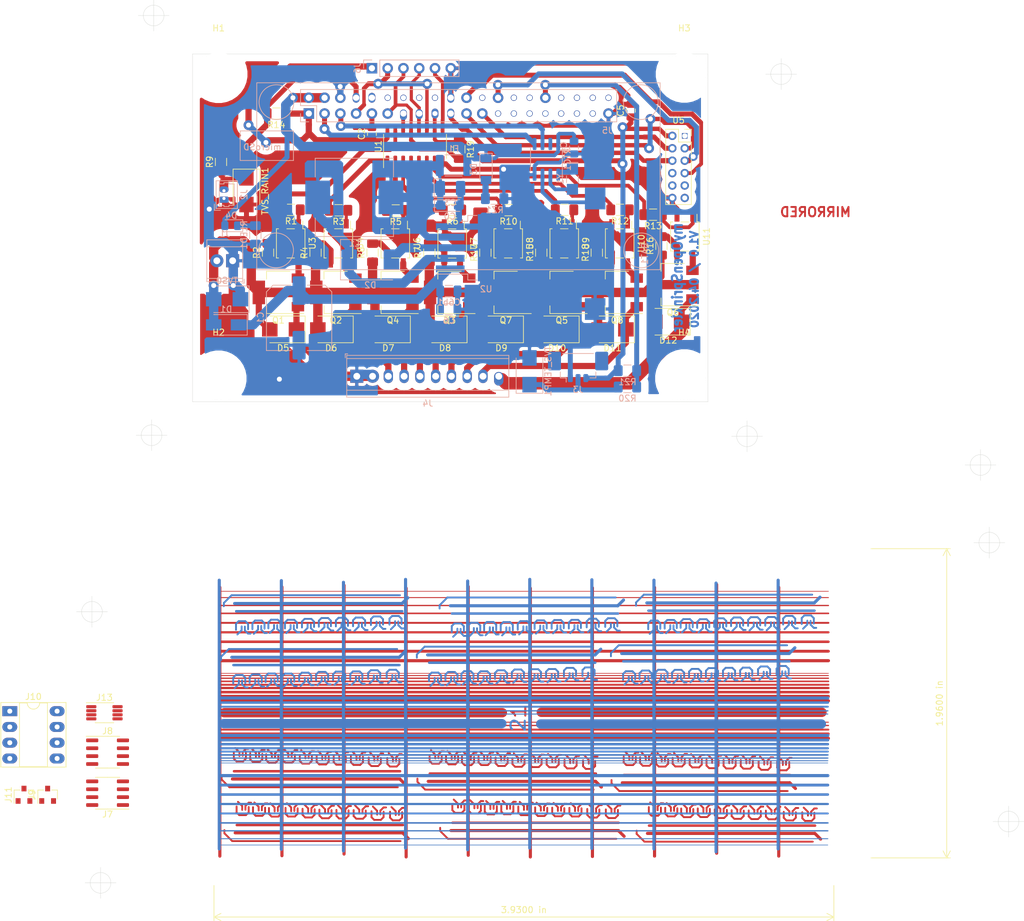
<source format=kicad_pcb>
(kicad_pcb (version 20171130) (host pcbnew "(5.1.5)-3")
  (title_block (title "myOpenSprinkler Pi") (rev v01) (comment 2 "License CC BY 4.0") (comment 3 https://creativecommons.org/licenses/by/4.0/) (comment 4 "Author: Adrian R. Mos"))
  (layers (0 F.Cu signal) (31 B.Cu signal hide) (34 B.Paste user hide) (35 F.Paste user hide) (36 B.SilkS user) (37 F.SilkS user) (38 B.Mask user) (39 F.Mask user hide) (44 Edge.Cuts user))
  (net 0 "")
  (net 1 "Net-(J5-Pad10)")
  (net 2 "Net-(J5-Pad12)")
  (net 3 "Net-(J5-Pad14)")
  (net 4 "Net-(J5-Pad24)")
  (net 5 "Net-(J5-Pad25)")
  (net 6 "Net-(J5-Pad27)")
  (net 7 "Net-(J5-Pad28)")
  (net 8 "Net-(J5-Pad29)")
  (net 9 "Net-(J5-Pad30)")
  (net 10 "Net-(J5-Pad31)")
  (net 11 "Net-(J5-Pad33)")
  (net 12 "Net-(J5-Pad34)")
  (net 13 "Net-(J5-Pad35)")
  (net 14 "Net-(J5-Pad36)")
  (net 15 "Net-(J5-Pad37)")
  (net 16 "Net-(J5-Pad38)")
  (net 17 "Net-(J5-Pad40)")
  (net 18 GND)
  (net 19 24VAC)
  (net 20 "Net-(Q1-Pad3)")
  (net 21 "Net-(R1-Pad1)")
  (net 22 "Net-(R2-Pad2)")
  (net 23 Command1)
  (net 24 "Net-(BAT1-Pad1)")
  (net 25 VCC5)
  (net 26 "Net-(C1-Pad1)")
  (net 27 VCC)
  (net 28 "Net-(D2-Pad1)")
  (net 29 "Net-(D3-Pad2)")
  (net 30 "Net-(D4-Pad1)")
  (net 31 Solenoid1)
  (net 32 Solenoid2)
  (net 33 Solenoid3)
  (net 34 Solenoid4)
  (net 35 Solenoid5)
  (net 36 Solenoid6)
  (net 37 Solenoid7)
  (net 38 Solenoid8)
  (net 39 "Net-(Q2-Pad3)")
  (net 40 Command2)
  (net 41 "Net-(R3-Pad1)")
  (net 42 "Net-(R4-Pad2)")
  (net 43 "Net-(RTC1-Pad1)")
  (net 44 "Net-(RTC1-Pad2)")
  (net 45 SDA)
  (net 46 SCL)
  (net 47 "Net-(RTC1-Pad7)")
  (net 48 Command3)
  (net 49 Command4)
  (net 50 Command5)
  (net 51 Command6)
  (net 52 Command7)
  (net 53 Command8)
  (net 54 "Net-(U5-Pad1)")
  (net 55 "Net-(U5-Pad8)")
  (net 56 "Net-(U5-Pad9)")
  (net 57 "Net-(U5-Pad10)")
  (net 58 "Net-(U5-Pad11)")
  (net 59 SPI_SDO)
  (net 60 SPI_SCK)
  (net 61 SPI_SDI)
  (net 62 "Net-(Q3-Pad3)")
  (net 63 "Net-(Q4-Pad3)")
  (net 64 "Net-(Q5-Pad3)")
  (net 65 "Net-(Q6-Pad3)")
  (net 66 "Net-(Q7-Pad3)")
  (net 67 "Net-(Q8-Pad3)")
  (net 68 "Net-(R5-Pad1)")
  (net 69 "Net-(R6-Pad1)")
  (net 70 "Net-(R7-Pad2)")
  (net 71 "Net-(R8-Pad2)")
  (net 72 "Net-(R10-Pad1)")
  (net 73 "Net-(R11-Pad1)")
  (net 74 "Net-(R12-Pad1)")
  (net 75 "Net-(R13-Pad1)")
  (net 76 "Net-(R15-Pad2)")
  (net 77 "Net-(R16-Pad2)")
  (net 78 "Net-(R17-Pad2)")
  (net 79 "Net-(R18-Pad2)")
  (net 80 VALVE_CLOCK)
  (net 81 VALVE_~OE)
  (net 82 VALVE_DATA)
  (net 83 VALVE_LATCH)
  (net 84 VALVE_QH)
  (net 85 "Net-(C0-Pad1)")
  (net 86 TEMP_SENS_1WIRE)
  (net 87 RAIN_SENS)
  (net 88 "Net-(J2-Pad2)")
  (net 89 "Net-(J3-Pad2)")
  (net 90 "Net-(J5-Pad16)")
  (net 91 "Net-(J5-Pad18)")
  (net 92 RFM_nIRQ)
  (net 93 RFM_nSEL)
  (net 94 "Net-(J7-Pad1)")
  (net 95 "Net-(J7-Pad2)")
  (net 96 "Net-(J7-Pad3)")
  (net 97 "Net-(J7-Pad4)")
  (net 98 "Net-(J7-Pad5)")
  (net 99 "Net-(J7-Pad6)")
  (net 100 "Net-(J7-Pad7)")
  (net 101 "Net-(J7-Pad8)")
  (net 102 "Net-(J8-Pad8)")
  (net 103 "Net-(J8-Pad7)")
  (net 104 "Net-(J8-Pad6)")
  (net 105 "Net-(J8-Pad5)")
  (net 106 "Net-(J8-Pad4)")
  (net 107 "Net-(J8-Pad3)")
  (net 108 "Net-(J8-Pad2)")
  (net 109 "Net-(J8-Pad1)")
  (net 110 "Net-(J9-Pad1)")
  (net 111 "Net-(J9-Pad2)")
  (net 112 "Net-(J9-Pad3)")
  (net 113 "Net-(J10-Pad1)")
  (net 114 "Net-(J10-Pad5)")
  (net 115 "Net-(J10-Pad2)")
  (net 116 "Net-(J10-Pad6)")
  (net 117 "Net-(J10-Pad3)")
  (net 118 "Net-(J10-Pad7)")
  (net 119 "Net-(J10-Pad4)")
  (net 120 "Net-(J10-Pad8)")
  (net 121 "Net-(J11-Pad1)")
  (net 122 "Net-(J11-Pad2)")
  (net 123 "Net-(J11-Pad3)")
  (net 124 "Net-(J13-Pad1)")
  (net 125 "Net-(J13-Pad2)")
  (net 126 "Net-(J13-Pad3)")
  (net 127 "Net-(J13-Pad4)")
  (net 128 "Net-(J13-Pad5)")
  (net 129 "Net-(J13-Pad6)")
  (net 130 "Net-(J13-Pad7)")
  (net 131 "Net-(J13-Pad8)")
  (module Diode_SMD:D_SMB (layer F.Cu) (at 31.28548 75.99644 270)
    (fp_text reference TVS_RAIN1 (at 0 -3 90) (layer F.SilkS))
    (fp_text value 3.6V)
    (pad 1 smd rect (at -2.15 0 270) (size 2.5 2.3) (layers F.Cu F.Paste F.Mask) (net 88 "Net-(J2-Pad2)"))
    (pad 2 smd rect (at 2.15 0 270) (size 2.5 2.3) (layers F.Cu F.Paste F.Mask) (net 18 GND))
  )
  (module Package_TO_SOT_SMD:TO-263-5_TabPin3 (layer B.Cu) (at 69.87248 85.10344)
    (fp_text reference U2 (at 0 6.65 180) (layer B.SilkS) (effects (justify mirror)))
    (fp_text value LM2596S-5)
    (pad 1 smd rect (at -5.775 3.4) (size 4.6 1.1) (layers B.Cu B.Paste B.Mask) (net 26 "Net-(C1-Pad1)"))
    (pad 2 smd rect (at -5.775 1.7) (size 4.6 1.1) (layers B.Cu B.Paste B.Mask) (net 28 "Net-(D2-Pad1)"))
    (pad 3 smd rect (at -5.775 0) (size 4.6 1.1) (layers B.Cu B.Paste B.Mask) (net 18 GND))
    (pad 4 smd rect (at -5.775 -1.7) (size 4.6 1.1) (layers B.Cu B.Paste B.Mask) (net 85 "Net-(C0-Pad1)"))
    (pad 5 smd rect (at -5.775 -3.4) (size 4.6 1.1) (layers B.Cu B.Paste B.Mask) (net 18 GND))
    (pad 3 smd rect (at 3.375 0) (size 9.4 10.8) (layers B.Cu B.Mask) (net 18 GND))
  )
  (module Capacitor_SMD:C_Elec_10x10.2 (layer B.Cu) (at 39.76048 96.39644 270)
    (fp_text reference C1 (at 0 6.2 90) (layer B.SilkS) (effects (justify mirror)))
    (fp_text value 220uF/63v)
    (pad 1 smd roundrect (at -4.4 0 270) (size 4.6 2.1) (layers B.Cu B.Paste B.Mask) (roundrect_rratio 0.119048) (net 26 "Net-(C1-Pad1)"))
    (pad 2 smd roundrect (at 4.4 0 270) (size 4.6 2.1) (layers B.Cu B.Paste B.Mask) (roundrect_rratio 0.119048) (net 18 GND))
  )
  (module Capacitor_SMD:C_0805_2012Metric_Pad1.15x1.40mm_HandSolder (layer B.Cu) (at 84.03248 68.97444 270)
    (fp_text reference C4 (at 0 1.65 90) (layer B.SilkS) (effects (justify mirror)))
    (fp_text value 0.1u)
    (pad 1 smd roundrect (at -1.025 0 270) (size 1.15 1.4) (layers B.Cu B.Paste B.Mask) (roundrect_rratio 0.217391) (net 25 VCC5))
    (pad 2 smd roundrect (at 1.025 0 270) (size 1.15 1.4) (layers B.Cu B.Paste B.Mask) (roundrect_rratio 0.217391) (net 18 GND))
  )
  (module Capacitor_SMD:C_0805_2012Metric_Pad1.15x1.40mm_HandSolder (layer F.Cu) (at 93.18548 63.02144 90)
    (fp_text reference C5 (at 0 -1.65 270) (layer F.SilkS))
    (fp_text value 0.1u)
    (pad 2 smd roundrect (at 1.025 0 90) (size 1.15 1.4) (layers F.Cu F.Paste F.Mask) (roundrect_rratio 0.217391) (net 18 GND))
    (pad 1 smd roundrect (at -1.025 0 90) (size 1.15 1.4) (layers F.Cu F.Paste F.Mask) (roundrect_rratio 0.217391) (net 27 VCC))
  )
  (module LED_SMD:LED_0805_2012Metric_Pad1.15x1.40mm_HandSolder (layer B.Cu) (at 28.83048 81.55644 180)
    (fp_text reference D4 (at 0 1.65) (layer B.SilkS) (effects (justify mirror)))
    (fp_text value LED)
    (pad 1 smd roundrect (at -1.025 0 180) (size 1.15 1.4) (layers B.Cu B.Paste B.Mask) (roundrect_rratio 0.217391) (net 30 "Net-(D4-Pad1)"))
    (pad 2 smd roundrect (at 1.025 0 180) (size 1.15 1.4) (layers B.Cu B.Paste B.Mask) (roundrect_rratio 0.217391) (net 25 VCC5))
  )
  (module Package_TO_SOT_SMD:SOT-223-3_TabPin2 (layer F.Cu) (at 36.42648 92.3 180)
    (fp_text reference Q1 (at 0 -4.5) (layer F.SilkS))
    (fp_text value BT1308-600)
    (pad 1 smd rect (at -3.15 -2.3 180) (size 2 1.5) (layers F.Cu F.Paste F.Mask) (net 31 Solenoid1))
    (pad 3 smd rect (at -3.15 2.3 180) (size 2 1.5) (layers F.Cu F.Paste F.Mask) (net 20 "Net-(Q1-Pad3)"))
    (pad 2 smd rect (at -3.15 0 180) (size 2 1.5) (layers F.Cu F.Paste F.Mask) (net 19 24VAC))
    (pad 2 smd rect (at 3.15 0 180) (size 2 3.8) (layers F.Cu F.Paste F.Mask) (net 19 24VAC))
  )
  (module Package_TO_SOT_SMD:SOT-223-3_TabPin2 (layer F.Cu) (at 45.67548 92.3 180)
    (fp_text reference Q2 (at 0 -4.5) (layer F.SilkS))
    (fp_text value BT1308-600)
    (pad 2 smd rect (at 3.15 0 180) (size 2 3.8) (layers F.Cu F.Paste F.Mask) (net 19 24VAC))
    (pad 2 smd rect (at -3.15 0 180) (size 2 1.5) (layers F.Cu F.Paste F.Mask) (net 19 24VAC))
    (pad 3 smd rect (at -3.15 2.3 180) (size 2 1.5) (layers F.Cu F.Paste F.Mask) (net 39 "Net-(Q2-Pad3)"))
    (pad 1 smd rect (at -3.15 -2.3 180) (size 2 1.5) (layers F.Cu F.Paste F.Mask) (net 32 Solenoid2))
  )
  (module Package_SO:SOIC-8_3.9x4.9mm_P1.27mm (layer B.Cu) (at 79.58748 70.87044 90)
    (fp_text reference RTC1 (at 0 3.4 90) (layer B.SilkS) (effects (justify mirror)))
    (fp_text value DS1307Z+)
    (pad 1 smd roundrect (at -2.475 1.905 90) (size 1.95 0.6) (layers B.Cu B.Paste B.Mask) (net 43 "Net-(RTC1-Pad1)"))
    (pad 2 smd roundrect (at -2.475 0.635 90) (size 1.95 0.6) (layers B.Cu B.Paste B.Mask) (net 44 "Net-(RTC1-Pad2)"))
    (pad 3 smd roundrect (at -2.475 -0.635 90) (size 1.95 0.6) (layers B.Cu B.Paste B.Mask) (net 24 "Net-(BAT1-Pad1)"))
    (pad 4 smd roundrect (at -2.475 -1.905 90) (size 1.95 0.6) (layers B.Cu B.Paste B.Mask) (net 18 GND))
    (pad 5 smd roundrect (at 2.475 -1.905 90) (size 1.95 0.6) (layers B.Cu B.Paste B.Mask) (net 45 SDA))
    (pad 6 smd roundrect (at 2.475 -0.635 90) (size 1.95 0.6) (layers B.Cu B.Paste B.Mask) (net 46 SCL))
    (pad 7 smd roundrect (at 2.475 0.635 90) (size 1.95 0.6) (layers B.Cu B.Paste B.Mask) (net 47 "Net-(RTC1-Pad7)"))
    (pad 8 smd roundrect (at 2.475 1.905 90) (size 1.95 0.6) (layers B.Cu B.Paste B.Mask) (net 25 VCC5))
  )
  (module Package_SO:SOIC-16_3.9x9.9mm_P1.27mm (layer F.Cu) (at 58.42748 68.77644 90)
    (fp_text reference U1 (at 0 -5.9 90) (layer F.SilkS))
    (fp_text value 74HC595)
    (pad 1 smd roundrect (at -2.475 -4.445 90) (size 1.95 0.6) (layers F.Cu F.Paste F.Mask) (net 40 Command2))
    (pad 2 smd roundrect (at -2.475 -3.175 90) (size 1.95 0.6) (layers F.Cu F.Paste F.Mask) (net 48 Command3))
    (pad 3 smd roundrect (at -2.475 -1.905 90) (size 1.95 0.6) (layers F.Cu F.Paste F.Mask) (net 49 Command4))
    (pad 4 smd roundrect (at -2.475 -0.635 90) (size 1.95 0.6) (layers F.Cu F.Paste F.Mask) (net 50 Command5))
    (pad 5 smd roundrect (at -2.475 0.635 90) (size 1.95 0.6) (layers F.Cu F.Paste F.Mask) (net 51 Command6))
    (pad 6 smd roundrect (at -2.475 1.905 90) (size 1.95 0.6) (layers F.Cu F.Paste F.Mask) (net 52 Command7))
    (pad 7 smd roundrect (at -2.475 3.175 90) (size 1.95 0.6) (layers F.Cu F.Paste F.Mask) (net 53 Command8))
    (pad 8 smd roundrect (at -2.475 4.445 90) (size 1.95 0.6) (layers F.Cu F.Paste F.Mask) (net 18 GND))
    (pad 9 smd roundrect (at 2.475 4.445 90) (size 1.95 0.6) (layers F.Cu F.Paste F.Mask) (net 84 VALVE_QH))
    (pad 10 smd roundrect (at 2.475 3.175 90) (size 1.95 0.6) (layers F.Cu F.Paste F.Mask) (net 27 VCC))
    (pad 11 smd roundrect (at 2.475 1.905 90) (size 1.95 0.6) (layers F.Cu F.Paste F.Mask) (net 80 VALVE_CLOCK))
    (pad 12 smd roundrect (at 2.475 0.635 90) (size 1.95 0.6) (layers F.Cu F.Paste F.Mask) (net 83 VALVE_LATCH))
    (pad 13 smd roundrect (at 2.475 -0.635 90) (size 1.95 0.6) (layers F.Cu F.Paste F.Mask) (net 81 VALVE_~OE))
    (pad 14 smd roundrect (at 2.475 -1.905 90) (size 1.95 0.6) (layers F.Cu F.Paste F.Mask) (net 82 VALVE_DATA))
    (pad 15 smd roundrect (at 2.475 -3.175 90) (size 1.95 0.6) (layers F.Cu F.Paste F.Mask) (net 23 Command1))
    (pad 16 smd roundrect (at 2.475 -4.445 90) (size 1.95 0.6) (layers F.Cu F.Paste F.Mask) (net 27 VCC))
  )
  (module Package_TO_SOT_SMD:SOT-223-3_TabPin2 (layer F.Cu) (at 64.01048 92.3 180)
    (fp_text reference Q3 (at 0 -4.5) (layer F.SilkS))
    (fp_text value BT1308-600)
    (pad 2 smd rect (at 3.15 0 180) (size 2 3.8) (layers F.Cu F.Paste F.Mask) (net 19 24VAC))
    (pad 2 smd rect (at -3.15 0 180) (size 2 1.5) (layers F.Cu F.Paste F.Mask) (net 19 24VAC))
    (pad 3 smd rect (at -3.15 2.3 180) (size 2 1.5) (layers F.Cu F.Paste F.Mask) (net 62 "Net-(Q3-Pad3)"))
    (pad 1 smd rect (at -3.15 -2.3 180) (size 2 1.5) (layers F.Cu F.Paste F.Mask) (net 34 Solenoid4))
  )
  (module Package_TO_SOT_SMD:SOT-223-3_TabPin2 (layer F.Cu) (at 54.86948 92.3 180)
    (fp_text reference Q4 (at 0 -4.5 180) (layer F.SilkS))
    (fp_text value BT1308-600)
    (pad 1 smd rect (at -3.15 -2.3 180) (size 2 1.5) (layers F.Cu F.Paste F.Mask) (net 33 Solenoid3))
    (pad 3 smd rect (at -3.15 2.3 180) (size 2 1.5) (layers F.Cu F.Paste F.Mask) (net 63 "Net-(Q4-Pad3)"))
    (pad 2 smd rect (at -3.15 0 180) (size 2 1.5) (layers F.Cu F.Paste F.Mask) (net 19 24VAC))
    (pad 2 smd rect (at 3.15 0 180) (size 2 3.8) (layers F.Cu F.Paste F.Mask) (net 19 24VAC))
  )
  (module Package_TO_SOT_SMD:SOT-223-3_TabPin2 (layer F.Cu) (at 82.06048 92.3 180)
    (fp_text reference Q5 (at 0 -4.5) (layer F.SilkS))
    (fp_text value BT1308-600)
    (pad 2 smd rect (at 3.15 0 180) (size 2 3.8) (layers F.Cu F.Paste F.Mask) (net 19 24VAC))
    (pad 2 smd rect (at -3.15 0 180) (size 2 1.5) (layers F.Cu F.Paste F.Mask) (net 19 24VAC))
    (pad 3 smd rect (at -3.15 2.3 180) (size 2 1.5) (layers F.Cu F.Paste F.Mask) (net 64 "Net-(Q5-Pad3)"))
    (pad 1 smd rect (at -3.15 -2.3 180) (size 2 1.5) (layers F.Cu F.Paste F.Mask) (net 36 Solenoid6))
  )
  (module Package_TO_SOT_SMD:SOT-223-3_TabPin2 (layer F.Cu) (at 99.95448 91.04544 180)
    (fp_text reference Q6 (at 0 -4.5) (layer F.SilkS))
    (fp_text value BT1308-600)
    (pad 2 smd rect (at 3.15 0 180) (size 2 3.8) (layers F.Cu F.Paste F.Mask) (net 19 24VAC))
    (pad 2 smd rect (at -3.15 0 180) (size 2 1.5) (layers F.Cu F.Paste F.Mask) (net 19 24VAC))
    (pad 3 smd rect (at -3.15 2.3 180) (size 2 1.5) (layers F.Cu F.Paste F.Mask) (net 65 "Net-(Q6-Pad3)"))
    (pad 1 smd rect (at -3.15 -2.3 180) (size 2 1.5) (layers F.Cu F.Paste F.Mask) (net 38 Solenoid8))
  )
  (module Package_TO_SOT_SMD:SOT-223-3_TabPin2 (layer F.Cu) (at 73.05548 92.3 180)
    (fp_text reference Q7 (at 0 -4.5) (layer F.SilkS))
    (fp_text value BT1308-600)
    (pad 1 smd rect (at -3.15 -2.3 180) (size 2 1.5) (layers F.Cu F.Paste F.Mask) (net 35 Solenoid5))
    (pad 3 smd rect (at -3.15 2.3 180) (size 2 1.5) (layers F.Cu F.Paste F.Mask) (net 66 "Net-(Q7-Pad3)"))
    (pad 2 smd rect (at -3.15 0 180) (size 2 1.5) (layers F.Cu F.Paste F.Mask) (net 19 24VAC))
    (pad 2 smd rect (at 3.15 0 180) (size 2 3.8) (layers F.Cu F.Paste F.Mask) (net 19 24VAC))
  )
  (module Package_TO_SOT_SMD:SOT-223-3_TabPin2 (layer F.Cu) (at 90.97748 92.3 180)
    (fp_text reference Q8 (at 0 -4.5) (layer F.SilkS))
    (fp_text value BT1308-600)
    (pad 1 smd rect (at -3.15 -2.3 180) (size 2 1.5) (layers F.Cu F.Paste F.Mask) (net 37 Solenoid7))
    (pad 3 smd rect (at -3.15 2.3 180) (size 2 1.5) (layers F.Cu F.Paste F.Mask) (net 67 "Net-(Q8-Pad3)"))
    (pad 2 smd rect (at -3.15 0 180) (size 2 1.5) (layers F.Cu F.Paste F.Mask) (net 19 24VAC))
    (pad 2 smd rect (at 3.15 0 180) (size 2 3.8) (layers F.Cu F.Paste F.Mask) (net 19 24VAC))
  )
  (module Capacitor_SMD:C_0805_2012Metric_Pad1.15x1.40mm_HandSolder (layer F.Cu) (at 51.48548 66.77144 90)
    (fp_text reference C2 (at 0 -1.65 90) (layer F.SilkS))
    (fp_text value 0.1u)
    (pad 1 smd roundrect (at -1.025 0 90) (size 1.15 1.4) (layers F.Cu F.Paste F.Mask) (roundrect_rratio 0.217391) (net 27 VCC))
    (pad 2 smd roundrect (at 1.025 0 90) (size 1.15 1.4) (layers F.Cu F.Paste F.Mask) (roundrect_rratio 0.217391) (net 18 GND))
  )
  (module TerminalBlock_TE-Connectivity:TerminalBlock_TE_1-282834-0_1x10_P2.54mm_Horizontal (layer B.Cu) (at 49.05248 105.8)
    (fp_text reference J4 (at 11.43 4.37) (layer B.SilkS) (effects (justify mirror)))
    (fp_text value Screw_Terminal_01x10)
    (pad 10 thru_hole oval (at 22.86 0) (size 1.5 2.2) (drill 1.1 (offset 0 0.4)) (layers *.Cu *.Mask) (net 38 Solenoid8))
    (pad 9 thru_hole oval (at 20.32 0) (size 1.5 2.2) (drill 1.1) (layers *.Cu *.Mask) (net 37 Solenoid7))
    (pad 8 thru_hole oval (at 17.78 0) (size 1.5 2.2) (drill 1.1) (layers *.Cu *.Mask) (net 36 Solenoid6))
    (pad 7 thru_hole oval (at 15.24 0) (size 1.5 2.2) (drill 1.1) (layers *.Cu *.Mask) (net 35 Solenoid5))
    (pad 6 thru_hole oval (at 12.7 0) (size 1.5 2.2) (drill 1.1) (layers *.Cu *.Mask) (net 34 Solenoid4))
    (pad 5 thru_hole oval (at 10.16 0) (size 1.5 2.2) (drill 1.1) (layers *.Cu *.Mask) (net 33 Solenoid3))
    (pad 4 thru_hole oval (at 7.62 0) (size 1.5 2.2) (drill 1.1) (layers *.Cu *.Mask) (net 32 Solenoid2))
    (pad 3 thru_hole oval (at 5.08 0) (size 1.5 2.2) (drill 1.1) (layers *.Cu *.Mask) (net 31 Solenoid1))
    (pad 2 thru_hole circle (at 2.54 0) (size 2.1 2.1) (drill 1.1) (layers *.Cu *.Mask) (net 18 GND))
    (pad 1 thru_hole rect (at 0 0) (size 2.1 2.1) (drill 1.1) (layers *.Cu *.Mask) (net 18 GND))
  )
  (module Diode_SMD:D_SMB (layer F.Cu) (at 37.19048 98.25 180)
    (fp_text reference D5 (at 0 -3 180) (layer F.SilkS))
    (fp_text value D_TVS)
    (pad 1 smd rect (at -2.15 0 180) (size 2.5 2.3) (layers F.Cu F.Paste F.Mask) (net 31 Solenoid1))
    (pad 2 smd rect (at 2.15 0 180) (size 2.5 2.3) (layers F.Cu F.Paste F.Mask) (net 19 24VAC))
  )
  (module Diode_SMD:D_SMB (layer F.Cu) (at 44.92948 98.25 180)
    (fp_text reference D6 (at 0 -3 180) (layer F.SilkS))
    (fp_text value D_TVS)
    (pad 2 smd rect (at 2.15 0 180) (size 2.5 2.3) (layers F.Cu F.Paste F.Mask) (net 19 24VAC))
    (pad 1 smd rect (at -2.15 0 180) (size 2.5 2.3) (layers F.Cu F.Paste F.Mask) (net 32 Solenoid2))
  )
  (module Diode_SMD:D_SMB (layer F.Cu) (at 54.12348 98.25 180)
    (fp_text reference D7 (at 0 -3 180) (layer F.SilkS))
    (fp_text value D_TVS)
    (pad 1 smd rect (at -2.15 0 180) (size 2.5 2.3) (layers F.Cu F.Paste F.Mask) (net 33 Solenoid3))
    (pad 2 smd rect (at 2.15 0 180) (size 2.5 2.3) (layers F.Cu F.Paste F.Mask) (net 19 24VAC))
  )
  (module Diode_SMD:D_SMB (layer F.Cu) (at 63.26048 98.25 180)
    (fp_text reference D8 (at 0 -3 180) (layer F.SilkS))
    (fp_text value D_TVS)
    (pad 2 smd rect (at 2.15 0 180) (size 2.5 2.3) (layers F.Cu F.Paste F.Mask) (net 19 24VAC))
    (pad 1 smd rect (at -2.15 0 180) (size 2.5 2.3) (layers F.Cu F.Paste F.Mask) (net 34 Solenoid4))
  )
  (module Diode_SMD:D_SMB (layer F.Cu) (at 72.33548 98.25 180)
    (fp_text reference D9 (at 0 -3 180) (layer F.SilkS))
    (fp_text value D_TVS)
    (pad 2 smd rect (at 2.15 0 180) (size 2.5 2.3) (layers F.Cu F.Paste F.Mask) (net 19 24VAC))
    (pad 1 smd rect (at -2.15 0 180) (size 2.5 2.3) (layers F.Cu F.Paste F.Mask) (net 35 Solenoid5))
  )
  (module Diode_SMD:D_SMB (layer F.Cu) (at 81.31048 98.25 180)
    (fp_text reference D10 (at 0 -3 180) (layer F.SilkS))
    (fp_text value D_TVS)
    (pad 2 smd rect (at 2.15 0 180) (size 2.5 2.3) (layers F.Cu F.Paste F.Mask) (net 19 24VAC))
    (pad 1 smd rect (at -2.15 0 180) (size 2.5 2.3) (layers F.Cu F.Paste F.Mask) (net 36 Solenoid6))
  )
  (module Diode_SMD:D_SMB (layer F.Cu) (at 90.23148 98.25 180)
    (fp_text reference D11 (at 0 -3 180) (layer F.SilkS))
    (fp_text value D_TVS)
    (pad 1 smd rect (at -2.15 0 180) (size 2.5 2.3) (layers F.Cu F.Paste F.Mask) (net 37 Solenoid7))
    (pad 2 smd rect (at 2.15 0 180) (size 2.5 2.3) (layers F.Cu F.Paste F.Mask) (net 19 24VAC))
  )
  (module Diode_SMD:D_SMB (layer F.Cu) (at 99.20848 97.01444 180)
    (fp_text reference D12 (at 0 -3 180) (layer F.SilkS))
    (fp_text value D_TVS)
    (pad 1 smd rect (at -2.15 0 180) (size 2.5 2.3) (layers F.Cu F.Paste F.Mask) (net 38 Solenoid8))
    (pad 2 smd rect (at 2.15 0 180) (size 2.5 2.3) (layers F.Cu F.Paste F.Mask) (net 19 24VAC))
  )
  (module Diode_SMD:D_SMB (layer B.Cu) (at 28.16048 93.39644 180)
    (fp_text reference TVS0 (at 0 3 180) (layer B.SilkS) (effects (justify mirror)))
    (fp_text value D_TVS)
    (pad 2 smd rect (at 2.15 0 180) (size 2.5 2.3) (layers B.Cu B.Paste B.Mask) (net 19 24VAC))
    (pad 1 smd rect (at -2.15 0 180) (size 2.5 2.3) (layers B.Cu B.Paste B.Mask) (net 18 GND))
  )
  (module Diode_SMD:D_SMA (layer B.Cu) (at 28.01048 97.52144 180)
    (fp_text reference D1 (at 0 2.5 180) (layer B.SilkS) (effects (justify mirror)))
    (fp_text value S1B-DIO)
    (pad 1 smd rect (at -2 0 180) (size 2.5 1.8) (layers B.Cu B.Paste B.Mask) (net 26 "Net-(C1-Pad1)"))
    (pad 2 smd rect (at 2 0 180) (size 2.5 1.8) (layers B.Cu B.Paste B.Mask) (net 19 24VAC))
  )
  (module Diode_SMD:D_SMC (layer B.Cu) (at 51.23048 87.02644)
    (fp_text reference D2 (at 0 4.1 180) (layer B.SilkS) (effects (justify mirror)))
    (fp_text value B3100-13-F)
    (pad 2 smd rect (at 3.4 0 270) (size 3.3 2.5) (layers B.Cu B.Paste B.Mask) (net 18 GND))
    (pad 1 smd rect (at -3.4 0 270) (size 3.3 2.5) (layers B.Cu B.Paste B.Mask) (net 28 "Net-(D2-Pad1)"))
  )
  (module Resistor_SMD:R_1206_3216Metric_Pad1.42x1.75mm_HandSolder (layer F.Cu) (at 38.46048 79 180)
    (fp_text reference R1 (at 0 -1.82 180) (layer F.SilkS))
    (fp_text value 180)
    (pad 1 smd roundrect (at -1.4875 0 180) (size 1.425 1.75) (layers F.Cu F.Paste F.Mask) (roundrect_rratio 0.175439) (net 21 "Net-(R1-Pad1)"))
    (pad 2 smd roundrect (at 1.4875 0 180) (size 1.425 1.75) (layers F.Cu F.Paste F.Mask) (roundrect_rratio 0.175439) (net 23 Command1))
  )
  (module Resistor_SMD:R_1206_3216Metric_Pad1.42x1.75mm_HandSolder (layer F.Cu) (at 34.76048 85.89644 90)
    (fp_text reference R2 (at 0 -1.82 270) (layer F.SilkS))
    (fp_text value 100)
    (pad 2 smd roundrect (at 1.4875 0 90) (size 1.425 1.75) (layers F.Cu F.Paste F.Mask) (roundrect_rratio 0.175439) (net 22 "Net-(R2-Pad2)"))
    (pad 1 smd roundrect (at -1.4875 0 90) (size 1.425 1.75) (layers F.Cu F.Paste F.Mask) (roundrect_rratio 0.175439) (net 19 24VAC))
  )
  (module Resistor_SMD:R_1206_3216Metric_Pad1.42x1.75mm_HandSolder (layer F.Cu) (at 46.12298 79.07144 180)
    (fp_text reference R3 (at 0 -1.82 180) (layer F.SilkS))
    (fp_text value 180)
    (pad 2 smd roundrect (at 1.4875 0 180) (size 1.425 1.75) (layers F.Cu F.Paste F.Mask) (roundrect_rratio 0.175439) (net 40 Command2))
    (pad 1 smd roundrect (at -1.4875 0 180) (size 1.425 1.75) (layers F.Cu F.Paste F.Mask) (roundrect_rratio 0.175439) (net 41 "Net-(R3-Pad1)"))
  )
  (module Resistor_SMD:R_1206_3216Metric_Pad1.42x1.75mm_HandSolder (layer F.Cu) (at 42.41048 85.9 90)
    (fp_text reference R4 (at 0 -1.82 270) (layer F.SilkS))
    (fp_text value 100)
    (pad 1 smd roundrect (at -1.4875 0 90) (size 1.425 1.75) (layers F.Cu F.Paste F.Mask) (roundrect_rratio 0.175439) (net 19 24VAC))
    (pad 2 smd roundrect (at 1.4875 0 90) (size 1.425 1.75) (layers F.Cu F.Paste F.Mask) (roundrect_rratio 0.175439) (net 42 "Net-(R4-Pad2)"))
  )
  (module Resistor_SMD:R_1206_3216Metric_Pad1.42x1.75mm_HandSolder (layer F.Cu) (at 55.32298 79.09644 180)
    (fp_text reference R5 (at 0 -1.82 180) (layer F.SilkS))
    (fp_text value 180)
    (pad 2 smd roundrect (at 1.4875 0 180) (size 1.425 1.75) (layers F.Cu F.Paste F.Mask) (roundrect_rratio 0.175439) (net 48 Command3))
    (pad 1 smd roundrect (at -1.4875 0 180) (size 1.425 1.75) (layers F.Cu F.Paste F.Mask) (roundrect_rratio 0.175439) (net 68 "Net-(R5-Pad1)"))
  )
  (module Resistor_SMD:R_1206_3216Metric_Pad1.42x1.75mm_HandSolder (layer F.Cu) (at 64.46048 79.02144 180)
    (fp_text reference R6 (at 0 -1.82 180) (layer F.SilkS))
    (fp_text value 180)
    (pad 1 smd roundrect (at -1.4875 0 180) (size 1.425 1.75) (layers F.Cu F.Paste F.Mask) (roundrect_rratio 0.175439) (net 69 "Net-(R6-Pad1)"))
    (pad 2 smd roundrect (at 1.4875 0 180) (size 1.425 1.75) (layers F.Cu F.Paste F.Mask) (roundrect_rratio 0.175439) (net 49 Command4))
  )
  (module Resistor_SMD:R_1206_3216Metric_Pad1.42x1.75mm_HandSolder (layer F.Cu) (at 60.73548 85.9 90)
    (fp_text reference R7 (at 0 -1.82 270) (layer F.SilkS))
    (fp_text value 100)
    (pad 1 smd roundrect (at -1.4875 0 90) (size 1.425 1.75) (layers F.Cu F.Paste F.Mask) (roundrect_rratio 0.175439) (net 19 24VAC))
    (pad 2 smd roundrect (at 1.4875 0 90) (size 1.425 1.75) (layers F.Cu F.Paste F.Mask) (roundrect_rratio 0.175439) (net 70 "Net-(R7-Pad2)"))
  )
  (module Resistor_SMD:R_1206_3216Metric_Pad1.42x1.75mm_HandSolder (layer F.Cu) (at 51.59248 85.9 90)
    (fp_text reference R8 (at 0 -1.82 270) (layer F.SilkS))
    (fp_text value 100)
    (pad 1 smd roundrect (at -1.4875 0 90) (size 1.425 1.75) (layers F.Cu F.Paste F.Mask) (roundrect_rratio 0.175439) (net 19 24VAC))
    (pad 2 smd roundrect (at 1.4875 0 90) (size 1.425 1.75) (layers F.Cu F.Paste F.Mask) (roundrect_rratio 0.175439) (net 71 "Net-(R8-Pad2)"))
  )
  (module Resistor_SMD:R_1206_3216Metric_Pad1.42x1.75mm_HandSolder (layer F.Cu) (at 27.18548 71.28394 90)
    (fp_text reference R9 (at 0 -1.82 90) (layer F.SilkS))
    (fp_text value 4.7k)
    (pad 2 smd roundrect (at 1.4875 0 90) (size 1.425 1.75) (layers F.Cu F.Paste F.Mask) (roundrect_rratio 0.175439) (net 87 RAIN_SENS))
    (pad 1 smd roundrect (at -1.4875 0 90) (size 1.425 1.75) (layers F.Cu F.Paste F.Mask) (roundrect_rratio 0.175439) (net 88 "Net-(J2-Pad2)"))
  )
  (module Resistor_SMD:R_1206_3216Metric_Pad1.42x1.75mm_HandSolder (layer F.Cu) (at 73.48548 79.04644 180)
    (fp_text reference R10 (at 0 -1.82) (layer F.SilkS))
    (fp_text value 180)
    (pad 1 smd roundrect (at -1.4875 0 180) (size 1.425 1.75) (layers F.Cu F.Paste F.Mask) (roundrect_rratio 0.175439) (net 72 "Net-(R10-Pad1)"))
    (pad 2 smd roundrect (at 1.4875 0 180) (size 1.425 1.75) (layers F.Cu F.Paste F.Mask) (roundrect_rratio 0.175439) (net 50 Command5))
  )
  (module Resistor_SMD:R_1206_3216Metric_Pad1.42x1.75mm_HandSolder (layer F.Cu) (at 82.51048 79 180)
    (fp_text reference R11 (at 0 -1.82) (layer F.SilkS))
    (fp_text value 180)
    (pad 1 smd roundrect (at -1.4875 0 180) (size 1.425 1.75) (layers F.Cu F.Paste F.Mask) (roundrect_rratio 0.175439) (net 73 "Net-(R11-Pad1)"))
    (pad 2 smd roundrect (at 1.4875 0 180) (size 1.425 1.75) (layers F.Cu F.Paste F.Mask) (roundrect_rratio 0.175439) (net 51 Command6))
  )
  (module Resistor_SMD:R_1206_3216Metric_Pad1.42x1.75mm_HandSolder (layer F.Cu) (at 91.43548 79 180)
    (fp_text reference R12 (at 0 -1.82) (layer F.SilkS))
    (fp_text value 180)
    (pad 2 smd roundrect (at 1.4875 0 180) (size 1.425 1.75) (layers F.Cu F.Paste F.Mask) (roundrect_rratio 0.175439) (net 52 Command7))
    (pad 1 smd roundrect (at -1.4875 0 180) (size 1.425 1.75) (layers F.Cu F.Paste F.Mask) (roundrect_rratio 0.175439) (net 74 "Net-(R12-Pad1)"))
  )
  (module Resistor_SMD:R_1206_3216Metric_Pad1.42x1.75mm_HandSolder (layer F.Cu) (at 96.76298 79.77644 180)
    (fp_text reference R13 (at 0 -1.82) (layer F.SilkS))
    (fp_text value 180)
    (pad 2 smd roundrect (at 1.4875 0 180) (size 1.425 1.75) (layers F.Cu F.Paste F.Mask) (roundrect_rratio 0.175439) (net 53 Command8))
    (pad 1 smd roundrect (at -1.4875 0 180) (size 1.425 1.75) (layers F.Cu F.Paste F.Mask) (roundrect_rratio 0.175439) (net 75 "Net-(R13-Pad1)"))
  )
  (module Resistor_SMD:R_1206_3216Metric_Pad1.42x1.75mm_HandSolder (layer F.Cu) (at 36.09798 63.49644 180)
    (fp_text reference R14 (at 0 -1.82) (layer F.SilkS))
    (fp_text value 30k)
    (pad 1 smd roundrect (at -1.4875 0 180) (size 1.425 1.75) (layers F.Cu F.Paste F.Mask) (roundrect_rratio 0.175439) (net 27 VCC))
    (pad 2 smd roundrect (at 1.4875 0 180) (size 1.425 1.75) (layers F.Cu F.Paste F.Mask) (roundrect_rratio 0.175439) (net 87 RAIN_SENS))
  )
  (module Resistor_SMD:R_1206_3216Metric_Pad1.42x1.75mm_HandSolder (layer F.Cu) (at 78.76048 85.9 90)
    (fp_text reference R15 (at 0 -1.82 90) (layer F.SilkS))
    (fp_text value 100)
    (pad 2 smd roundrect (at 1.4875 0 90) (size 1.425 1.75) (layers F.Cu F.Paste F.Mask) (roundrect_rratio 0.175439) (net 76 "Net-(R15-Pad2)"))
    (pad 1 smd roundrect (at -1.4875 0 90) (size 1.425 1.75) (layers F.Cu F.Paste F.Mask) (roundrect_rratio 0.175439) (net 19 24VAC))
  )
  (module Resistor_SMD:R_1206_3216Metric_Pad1.42x1.75mm_HandSolder (layer F.Cu) (at 98.11048 84.79644 90)
    (fp_text reference R16 (at 0 -1.82 90) (layer F.SilkS))
    (fp_text value 100)
    (pad 1 smd roundrect (at -1.4875 0 90) (size 1.425 1.75) (layers F.Cu F.Paste F.Mask) (roundrect_rratio 0.175439) (net 19 24VAC))
    (pad 2 smd roundrect (at 1.4875 0 90) (size 1.425 1.75) (layers F.Cu F.Paste F.Mask) (roundrect_rratio 0.175439) (net 77 "Net-(R16-Pad2)"))
  )
  (module Resistor_SMD:R_1206_3216Metric_Pad1.42x1.75mm_HandSolder (layer F.Cu) (at 69.76048 85.9 90)
    (fp_text reference R17 (at 0 -1.82 90) (layer F.SilkS))
    (fp_text value 100)
    (pad 2 smd roundrect (at 1.4875 0 90) (size 1.425 1.75) (layers F.Cu F.Paste F.Mask) (roundrect_rratio 0.175439) (net 78 "Net-(R17-Pad2)"))
    (pad 1 smd roundrect (at -1.4875 0 90) (size 1.425 1.75) (layers F.Cu F.Paste F.Mask) (roundrect_rratio 0.175439) (net 19 24VAC))
  )
  (module Resistor_SMD:R_1206_3216Metric_Pad1.42x1.75mm_HandSolder (layer F.Cu) (at 87.70048 85.9 90)
    (fp_text reference R18 (at 0 -1.82 90) (layer F.SilkS))
    (fp_text value 100)
    (pad 1 smd roundrect (at -1.4875 0 90) (size 1.425 1.75) (layers F.Cu F.Paste F.Mask) (roundrect_rratio 0.175439) (net 19 24VAC))
    (pad 2 smd roundrect (at 1.4875 0 90) (size 1.425 1.75) (layers F.Cu F.Paste F.Mask) (roundrect_rratio 0.175439) (net 79 "Net-(R18-Pad2)"))
  )
  (module Resistor_SMD:R_1206_3216Metric_Pad1.42x1.75mm_HandSolder (layer F.Cu) (at 65.56048 69.24644 270)
    (fp_text reference R19 (at 0 -1.82 90) (layer F.SilkS))
    (fp_text value 10k)
    (pad 2 smd roundrect (at 1.4875 0 270) (size 1.425 1.75) (layers F.Cu F.Paste F.Mask) (roundrect_rratio 0.175439) (net 81 VALVE_~OE))
    (pad 1 smd roundrect (at -1.4875 0 270) (size 1.425 1.75) (layers F.Cu F.Paste F.Mask) (roundrect_rratio 0.175439) (net 27 VCC))
  )
  (module Resistor_SMD:R_1206_3216Metric_Pad1.42x1.75mm_HandSolder (layer B.Cu) (at 32.72048 83.03394 270)
    (fp_text reference RLED1 (at 0 1.82 270) (layer B.SilkS) (effects (justify mirror)))
    (fp_text value 1k)
    (pad 2 smd roundrect (at 1.4875 0 270) (size 1.425 1.75) (layers B.Cu B.Paste B.Mask) (roundrect_rratio 0.175439) (net 18 GND))
    (pad 1 smd roundrect (at -1.4875 0 270) (size 1.425 1.75) (layers B.Cu B.Paste B.Mask) (roundrect_rratio 0.175439) (net 30 "Net-(D4-Pad1)"))
  )
  (module Resistor_SMD:R_1206_3216Metric_Pad1.42x1.75mm_HandSolder (layer B.Cu) (at 71.24798 77.19644)
    (fp_text reference RZ1 (at 0 1.82 180) (layer B.SilkS) (effects (justify mirror)))
    (fp_text value 10)
    (pad 2 smd roundrect (at 1.4875 0) (size 1.425 1.75) (layers B.Cu B.Paste B.Mask) (roundrect_rratio 0.175439) (net 18 GND))
    (pad 1 smd roundrect (at -1.4875 0) (size 1.425 1.75) (layers B.Cu B.Paste B.Mask) (roundrect_rratio 0.175439) (net 29 "Net-(D3-Pad2)"))
  )
  (module MountingHole:MountingHole_6.4mm_M6 (layer F.Cu) (at 26.797 57.15)
    (fp_text reference H1 (at 0 -7.4) (layer F.SilkS))
    (fp_text value MH1)
    (pad "" np_thru_hole circle (at 0 0) (size 7 7) (drill 7) (layers *.Cu *.Mask))
  )
  (module MountingHole:MountingHole_6.4mm_M6 (layer F.Cu) (at 26.797 106.15)
    (fp_text reference H2 (at 0 -7.4) (layer F.SilkS))
    (fp_text value 2)
    (pad "" np_thru_hole circle (at 0 0) (size 7 7) (drill 7) (layers *.Cu *.Mask))
  )
  (module MountingHole:MountingHole_6.4mm_M6 (layer F.Cu) (at 101.797 57.15)
    (fp_text reference H3 (at 0 -7.4) (layer F.SilkS))
    (fp_text value 3)
    (pad "" np_thru_hole circle (at 0 0) (size 7 7) (drill 7) (layers *.Cu *.Mask))
  )
  (module MountingHole:MountingHole_6.4mm_M6 (layer F.Cu) (at 101.797 106.15)
    (fp_text reference H4 (at 0 -7.4) (layer F.SilkS))
    (fp_text value 4)
    (pad "" np_thru_hole circle (at 0 0) (size 7 7) (drill 7) (layers *.Cu *.Mask))
  )
  (module Crystal:Crystal_SMD_EuroQuartz_EQ161-2Pin_3.2x1.5mm_HandSoldering (layer B.Cu) (at 83.77848 74.07144 270)
    (fp_text reference Y1 (at 0 1.95 270) (layer B.SilkS) (effects (justify mirror)))
    (fp_text value 32.768kHz)
    (pad 1 smd rect (at -1.625 0 270) (size 1.75 1.8) (layers B.Cu B.Paste B.Mask) (net 43 "Net-(RTC1-Pad1)"))
    (pad 2 smd rect (at 1.625 0 270) (size 1.75 1.8) (layers B.Cu B.Paste B.Mask) (net 44 "Net-(RTC1-Pad2)"))
  )
  (module Capacitor_Tantalum_SMD:CP_EIA-3216-18_Kemet-A_Pad1.58x1.35mm_HandSolder (layer B.Cu) (at 64.04148 78.30744)
    (fp_text reference C0 (at 0 1.75 180) (layer B.SilkS) (effects (justify mirror)))
    (fp_text value 4.7uF/10V)
    (pad 1 smd roundrect (at -1.4375 0) (size 1.575 1.35) (layers B.Cu B.Paste B.Mask) (roundrect_rratio 0.185185) (net 85 "Net-(C0-Pad1)"))
    (pad 2 smd roundrect (at 1.4375 0) (size 1.575 1.35) (layers B.Cu B.Paste B.Mask) (roundrect_rratio 0.185185) (net 18 GND))
  )
  (module Capacitor_Tantalum_SMD:CP_EIA-3528-21_Kemet-B_Pad1.50x2.35mm_HandSolder (layer B.Cu) (at 64.14248 75.51344)
    (fp_text reference C3 (at 0 2.35 180) (layer B.SilkS) (effects (justify mirror)))
    (fp_text value "100uF/6.3V MLCC")
    (pad 1 smd roundrect (at -1.625 0) (size 1.5 2.35) (layers B.Cu B.Paste B.Mask) (roundrect_rratio 0.166667) (net 85 "Net-(C0-Pad1)"))
    (pad 2 smd roundrect (at 1.625 0) (size 1.5 2.35) (layers B.Cu B.Paste B.Mask) (roundrect_rratio 0.166667) (net 18 GND))
  )
  (module Resistor_SMD:R_1812_4532Metric_Pad1.30x3.40mm_HandSolder (layer B.Cu) (at 64.63548 71.84644 180)
    (fp_text reference F1 (at 0 2.65 180) (layer B.SilkS) (effects (justify mirror)))
    (fp_text value Fuse)
    (pad 1 smd roundrect (at -2.225 0 180) (size 1.3 3.4) (layers B.Cu B.Paste B.Mask) (roundrect_rratio 0.192308) (net 25 VCC5))
    (pad 2 smd roundrect (at 2.225 0 180) (size 1.3 3.4) (layers B.Cu B.Paste B.Mask) (roundrect_rratio 0.192308) (net 85 "Net-(C0-Pad1)"))
  )
  (module mysprinkler:SO-4_4.4x4.3mm_P2.54mm_handsolder (layer F.Cu) (at 38.40648 84.4 270)
    (fp_text reference U3 (at 0 -3.5 90) (layer F.SilkS))
    (fp_text value VOT8024AM)
    (pad 3 smd rect (at 3.15 1.27 180) (size 0.8 1.5) (layers F.Cu F.Paste F.Mask) (net 22 "Net-(R2-Pad2)"))
    (pad 2 smd rect (at -3.15 1.27 180) (size 0.8 1.5) (layers F.Cu F.Paste F.Mask) (net 18 GND))
    (pad 1 smd rect (at -3.15 -1.27 180) (size 0.8 1.5) (layers F.Cu F.Paste F.Mask) (net 21 "Net-(R1-Pad1)"))
    (pad 4 smd rect (at 3.15 -1.27 180) (size 0.8 1.5) (layers F.Cu F.Paste F.Mask) (net 20 "Net-(Q1-Pad3)"))
  )
  (module mysprinkler:SO-4_4.4x4.3mm_P2.54mm_handsolder (layer F.Cu) (at 46.08548 84.39644 270)
    (fp_text reference U4 (at 0 -3.5 90) (layer F.SilkS))
    (fp_text value VOT8024AM)
    (pad 4 smd rect (at 3.15 -1.27 180) (size 0.8 1.5) (layers F.Cu F.Paste F.Mask) (net 39 "Net-(Q2-Pad3)"))
    (pad 1 smd rect (at -3.15 -1.27 180) (size 0.8 1.5) (layers F.Cu F.Paste F.Mask) (net 41 "Net-(R3-Pad1)"))
    (pad 2 smd rect (at -3.15 1.27 180) (size 0.8 1.5) (layers F.Cu F.Paste F.Mask) (net 18 GND))
    (pad 3 smd rect (at 3.15 1.27 180) (size 0.8 1.5) (layers F.Cu F.Paste F.Mask) (net 42 "Net-(R4-Pad2)"))
  )
  (module mysprinkler:SO-4_4.4x4.3mm_P2.54mm_handsolder (layer F.Cu) (at 55.26048 84.4 270)
    (fp_text reference U6 (at 0 -3.5 90) (layer F.SilkS))
    (fp_text value VOT8024AM)
    (pad 3 smd rect (at 3.15 1.27 180) (size 0.8 1.5) (layers F.Cu F.Paste F.Mask) (net 71 "Net-(R8-Pad2)"))
    (pad 2 smd rect (at -3.15 1.27 180) (size 0.8 1.5) (layers F.Cu F.Paste F.Mask) (net 18 GND))
    (pad 1 smd rect (at -3.15 -1.27 180) (size 0.8 1.5) (layers F.Cu F.Paste F.Mask) (net 68 "Net-(R5-Pad1)"))
    (pad 4 smd rect (at 3.15 -1.27 180) (size 0.8 1.5) (layers F.Cu F.Paste F.Mask) (net 63 "Net-(Q4-Pad3)"))
  )
  (module mysprinkler:SO-4_4.4x4.3mm_P2.54mm_handsolder (layer F.Cu) (at 64.41048 84.42144 270)
    (fp_text reference U7 (at 0 -3.5 90) (layer F.SilkS))
    (fp_text value VOT8024AM)
    (pad 4 smd rect (at 3.15 -1.27 180) (size 0.8 1.5) (layers F.Cu F.Paste F.Mask) (net 62 "Net-(Q3-Pad3)"))
    (pad 1 smd rect (at -3.15 -1.27 180) (size 0.8 1.5) (layers F.Cu F.Paste F.Mask) (net 69 "Net-(R6-Pad1)"))
    (pad 2 smd rect (at -3.15 1.27 180) (size 0.8 1.5) (layers F.Cu F.Paste F.Mask) (net 18 GND))
    (pad 3 smd rect (at 3.15 1.27 180) (size 0.8 1.5) (layers F.Cu F.Paste F.Mask) (net 70 "Net-(R7-Pad2)"))
  )
  (module mysprinkler:SO-4_4.4x4.3mm_P2.54mm_handsolder (layer F.Cu) (at 73.43548 84.4 270)
    (fp_text reference U8 (at 0 -3.5 90) (layer F.SilkS))
    (fp_text value VOT8024AM)
    (pad 4 smd rect (at 3.15 -1.27 180) (size 0.8 1.5) (layers F.Cu F.Paste F.Mask) (net 66 "Net-(Q7-Pad3)"))
    (pad 1 smd rect (at -3.15 -1.27 180) (size 0.8 1.5) (layers F.Cu F.Paste F.Mask) (net 72 "Net-(R10-Pad1)"))
    (pad 2 smd rect (at -3.15 1.27 180) (size 0.8 1.5) (layers F.Cu F.Paste F.Mask) (net 18 GND))
    (pad 3 smd rect (at 3.15 1.27 180) (size 0.8 1.5) (layers F.Cu F.Paste F.Mask) (net 78 "Net-(R17-Pad2)"))
  )
  (module mysprinkler:SO-4_4.4x4.3mm_P2.54mm_handsolder (layer F.Cu) (at 82.46048 84.39644 270)
    (fp_text reference U9 (at 0 -3.5 90) (layer F.SilkS))
    (fp_text value VOT8024AM)
    (pad 3 smd rect (at 3.15 1.27 180) (size 0.8 1.5) (layers F.Cu F.Paste F.Mask) (net 76 "Net-(R15-Pad2)"))
    (pad 2 smd rect (at -3.15 1.27 180) (size 0.8 1.5) (layers F.Cu F.Paste F.Mask) (net 18 GND))
    (pad 1 smd rect (at -3.15 -1.27 180) (size 0.8 1.5) (layers F.Cu F.Paste F.Mask) (net 73 "Net-(R11-Pad1)"))
    (pad 4 smd rect (at 3.15 -1.27 180) (size 0.8 1.5) (layers F.Cu F.Paste F.Mask) (net 64 "Net-(Q5-Pad3)"))
  )
  (module mysprinkler:SO-4_4.4x4.3mm_P2.54mm_handsolder (layer F.Cu) (at 91.38348 84.4 270)
    (fp_text reference U10 (at 0 -3.5 90) (layer F.SilkS))
    (fp_text value VOT8024AM)
    (pad 4 smd rect (at 3.15 -1.27 180) (size 0.8 1.5) (layers F.Cu F.Paste F.Mask) (net 67 "Net-(Q8-Pad3)"))
    (pad 1 smd rect (at -3.15 -1.27 180) (size 0.8 1.5) (layers F.Cu F.Paste F.Mask) (net 74 "Net-(R12-Pad1)"))
    (pad 2 smd rect (at -3.15 1.27 180) (size 0.8 1.5) (layers F.Cu F.Paste F.Mask) (net 18 GND))
    (pad 3 smd rect (at 3.15 1.27 180) (size 0.8 1.5) (layers F.Cu F.Paste F.Mask) (net 79 "Net-(R18-Pad2)"))
  )
  (module mysprinkler:SO-4_4.4x4.3mm_P2.54mm_handsolder (layer F.Cu) (at 101.88448 83.29844 270)
    (fp_text reference U11 (at 0 -3.5 90) (layer F.SilkS))
    (fp_text value VOT8024AM)
    (pad 3 smd rect (at 3.15 1.27 180) (size 0.8 1.5) (layers F.Cu F.Paste F.Mask) (net 77 "Net-(R16-Pad2)"))
    (pad 2 smd rect (at -3.15 1.27 180) (size 0.8 1.5) (layers F.Cu F.Paste F.Mask) (net 18 GND))
    (pad 1 smd rect (at -3.15 -1.27 180) (size 0.8 1.5) (layers F.Cu F.Paste F.Mask) (net 75 "Net-(R13-Pad1)"))
    (pad 4 smd rect (at 3.15 -1.27 180) (size 0.8 1.5) (layers F.Cu F.Paste F.Mask) (net 65 "Net-(Q6-Pad3)"))
  )
  (module mysprinkler:L_12x12mm_H8mm (layer B.Cu) (at 48.66048 76.99644)
    (fp_text reference L1 (at 0 7.4 180) (layer B.SilkS) (effects (justify mirror)))
    (fp_text value 100uH)
    (pad 1 smd rect (at -5.9 0) (size 4 5.4) (layers B.Cu B.Paste B.Mask) (net 28 "Net-(D2-Pad1)"))
    (pad 2 smd rect (at 5.9 0) (size 4 5.4) (layers B.Cu B.Paste B.Mask) (net 85 "Net-(C0-Pad1)"))
  )
  (module Diode_SMD:D_MiniMELF (layer B.Cu) (at 69.86048 72.44644 270)
    (fp_text reference D3 (at 0 2 270) (layer B.SilkS) (effects (justify mirror)))
    (fp_text value 5.6V)
    (pad 1 smd rect (at -1.75 0 270) (size 1.3 1.7) (layers B.Cu B.Paste B.Mask) (net 25 VCC5))
    (pad 2 smd rect (at 1.75 0 270) (size 1.3 1.7) (layers B.Cu B.Paste B.Mask) (net 29 "Net-(D3-Pad2)"))
  )
  (module Capacitor_SMD:C_1206_3216Metric (layer B.Cu) (at 63.86048 94.99644)
    (fp_text reference C6 (at 0 1.82) (layer B.SilkS) (effects (justify mirror)))
    (fp_text value 1uF/100V)
    (pad 1 smd roundrect (at -1.4 0) (size 1.25 1.75) (layers B.Cu B.Paste B.Mask) (roundrect_rratio 0.2) (net 26 "Net-(C1-Pad1)"))
    (pad 2 smd roundrect (at 1.4 0) (size 1.25 1.75) (layers B.Cu B.Paste B.Mask) (roundrect_rratio 0.2) (net 18 GND))
  )
  (module Capacitor_SMD:C_1206_3216Metric (layer B.Cu) (at 63.88198 92.06644)
    (fp_text reference C6b1 (at 0 1.82) (layer B.SilkS) (effects (justify mirror)))
    (fp_text value 2.2uF/100V)
    (pad 2 smd roundrect (at 1.4 0) (size 1.25 1.75) (layers B.Cu B.Paste B.Mask) (roundrect_rratio 0.2) (net 18 GND))
    (pad 1 smd roundrect (at -1.4 0) (size 1.25 1.75) (layers B.Cu B.Paste B.Mask) (roundrect_rratio 0.2) (net 26 "Net-(C1-Pad1)"))
  )
  (module Resistor_SMD:R_1206_3216Metric_Pad1.42x1.75mm_HandSolder (layer B.Cu) (at 92.63548 107.53344)
    (fp_text reference R20 (at 0 1.82) (layer B.SilkS) (effects (justify mirror)))
    (fp_text value 1k)
    (pad 2 smd roundrect (at 1.4875 0) (size 1.425 1.75) (layers B.Cu B.Paste B.Mask) (roundrect_rratio 0.175439) (net 86 TEMP_SENS_1WIRE))
    (pad 1 smd roundrect (at -1.4875 0) (size 1.425 1.75) (layers B.Cu B.Paste B.Mask) (roundrect_rratio 0.175439) (net 89 "Net-(J3-Pad2)"))
  )
  (module Resistor_SMD:R_1206_3216Metric_Pad1.42x1.75mm_HandSolder (layer B.Cu) (at 92.63548 104.89644)
    (fp_text reference R21 (at 0 1.82) (layer B.SilkS) (effects (justify mirror)))
    (fp_text value 4.7k)
    (pad 1 smd roundrect (at -1.4875 0) (size 1.425 1.75) (layers B.Cu B.Paste B.Mask) (roundrect_rratio 0.175439) (net 27 VCC))
    (pad 2 smd roundrect (at 1.4875 0) (size 1.425 1.75) (layers B.Cu B.Paste B.Mask) (roundrect_rratio 0.175439) (net 86 TEMP_SENS_1WIRE))
  )
  (module Diode_SMD:D_SMB (layer B.Cu) (at 76.86548 104.99344 90)
    (fp_text reference TVS_TEMP1 (at 0 3 270) (layer B.SilkS) (effects (justify mirror)))
    (fp_text value 3.6V)
    (pad 2 smd rect (at 2.15 0 90) (size 2.5 2.3) (layers B.Cu B.Paste B.Mask) (net 18 GND))
    (pad 1 smd rect (at -2.15 0 90) (size 2.5 2.3) (layers B.Cu B.Paste B.Mask) (net 89 "Net-(J3-Pad2)"))
  )
  (module Connector_Molex:Molex_PicoBlade_53047-0210_1x02_P1.25mm_Vertical (layer B.Cu) (at 27.66048 77.17144 90)
    (fp_text reference J2 (at 0.62 3.25 270) (layer B.SilkS) (effects (justify mirror)))
    (fp_text value RainSensor)
    (pad 1 thru_hole roundrect (at 0 0 90) (size 1 1.5) (drill 0.5 (offset -0.2 0)) (layers *.Cu *.Mask) (net 18 GND))
    (pad 2 thru_hole oval (at 1.25 0 90) (size 1 1.5) (drill 0.5 (offset 0.2 0)) (layers *.Cu *.Mask) (net 88 "Net-(J2-Pad2)"))
  )
  (module mysprinkler:RaspberryPi_connector_female (layer B.Cu) (at 97.96648 58.60194 180)
    (fp_text reference J5 (at 8.5725 -7.62) (layer B.SilkS) (effects (justify mirror)))
    (fp_text value Raspberry_Pi_Zero_W)
    (fp_text user microSD (at 64.135 -10.287) (layer B.SilkS) (effects (justify mirror)))
    (pad 1 thru_hole rect (at 56.642 -4.8895 270) (size 1.7 1.7) (drill 1) (layers *.Cu *.Mask) (net 27 VCC))
    (pad 2 thru_hole oval (at 56.642 -2.3495 270) (size 1.7 1.7) (drill 1) (layers *.Cu *.Mask) (net 25 VCC5))
    (pad 3 thru_hole oval (at 54.102 -4.8895 270) (size 1.7 1.7) (drill 1) (layers *.Cu *.Mask) (net 45 SDA))
    (pad 4 thru_hole oval (at 54.102 -2.3495 270) (size 1.7 1.7) (drill 1) (layers *.Cu *.Mask) (net 25 VCC5))
    (pad 5 thru_hole oval (at 51.562 -4.8895 270) (size 1.7 1.7) (drill 1) (layers *.Cu *.Mask) (net 46 SCL))
    (pad 6 thru_hole oval (at 51.562 -2.3495 270) (size 1.7 1.7) (drill 1) (layers *.Cu *.Mask) (net 18 GND))
    (pad 7 thru_hole oval (at 49.022 -4.8895 270) (size 1.7 1.7) (drill 1) (layers *.Cu *.Mask) (net 80 VALVE_CLOCK))
    (pad 8 thru_hole oval (at 49.022 -2.3495 270) (size 1.6 1.1) (drill 1) (layers *.Cu *.Mask) (net 87 RAIN_SENS))
    (pad 9 thru_hole oval (at 46.482 -4.8895 270) (size 1.7 1.7) (drill 1) (layers *.Cu *.Mask) (net 18 GND))
    (pad 10 thru_hole oval (at 46.482 -2.3495 270) (size 1.6 1.1) (drill 1) (layers *.Cu *.Mask) (net 1 "Net-(J5-Pad10)"))
    (pad 11 thru_hole oval (at 43.942 -4.8895 270) (size 1.7 1.7) (drill 1) (layers *.Cu *.Mask) (net 81 VALVE_~OE))
    (pad 12 thru_hole oval (at 43.942 -2.3495 270) (size 1 1) (drill 0.8) (layers *.Cu *.Mask) (net 2 "Net-(J5-Pad12)"))
    (pad 13 thru_hole oval (at 41.402 -4.8895 270) (size 1.7 1.1) (drill 1 (offset 0.2 0)) (layers *.Cu *.Mask) (net 82 VALVE_DATA))
    (pad 14 thru_hole oval (at 41.402 -2.3495 270) (size 1 1) (drill 0.8) (layers *.Cu *.Mask) (net 3 "Net-(J5-Pad14)"))
    (pad 15 thru_hole oval (at 38.862 -4.8895 270) (size 1.6 1.1) (drill 1 (offset 0.1 0)) (layers *.Cu *.Mask) (net 83 VALVE_LATCH))
    (pad 16 thru_hole oval (at 38.862 -2.3495 270) (size 1 1) (drill 0.8) (layers *.Cu *.Mask) (net 90 "Net-(J5-Pad16)"))
    (pad 17 thru_hole oval (at 36.322 -4.8895 270) (size 1.6 1.1) (drill 0.8) (layers *.Cu *.Mask) (net 27 VCC))
    (pad 18 thru_hole oval (at 36.322 -2.3495 270) (size 1 1) (drill 0.8) (layers *.Cu *.Mask) (net 91 "Net-(J5-Pad18)"))
    (pad 19 thru_hole oval (at 33.782 -4.8895 270) (size 1.6 1.1) (drill 1) (layers *.Cu *.Mask) (net 61 SPI_SDI))
    (pad 20 thru_hole oval (at 33.782 -2.3495 270) (size 1.6 1.1) (drill 1) (layers *.Cu *.Mask) (net 18 GND))
    (pad 21 thru_hole oval (at 31.242 -4.8895 270) (size 1.7 1.7) (drill 1) (layers *.Cu *.Mask) (net 59 SPI_SDO))
    (pad 22 thru_hole oval (at 31.242 -2.3495 270) (size 1.7 1.7) (drill 1) (layers *.Cu *.Mask) (net 92 RFM_nIRQ))
    (pad 23 thru_hole oval (at 28.702 -4.8895 270) (size 1.7 1.7) (drill 1) (layers *.Cu *.Mask) (net 60 SPI_SCK))
    (pad 24 thru_hole oval (at 28.702 -2.3495 270) (size 1 1) (drill 0.8) (layers *.Cu *.Mask) (net 4 "Net-(J5-Pad24)"))
    (pad 25 thru_hole oval (at 26.162 -4.8895 270) (size 1 1) (drill 0.8) (layers *.Cu *.Mask) (net 5 "Net-(J5-Pad25)"))
    (pad 26 thru_hole oval (at 26.162 -2.3495 270) (size 1.7 1.7) (drill 1) (layers *.Cu *.Mask) (net 93 RFM_nSEL))
    (pad 27 thru_hole oval (at 23.622 -4.8895 270) (size 1 1) (drill 0.8) (layers *.Cu *.Mask) (net 6 "Net-(J5-Pad27)"))
    (pad 28 thru_hole oval (at 23.622 -2.3495 270) (size 1 1) (drill 0.8) (layers *.Cu *.Mask) (net 7 "Net-(J5-Pad28)"))
    (pad 29 thru_hole oval (at 21.082 -4.8895 270) (size 1 1) (drill 0.8) (layers *.Cu *.Mask) (net 8 "Net-(J5-Pad29)"))
    (pad 30 thru_hole oval (at 21.082 -2.3495 270) (size 1 1) (drill 0.8) (layers *.Cu *.Mask) (net 9 "Net-(J5-Pad30)"))
    (pad 31 thru_hole oval (at 18.542 -4.8895 270) (size 1 1) (drill 0.8) (layers *.Cu *.Mask) (net 10 "Net-(J5-Pad31)"))
    (pad 32 thru_hole oval (at 18.542 -2.3495 270) (size 1.7 1.7) (drill 1) (layers *.Cu *.Mask) (net 86 TEMP_SENS_1WIRE))
    (pad 33 thru_hole oval (at 16.002 -4.8895 270) (size 1 1) (drill 0.8) (layers *.Cu *.Mask) (net 11 "Net-(J5-Pad33)"))
    (pad 34 thru_hole oval (at 16.002 -2.3495 270) (size 1 1) (drill 0.8) (layers *.Cu *.Mask) (net 12 "Net-(J5-Pad34)"))
    (pad 35 thru_hole oval (at 13.462 -4.8895 270) (size 1 1) (drill 0.8) (layers *.Cu *.Mask) (net 13 "Net-(J5-Pad35)"))
    (pad 36 thru_hole oval (at 13.462 -2.3495 270) (size 1 1) (drill 0.8) (layers *.Cu *.Mask) (net 14 "Net-(J5-Pad36)"))
    (pad 37 thru_hole oval (at 10.922 -4.8895 270) (size 1 1) (drill 0.8) (layers *.Cu *.Mask) (net 15 "Net-(J5-Pad37)"))
    (pad 38 thru_hole oval (at 10.922 -2.3495 270) (size 1 1) (drill 0.8) (layers *.Cu *.Mask) (net 16 "Net-(J5-Pad38)"))
    (pad 39 thru_hole oval (at 8.382 -4.8895 270) (size 1.7 1.7) (drill 1) (layers *.Cu *.Mask) (net 18 GND))
    (pad 40 thru_hole oval (at 8.382 -2.3495 270) (size 1 1) (drill 0.8) (layers *.Cu *.Mask) (net 17 "Net-(J5-Pad40)"))
  )
  (module Connector_Molex:Molex_PicoBlade_53398-0371_1x03-1MP_P1.25mm_Vertical (layer B.Cu) (at 84.68548 104.84644)
    (fp_text reference J3 (at 0 3.1) (layer B.SilkS) (effects (justify mirror)))
    (fp_text value TempSensors)
    (pad 1 smd roundrect (at -1.25 1.25) (size 0.8 1.3) (layers B.Cu B.Paste B.Mask) (net 18 GND))
    (pad 2 smd roundrect (at 0 1.25) (size 0.8 1.3) (layers B.Cu B.Paste B.Mask) (net 89 "Net-(J3-Pad2)"))
    (pad 3 smd roundrect (at 1.25 1.25) (size 0.8 1.3) (layers B.Cu B.Paste B.Mask) (net 27 VCC))
    (pad MP smd roundrect (at -3.8 -1.5) (size 2.1 3) (layers B.Cu B.Paste B.Mask) (roundrect_rratio 0.119048))
    (pad MP smd roundrect (at 3.8 -1.5) (size 2.1 3) (layers B.Cu B.Paste B.Mask) (roundrect_rratio 0.119048))
  )
  (module Connector_PinSocket_2.00mm:PinSocket_2x06_P2.00mm_Vertical (layer F.Cu) (at 101.86048 67.08644)
    (fp_text reference U5 (at -1 -2.5) (layer F.SilkS))
    (fp_text value RFM12B_dip_conn)
    (pad 12 thru_hole oval (at -2 10) (size 1.35 1.35) (drill 0.8) (layers *.Cu *.Mask) (net 18 GND))
    (pad 11 thru_hole oval (at 0 10) (size 1.35 1.35) (drill 0.8) (layers *.Cu *.Mask) (net 58 "Net-(U5-Pad11)"))
    (pad 10 thru_hole oval (at -2 8) (size 1.35 1.35) (drill 0.8) (layers *.Cu *.Mask) (net 57 "Net-(U5-Pad10)"))
    (pad 9 thru_hole oval (at 0 8) (size 1.35 1.35) (drill 0.8) (layers *.Cu *.Mask) (net 56 "Net-(U5-Pad9)"))
    (pad 8 thru_hole oval (at -2 6) (size 1.35 1.35) (drill 0.8) (layers *.Cu *.Mask) (net 55 "Net-(U5-Pad8)"))
    (pad 7 thru_hole oval (at 0 6) (size 1.35 1.35) (drill 0.8) (layers *.Cu *.Mask) (net 92 RFM_nIRQ))
    (pad 6 thru_hole oval (at -2 4) (size 1.35 1.35) (drill 0.8) (layers *.Cu *.Mask) (net 61 SPI_SDI))
    (pad 5 thru_hole oval (at 0 4) (size 1.35 1.35) (drill 0.8) (layers *.Cu *.Mask) (net 93 RFM_nSEL))
    (pad 4 thru_hole oval (at -2 2) (size 1.35 1.35) (drill 0.8) (layers *.Cu *.Mask) (net 60 SPI_SCK))
    (pad 3 thru_hole oval (at 0 2) (size 1.35 1.35) (drill 0.8) (layers *.Cu *.Mask) (net 59 SPI_SDO))
    (pad 2 thru_hole oval (at -2 0) (size 1.35 1.35) (drill 0.8) (layers *.Cu *.Mask) (net 27 VCC))
    (pad 1 thru_hole rect (at 0 0) (size 0.9 0.9) (drill 0.8) (layers *.Cu *.Mask) (net 54 "Net-(U5-Pad1)"))
  )
  (module TerminalBlock_TE-Connectivity:TerminalBlock_TE_282834-2_1x02_P2.54mm_Horizontal (layer B.Cu) (at 29.06048 87.19644 180)
    (fp_text reference J1 (at 1.27 4.37) (layer B.SilkS) (effects (justify mirror)))
    (fp_text value 24VAC)
    (pad 1 thru_hole rect (at 0 0 180) (size 2.1 2.1) (drill 1.1) (layers *.Cu *.Mask) (net 18 GND))
    (pad 2 thru_hole circle (at 2.54 0 180) (size 2.1 2.1) (drill 1.1) (layers *.Cu *.Mask) (net 19 24VAC))
  )
  (module Connector_PinHeader_2.54mm:PinHeader_1x06_P2.54mm_Vertical (layer B.Cu) (at 51.48548 56.19644 270)
    (fp_text reference J6 (at 0 2.33 90) (layer B.SilkS) (effects (justify mirror)))
    (fp_text value EXTENSION)
    (pad 1 thru_hole rect (at 0 0 270) (size 1.7 1.7) (drill 1) (layers *.Cu *.Mask) (net 27 VCC))
    (pad 2 thru_hole oval (at 0 -2.54 270) (size 1.7 1.7) (drill 1) (layers *.Cu *.Mask) (net 80 VALVE_CLOCK))
    (pad 3 thru_hole oval (at 0 -5.08 270) (size 1.7 1.7) (drill 1) (layers *.Cu *.Mask) (net 81 VALVE_~OE))
    (pad 4 thru_hole oval (at 0 -7.62 270) (size 1.7 1.7) (drill 1) (layers *.Cu *.Mask) (net 83 VALVE_LATCH))
    (pad 5 thru_hole oval (at 0 -10.16 270) (size 1.7 1.7) (drill 1) (layers *.Cu *.Mask) (net 84 VALVE_QH))
    (pad 6 thru_hole oval (at 0 -12.7 270) (size 1.7 1.7) (drill 1) (layers *.Cu *.Mask) (net 18 GND))
  )
  (module mysprinkler:BatteryHolder_SMD_CR1220 (layer B.Cu) (at 87.43548 86.07144 90)
    (fp_text reference BAT1 (at 0 8 90) (layer B.SilkS) (effects (justify mirror)))
    (fp_text value 3.3V)
    (pad 2 smd rect (at -8.9 0 90) (size 3.5 3.3) (layers B.Cu B.Paste B.Mask) (net 18 GND))
    (pad 1 smd rect (at 8.9 0 90) (size 3.5 3.3) (layers B.Cu B.Paste B.Mask) (net 24 "Net-(BAT1-Pad1)"))
  )
  (module Package_SO:SOIC-8_3.9x4.9mm_P1.27mm (layer F.Cu) (at 8.92048 172.93844 180)
    (fp_text reference J7 (at 0 -3.4) (layer F.SilkS))
    (fp_text value SOIC8)
    (pad 1 smd roundrect (at -2.475 -1.905 180) (size 1.95 0.6) (layers F.Cu F.Paste F.Mask) (net 94 "Net-(J7-Pad1)"))
    (pad 2 smd roundrect (at -2.475 -0.635 180) (size 1.95 0.6) (layers F.Cu F.Paste F.Mask) (net 95 "Net-(J7-Pad2)"))
    (pad 3 smd roundrect (at -2.475 0.635 180) (size 1.95 0.6) (layers F.Cu F.Paste F.Mask) (net 96 "Net-(J7-Pad3)"))
    (pad 4 smd roundrect (at -2.475 1.905 180) (size 1.95 0.6) (layers F.Cu F.Paste F.Mask) (net 97 "Net-(J7-Pad4)"))
    (pad 5 smd roundrect (at 2.475 1.905 180) (size 1.95 0.6) (layers F.Cu F.Paste F.Mask) (net 98 "Net-(J7-Pad5)"))
    (pad 6 smd roundrect (at 2.475 0.635 180) (size 1.95 0.6) (layers F.Cu F.Paste F.Mask) (net 99 "Net-(J7-Pad6)"))
    (pad 7 smd roundrect (at 2.475 -0.635 180) (size 1.95 0.6) (layers F.Cu F.Paste F.Mask) (net 100 "Net-(J7-Pad7)"))
    (pad 8 smd roundrect (at 2.475 -1.905 180) (size 1.95 0.6) (layers F.Cu F.Paste F.Mask) (net 101 "Net-(J7-Pad8)"))
  )
  (module Package_SO:SOIC-8_3.9x4.9mm_P1.27mm (layer F.Cu) (at 8.92048 166.33444)
    (fp_text reference J8 (at 0 -3.4) (layer F.SilkS))
    (fp_text value SOIC8)
    (pad 8 smd roundrect (at 2.475 -1.905) (size 1.95 0.6) (layers F.Cu F.Paste F.Mask) (net 102 "Net-(J8-Pad8)"))
    (pad 7 smd roundrect (at 2.475 -0.635) (size 1.95 0.6) (layers F.Cu F.Paste F.Mask) (net 103 "Net-(J8-Pad7)"))
    (pad 6 smd roundrect (at 2.475 0.635) (size 1.95 0.6) (layers F.Cu F.Paste F.Mask) (net 104 "Net-(J8-Pad6)"))
    (pad 5 smd roundrect (at 2.475 1.905) (size 1.95 0.6) (layers F.Cu F.Paste F.Mask) (net 105 "Net-(J8-Pad5)"))
    (pad 4 smd roundrect (at -2.475 1.905) (size 1.95 0.6) (layers F.Cu F.Paste F.Mask) (net 106 "Net-(J8-Pad4)"))
    (pad 3 smd roundrect (at -2.475 0.635) (size 1.95 0.6) (layers F.Cu F.Paste F.Mask) (net 107 "Net-(J8-Pad3)"))
    (pad 2 smd roundrect (at -2.475 -0.635) (size 1.95 0.6) (layers F.Cu F.Paste F.Mask) (net 108 "Net-(J8-Pad2)"))
    (pad 1 smd roundrect (at -2.475 -1.905) (size 1.95 0.6) (layers F.Cu F.Paste F.Mask) (net 109 "Net-(J8-Pad1)"))
  )
  (module Package_SO:MSOP-8_3x3mm_P0.65mm (layer F.Cu) (at 8.41248 159.98444)
    (fp_text reference J13 (at 0 -2.45) (layer F.SilkS))
    (fp_text value MSOP8)
    (pad 1 smd roundrect (at -2.1125 -0.975) (size 1.625 0.5) (layers F.Cu F.Paste F.Mask) (net 124 "Net-(J13-Pad1)"))
    (pad 2 smd roundrect (at -2.1125 -0.325) (size 1.625 0.5) (layers F.Cu F.Paste F.Mask) (net 125 "Net-(J13-Pad2)"))
    (pad 3 smd roundrect (at -2.1125 0.325) (size 1.625 0.5) (layers F.Cu F.Paste F.Mask) (net 126 "Net-(J13-Pad3)"))
    (pad 4 smd roundrect (at -2.1125 0.975) (size 1.625 0.5) (layers F.Cu F.Paste F.Mask) (net 127 "Net-(J13-Pad4)"))
    (pad 5 smd roundrect (at 2.1125 0.975) (size 1.625 0.5) (layers F.Cu F.Paste F.Mask) (net 128 "Net-(J13-Pad5)"))
    (pad 6 smd roundrect (at 2.1125 0.325) (size 1.625 0.5) (layers F.Cu F.Paste F.Mask) (net 129 "Net-(J13-Pad6)"))
    (pad 7 smd roundrect (at 2.1125 -0.325) (size 1.625 0.5) (layers F.Cu F.Paste F.Mask) (net 130 "Net-(J13-Pad7)"))
    (pad 8 smd roundrect (at 2.1125 -0.975) (size 1.625 0.5) (layers F.Cu F.Paste F.Mask) (net 131 "Net-(J13-Pad8)"))
  )
  (module Package_TO_SOT_SMD:SOT-23 (layer F.Cu) (at -0.73152 173.19244 90)
    (fp_text reference J9 (at 0 -2.5 90) (layer F.SilkS))
    (fp_text value SOT23)
    (pad 1 smd rect (at -1 -0.95 90) (size 0.9 0.8) (layers F.Cu F.Paste F.Mask) (net 110 "Net-(J9-Pad1)"))
    (pad 2 smd rect (at -1 0.95 90) (size 0.9 0.8) (layers F.Cu F.Paste F.Mask) (net 111 "Net-(J9-Pad2)"))
    (pad 3 smd rect (at 1 0 90) (size 0.9 0.8) (layers F.Cu F.Paste F.Mask) (net 112 "Net-(J9-Pad3)"))
  )
  (module Package_TO_SOT_SMD:SOT-23 (layer F.Cu) (at -4.54152 173.19244 90)
    (fp_text reference J11 (at 0 -2.5 90) (layer F.SilkS))
    (fp_text value SOT23)
    (pad 3 smd rect (at 1 0 90) (size 0.9 0.8) (layers F.Cu F.Paste F.Mask) (net 123 "Net-(J11-Pad3)"))
    (pad 2 smd rect (at -1 0.95 90) (size 0.9 0.8) (layers F.Cu F.Paste F.Mask) (net 122 "Net-(J11-Pad2)"))
    (pad 1 smd rect (at -1 -0.95 90) (size 0.9 0.8) (layers F.Cu F.Paste F.Mask) (net 121 "Net-(J11-Pad1)"))
  )
  (module Package_DIP:DIP-8_W7.62mm_Socket_LongPads (layer F.Cu) (at -6.82752 159.73044)
    (fp_text reference J10 (at 3.81 -2.33) (layer F.SilkS))
    (fp_text value DIP8)
    (pad 1 thru_hole rect (at 0 0) (size 2.4 1.6) (drill 0.8) (layers *.Cu *.Mask) (net 113 "Net-(J10-Pad1)"))
    (pad 5 thru_hole oval (at 7.62 7.62) (size 2.4 1.6) (drill 0.8) (layers *.Cu *.Mask) (net 114 "Net-(J10-Pad5)"))
    (pad 2 thru_hole oval (at 0 2.54) (size 2.4 1.6) (drill 0.8) (layers *.Cu *.Mask) (net 115 "Net-(J10-Pad2)"))
    (pad 6 thru_hole oval (at 7.62 5.08) (size 2.4 1.6) (drill 0.8) (layers *.Cu *.Mask) (net 116 "Net-(J10-Pad6)"))
    (pad 3 thru_hole oval (at 0 5.08) (size 2.4 1.6) (drill 0.8) (layers *.Cu *.Mask) (net 117 "Net-(J10-Pad3)"))
    (pad 7 thru_hole oval (at 7.62 2.54) (size 2.4 1.6) (drill 0.8) (layers *.Cu *.Mask) (net 118 "Net-(J10-Pad7)"))
    (pad 4 thru_hole oval (at 0 7.62) (size 2.4 1.6) (drill 0.8) (layers *.Cu *.Mask) (net 119 "Net-(J10-Pad4)"))
    (pad 8 thru_hole oval (at 7.62 0) (size 2.4 1.6) (drill 0.8) (layers *.Cu *.Mask) (net 120 "Net-(J10-Pad8)"))
  )
  (gr_text "V1.0 / 04.2020" (at 103.41048 90.19644 90) (layer B.Cu) (effects (font (size 1.3 1.3) (thickness 0.325)) (justify mirror)))
  (gr_text MIRRORED (at 122.9106 79.35976) (layer F.Cu) (effects (font (size 1.5 1.5) (thickness 0.3)) (justify mirror)))
  (target plus (at 149.48916 120.08612) (size 5) (width 0.05) (layer Edge.Cuts))
  (target plus (at 154.01036 177.50028) (size 5) (width 0.05) (layer Edge.Cuts))
  (target plus (at 6.40588 143.72844) (size 5) (width 0.05) (layer Edge.Cuts))
  (target plus (at 7.7851 187.37834) (size 5) (width 0.05) (layer Edge.Cuts))
  (target plus (at 150.90902 132.588) (size 5) (width 0.05) (layer Edge.Cuts))
  (gr_text 2 (at 75.057 161.92754 90) (layer B.Cu) (effects (font (size 2.286 2.286) (thickness 0.3302))))
  (dimension 49.784 (width 0.12) (layer F.SilkS) (gr_text "49.784 mm" (at 145.31848 158.46044 90) (layer F.SilkS) (effects (font (size 1 1) (thickness 0.15)))) (feature1 (pts (xy 131.85648 133.56844) (xy 144.634901 133.56844))) (feature2 (pts (xy 131.85648 183.35244) (xy 144.634901 183.35244))) (crossbar (pts (xy 144.04848 183.35244) (xy 144.04848 133.56844))) (arrow1a (pts (xy 144.04848 133.56844) (xy 144.634901 134.694944))) (arrow1b (pts (xy 144.04848 133.56844) (xy 143.462059 134.694944))) (arrow2a (pts (xy 144.04848 183.35244) (xy 144.634901 182.225936))) (arrow2b (pts (xy 144.04848 183.35244) (xy 143.462059 182.225936))))
  (dimension 99.822 (width 0.12) (layer F.SilkS) (gr_text "99.822 mm" (at 75.96378 194.14998) (layer F.SilkS) (effects (font (size 1 1) (thickness 0.15)))) (feature1 (pts (xy 125.87478 187.79998) (xy 125.87478 193.466401))) (feature2 (pts (xy 26.05278 187.79998) (xy 26.05278 193.466401))) (crossbar (pts (xy 26.05278 192.87998) (xy 125.87478 192.87998))) (arrow1a (pts (xy 125.87478 192.87998) (xy 124.748276 193.466401))) (arrow1b (pts (xy 125.87478 192.87998) (xy 124.748276 192.293559))) (arrow2a (pts (xy 26.05278 192.87998) (xy 27.179284 193.466401))) (arrow2b (pts (xy 26.05278 192.87998) (xy 27.179284 192.293559))))
  (gr_text 1 (at 75.15098 159.78124 90) (layer F.Cu) (effects (font (size 2.286 2.286) (thickness 0.3302))))
  (gr_text myOpenSprinkler (at 100.67048 89.87644 90) (layer B.Cu) (effects (font (size 1.6 1.4) (thickness 0.34)) (justify mirror)))
  (target plus (at 16.00454 115.29314) (size 5) (width 0.05) (layer Edge.Cuts))
  (target plus (at 117.38356 57.14238) (size 5) (width 0.05) (layer Edge.Cuts))
  (target plus (at 16.34744 47.70882) (size 5) (width 0.05) (layer Edge.Cuts))
  (target plus (at 111.89462 115.46586) (size 5) (width 0.05) (layer Edge.Cuts))
  (gr_line (start 22.6 53.9) (end 105.6 53.9) (layer Edge.Cuts) (width 0.05))
  (gr_line (start 105.6 53.9) (end 105.6 109.9) (layer Edge.Cuts) (width 0.05))
  (gr_line (start 22.6 109.9) (end 105.6 109.9) (layer Edge.Cuts) (width 0.05))
  (gr_line (start 22.6 53.9) (end 22.6 109.9) (layer Edge.Cuts) (width 0.05))
  (segment (start 32.80156 166.4589) (end 32.80156 167.0685) (width 0.3) (layer F.Cu) (net 0))
  (segment (start 31.1912 165.80358) (end 30.67304 166.32174) (width 0.3) (layer F.Cu) (net 0))
  (segment (start 29.47162 165.66642) (end 30.15742 166.35222) (width 0.3) (layer F.Cu) (net 0))
  (segment (start 31.5849 165.80358) (end 31.1912 165.80358) (width 0.3) (layer F.Cu) (net 0))
  (segment (start 31.19374 167.36822) (end 31.19374 166.497) (width 0.3) (layer F.Cu) (net 0))
  (segment (start 29.67736 167.81018) (end 30.75178 167.81018) (width 0.3) (layer F.Cu) (net 0))
  (segment (start 29.2481 167.38092) (end 29.67736 167.81018) (width 0.3) (layer F.Cu) (net 0))
  (segment (start 29.2481 166.41826) (end 29.2481 167.38092) (width 0.3) (layer F.Cu) (net 0))
  (segment (start 30.15742 166.35222) (end 30.15742 166.96182) (width 0.3) (layer F.Cu) (net 0))
  (segment (start 30.67304 166.32174) (end 30.67304 166.93134) (width 0.3) (layer F.Cu) (net 0))
  (segment (start 30.75178 167.81018) (end 31.19374 167.36822) (width 0.3) (layer F.Cu) (net 0))
  (segment (start 116.74602 168.8211) (end 117.17528 169.25036) (width 0.3) (layer F.Cu) (net 0))
  (segment (start 117.17528 169.25036) (end 118.2497 169.25036) (width 0.3) (layer F.Cu) (net 0))
  (segment (start 117.65534 167.7924) (end 117.65534 168.402) (width 0.3) (layer F.Cu) (net 0))
  (segment (start 118.17096 167.76192) (end 118.17096 168.37152) (width 0.3) (layer F.Cu) (net 0))
  (segment (start 102.6541 168.35628) (end 103.08336 168.78554) (width 0.3) (layer F.Cu) (net 0))
  (segment (start 119.08282 167.24376) (end 118.68912 167.24376) (width 0.3) (layer F.Cu) (net 0))
  (segment (start 116.74602 167.85844) (end 116.74602 168.8211) (width 0.3) (layer F.Cu) (net 0))
  (segment (start 116.96954 167.1066) (end 117.65534 167.7924) (width 0.3) (layer F.Cu) (net 0))
  (segment (start 102.87762 166.64178) (end 103.56342 167.32758) (width 0.3) (layer F.Cu) (net 0))
  (segment (start 118.69166 168.8084) (end 118.69166 167.93718) (width 0.3) (layer F.Cu) (net 0))
  (segment (start 118.2497 169.25036) (end 118.69166 168.8084) (width 0.3) (layer F.Cu) (net 0))
  (segment (start 118.68912 167.24376) (end 118.17096 167.76192) (width 0.3) (layer F.Cu) (net 0))
  (segment (start 93.97492 166.4081) (end 93.45676 166.92626) (width 0.3) (layer F.Cu) (net 0))
  (segment (start 102.6541 167.39362) (end 102.6541 168.35628) (width 0.3) (layer F.Cu) (net 0))
  (segment (start 100.3427 168.63314) (end 101.41712 168.63314) (width 0.3) (layer F.Cu) (net 0))
  (segment (start 113.75898 168.74744) (end 114.18824 169.1767) (width 0.3) (layer F.Cu) (net 0))
  (segment (start 108.1151 167.56888) (end 108.1151 168.53154) (width 0.3) (layer F.Cu) (net 0))
  (segment (start 105.36936 167.52316) (end 105.36936 168.48582) (width 0.3) (layer F.Cu) (net 0))
  (segment (start 91.80576 171.26204) (end 118.76786 171.26204) (width 0.5) (layer F.Cu) (net 0))
  (segment (start 115.70462 168.73474) (end 115.70462 167.86352) (width 0.3) (layer F.Cu) (net 0))
  (segment (start 107.31246 166.90848) (end 106.7943 167.42664) (width 0.3) (layer F.Cu) (net 0))
  (segment (start 92.03182 167.02278) (end 92.03182 167.98544) (width 0.3) (layer F.Cu) (net 0))
  (segment (start 99.58324 166.64178) (end 99.18954 166.64178) (width 0.3) (layer F.Cu) (net 0))
  (segment (start 106.27868 167.45712) (end 106.27868 168.06672) (width 0.3) (layer F.Cu) (net 0))
  (segment (start 98.15576 167.19042) (end 98.15576 167.80002) (width 0.3) (layer F.Cu) (net 0))
  (segment (start 90.07094 170.82008) (end 90.07094 171.3357) (width 0.3) (layer F.Cu) (net 0))
  (segment (start 104.07904 167.2971) (end 104.07904 167.9067) (width 0.3) (layer F.Cu) (net 0))
  (segment (start 97.6757 168.64838) (end 98.75012 168.64838) (width 0.3) (layer F.Cu) (net 0))
  (segment (start 101.33838 167.1447) (end 101.33838 167.7543) (width 0.3) (layer F.Cu) (net 0))
  (segment (start 115.18392 167.68826) (end 115.18392 168.29786) (width 0.3) (layer F.Cu) (net 0))
  (segment (start 92.03182 167.98544) (end 92.46108 168.4147) (width 0.3) (layer F.Cu) (net 0))
  (segment (start 109.61878 168.9608) (end 110.06074 168.51884) (width 0.3) (layer F.Cu) (net 0))
  (segment (start 92.46108 168.4147) (end 93.5355 168.4147) (width 0.3) (layer F.Cu) (net 0))
  (segment (start 90.07094 171.3357) (end 91.3257 172.59046) (width 0.3) (layer F.Cu) (net 0))
  (segment (start 111.79048 167.53332) (end 111.79048 168.14292) (width 0.3) (layer F.Cu) (net 0))
  (segment (start 97.24644 167.25646) (end 97.24644 168.21912) (width 0.3) (layer F.Cu) (net 0))
  (segment (start 94.36862 166.4081) (end 93.97492 166.4081) (width 0.3) (layer F.Cu) (net 0))
  (segment (start 98.67138 167.15994) (end 98.67138 167.76954) (width 0.3) (layer F.Cu) (net 0))
  (segment (start 93.97746 167.97274) (end 93.97746 167.10152) (width 0.3) (layer F.Cu) (net 0))
  (segment (start 111.31042 168.99128) (end 112.38484 168.99128) (width 0.3) (layer F.Cu) (net 0))
  (segment (start 101.41712 168.63314) (end 101.85908 168.19118) (width 0.3) (layer F.Cu) (net 0))
  (segment (start 113.21796 166.98468) (end 112.82426 166.98468) (width 0.3) (layer F.Cu) (net 0))
  (segment (start 110.88116 168.56202) (end 111.31042 168.99128) (width 0.3) (layer F.Cu) (net 0))
  (segment (start 110.4519 166.9542) (end 110.0582 166.9542) (width 0.3) (layer F.Cu) (net 0))
  (segment (start 93.45676 166.92626) (end 93.45676 167.53586) (width 0.3) (layer F.Cu) (net 0))
  (segment (start 101.85654 166.62654) (end 101.33838 167.1447) (width 0.3) (layer F.Cu) (net 0))
  (segment (start 104.5972 166.77894) (end 104.07904 167.2971) (width 0.3) (layer F.Cu) (net 0))
  (segment (start 100.13696 166.48938) (end 100.82276 167.17518) (width 0.3) (layer F.Cu) (net 0))
  (segment (start 104.9909 166.77894) (end 104.5972 166.77894) (width 0.3) (layer F.Cu) (net 0))
  (segment (start 118.76786 171.26204) (end 119.68988 172.18406) (width 0.5) (layer F.Cu) (net 0))
  (segment (start 111.10468 166.84752) (end 111.79048 167.53332) (width 0.3) (layer F.Cu) (net 0))
  (segment (start 92.94114 166.95674) (end 92.94114 167.56634) (width 0.3) (layer F.Cu) (net 0))
  (segment (start 102.25024 166.62654) (end 101.85654 166.62654) (width 0.3) (layer F.Cu) (net 0))
  (segment (start 91.3257 172.59046) (end 118.43512 172.59046) (width 0.3) (layer F.Cu) (net 0))
  (segment (start 113.75898 167.78478) (end 113.75898 168.74744) (width 0.3) (layer F.Cu) (net 0))
  (segment (start 99.91344 167.24122) (end 99.91344 168.20388) (width 0.3) (layer F.Cu) (net 0))
  (segment (start 99.19208 168.20642) (end 99.19208 167.3352) (width 0.3) (layer F.Cu) (net 0))
  (segment (start 103.08336 168.78554) (end 104.15778 168.78554) (width 0.3) (layer F.Cu) (net 0))
  (segment (start 101.85908 168.19118) (end 101.85908 167.31996) (width 0.3) (layer F.Cu) (net 0))
  (segment (start 112.82426 166.98468) (end 112.3061 167.50284) (width 0.3) (layer F.Cu) (net 0))
  (segment (start 93.5355 168.4147) (end 93.97746 167.97274) (width 0.3) (layer F.Cu) (net 0))
  (segment (start 104.15778 168.78554) (end 104.59974 168.34358) (width 0.3) (layer F.Cu) (net 0))
  (segment (start 107.70616 166.90848) (end 107.31246 166.90848) (width 0.3) (layer F.Cu) (net 0))
  (segment (start 109.54004 167.47236) (end 109.54004 168.08196) (width 0.3) (layer F.Cu) (net 0))
  (segment (start 98.75012 168.64838) (end 99.19208 168.20642) (width 0.3) (layer F.Cu) (net 0))
  (segment (start 104.59974 168.34358) (end 104.59974 167.47236) (width 0.3) (layer F.Cu) (net 0))
  (segment (start 99.91344 168.20388) (end 100.3427 168.63314) (width 0.3) (layer F.Cu) (net 0))
  (segment (start 92.06484 170.00728) (end 118.80342 170.00728) (width 0.4) (layer F.Cu) (net 0))
  (segment (start 97.46996 166.50462) (end 98.15576 167.19042) (width 0.3) (layer F.Cu) (net 0))
  (segment (start 103.56342 167.32758) (end 103.56342 167.93718) (width 0.3) (layer F.Cu) (net 0))
  (segment (start 108.1151 168.53154) (end 108.54436 168.9608) (width 0.3) (layer F.Cu) (net 0))
  (segment (start 99.18954 166.64178) (end 98.67138 167.15994) (width 0.3) (layer F.Cu) (net 0))
  (segment (start 97.24644 168.21912) (end 97.6757 168.64838) (width 0.3) (layer F.Cu) (net 0))
  (segment (start 92.25534 166.27094) (end 92.94114 166.95674) (width 0.3) (layer F.Cu) (net 0))
  (segment (start 107.315 168.47312) (end 107.315 167.6019) (width 0.3) (layer F.Cu) (net 0))
  (segment (start 100.82276 167.17518) (end 100.82276 167.78478) (width 0.3) (layer F.Cu) (net 0))
  (segment (start 96.6216 168.07942) (end 96.6216 167.2082) (width 0.3) (layer F.Cu) (net 0))
  (segment (start 69.56806 166.94912) (end 69.56806 167.55872) (width 0.3) (layer F.Cu) (net 0))
  (segment (start 96.1009 167.03294) (end 96.1009 167.64254) (width 0.3) (layer F.Cu) (net 0))
  (segment (start 110.06074 168.51884) (end 110.06074 167.64762) (width 0.3) (layer F.Cu) (net 0))
  (segment (start 72.30872 167.10152) (end 72.30872 167.71112) (width 0.3) (layer F.Cu) (net 0))
  (segment (start 105.79862 168.91508) (end 106.87304 168.91508) (width 0.3) (layer F.Cu) (net 0))
  (segment (start 67.41668 166.93388) (end 67.41668 167.54348) (width 0.3) (layer F.Cu) (net 121))
  (segment (start 115.70208 167.1701) (end 115.18392 167.68826) (width 0.3) (layer F.Cu) (net 0))
  (segment (start 71.3994 167.16756) (end 71.3994 168.13022) (width 0.3) (layer F.Cu) (net 0))
  (segment (start 106.7943 167.42664) (end 106.7943 168.03624) (width 0.3) (layer F.Cu) (net 0))
  (segment (start 113.9825 167.03294) (end 114.6683 167.71874) (width 0.3) (layer F.Cu) (net 0))
  (segment (start 105.59288 166.77132) (end 106.27868 167.45712) (width 0.3) (layer F.Cu) (net 0))
  (segment (start 87.82812 167.0177) (end 87.43442 167.0177) (width 0.3) (layer F.Cu) (net 0))
  (segment (start 95.10522 168.52138) (end 96.17964 168.52138) (width 0.3) (layer F.Cu) (net 0))
  (segment (start 96.61906 166.51478) (end 96.1009 167.03294) (width 0.3) (layer F.Cu) (net 0))
  (segment (start 96.17964 168.52138) (end 96.6216 168.07942) (width 0.3) (layer F.Cu) (net 0))
  (segment (start 94.67596 168.09212) (end 95.10522 168.52138) (width 0.3) (layer F.Cu) (net 0))
  (segment (start 94.89948 166.37762) (end 95.58528 167.06342) (width 0.3) (layer F.Cu) (net 0))
  (segment (start 95.58528 167.06342) (end 95.58528 167.67302) (width 0.3) (layer F.Cu) (net 0))
  (segment (start 85.71484 166.88054) (end 86.40064 167.56634) (width 0.3) (layer F.Cu) (net 0))
  (segment (start 86.91626 167.53586) (end 86.91626 168.14546) (width 0.3) (layer F.Cu) (net 0))
  (segment (start 85.92058 169.0243) (end 86.995 169.0243) (width 0.3) (layer F.Cu) (net 0))
  (segment (start 85.49132 168.59504) (end 85.92058 169.0243) (width 0.3) (layer F.Cu) (net 0))
  (segment (start 66.90106 166.96436) (end 66.90106 167.57396) (width 0.3) (layer F.Cu) (net 121))
  (segment (start 72.82434 167.07104) (end 72.82434 167.68064) (width 0.3) (layer F.Cu) (net 0))
  (segment (start 63.11392 166.18204) (end 62.72022 166.18204) (width 0.3) (layer F.Cu) (net 0))
  (segment (start 62.72276 167.74668) (end 62.72276 166.87546) (width 0.3) (layer F.Cu) (net 0))
  (segment (start 65.99174 167.99306) (end 66.421 168.42232) (width 0.3) (layer F.Cu) (net 0))
  (segment (start 67.49542 168.42232) (end 67.93738 167.98036) (width 0.3) (layer F.Cu) (net 0))
  (segment (start 66.421 168.42232) (end 67.49542 168.42232) (width 0.3) (layer F.Cu) (net 0))
  (segment (start 87.43442 167.0177) (end 86.91626 167.53586) (width 0.3) (layer F.Cu) (net 0))
  (segment (start 86.40064 167.56634) (end 86.40064 168.17594) (width 0.3) (layer F.Cu) (net 0))
  (segment (start 72.90308 168.55948) (end 73.34504 168.11752) (width 0.3) (layer F.Cu) (net 0))
  (segment (start 68.88226 166.26332) (end 69.56806 166.94912) (width 0.3) (layer F.Cu) (net 0))
  (segment (start 94.67596 167.12946) (end 94.67596 168.09212) (width 0.3) (layer F.Cu) (net 0))
  (segment (start 70.16242 168.40708) (end 70.60438 167.96512) (width 0.3) (layer F.Cu) (net 0))
  (segment (start 73.34504 168.11752) (end 73.34504 167.2463) (width 0.3) (layer F.Cu) (net 0))
  (segment (start 109.02442 167.50284) (end 109.02442 168.11244) (width 0.3) (layer F.Cu) (net 0))
  (segment (start 114.18824 169.1767) (end 115.26266 169.1767) (width 0.3) (layer F.Cu) (net 0))
  (segment (start 112.8268 168.54932) (end 112.8268 167.6781) (width 0.3) (layer F.Cu) (net 0))
  (segment (start 110.0582 166.9542) (end 109.54004 167.47236) (width 0.3) (layer F.Cu) (net 0))
  (segment (start 108.33862 166.81704) (end 109.02442 167.50284) (width 0.3) (layer F.Cu) (net 0))
  (segment (start 87.43696 168.58234) (end 87.43696 167.71112) (width 0.3) (layer F.Cu) (net 0))
  (segment (start 69.088 168.40708) (end 70.16242 168.40708) (width 0.3) (layer F.Cu) (net 0))
  (segment (start 85.49132 167.63238) (end 85.49132 168.59504) (width 0.3) (layer F.Cu) (net 0))
  (segment (start 110.88116 167.59936) (end 110.88116 168.56202) (width 0.3) (layer F.Cu) (net 0))
  (segment (start 105.36936 168.48582) (end 105.79862 168.91508) (width 0.3) (layer F.Cu) (net 0))
  (segment (start 73.3425 166.55288) (end 72.82434 167.07104) (width 0.3) (layer F.Cu) (net 0))
  (segment (start 114.6683 167.71874) (end 114.6683 168.32834) (width 0.3) (layer F.Cu) (net 0))
  (segment (start 112.3061 167.50284) (end 112.3061 168.11244) (width 0.3) (layer F.Cu) (net 0))
  (segment (start 65.99174 167.0304) (end 65.99174 167.99306) (width 0.3) (layer F.Cu) (net 0))
  (segment (start 116.09578 167.1701) (end 115.70208 167.1701) (width 0.3) (layer F.Cu) (net 0))
  (segment (start 97.01276 166.51478) (end 96.61906 166.51478) (width 0.3) (layer F.Cu) (net 0))
  (segment (start 86.995 169.0243) (end 87.43696 168.58234) (width 0.3) (layer F.Cu) (net 0))
  (segment (start 62.2808 168.18864) (end 62.72276 167.74668) (width 0.3) (layer F.Cu) (net 0))
  (segment (start 71.3994 168.13022) (end 71.82866 168.55948) (width 0.3) (layer F.Cu) (net 0))
  (segment (start 70.60184 166.40048) (end 70.08368 166.91864) (width 0.3) (layer F.Cu) (net 0))
  (segment (start 71.62292 166.41572) (end 72.30872 167.10152) (width 0.3) (layer F.Cu) (net 0))
  (segment (start 68.32854 166.41572) (end 67.93484 166.41572) (width 0.3) (layer F.Cu) (net 121))
  (segment (start 62.72022 166.18204) (end 62.20206 166.7002) (width 0.3) (layer F.Cu) (net 0))
  (segment (start 106.87304 168.91508) (end 107.315 168.47312) (width 0.3) (layer F.Cu) (net 0))
  (segment (start 112.38484 168.99128) (end 112.8268 168.54932) (width 0.3) (layer F.Cu) (net 0))
  (segment (start 108.54436 168.9608) (end 109.61878 168.9608) (width 0.3) (layer F.Cu) (net 0))
  (segment (start 115.26266 169.1767) (end 115.70462 168.73474) (width 0.3) (layer F.Cu) (net 0))
  (segment (start 81.96326 166.75862) (end 81.56956 166.75862) (width 0.3) (layer F.Cu) (net 0))
  (segment (start 81.5721 168.32326) (end 81.5721 167.45204) (width 0.3) (layer F.Cu) (net 0))
  (segment (start 70.99554 166.40048) (end 70.60184 166.40048) (width 0.3) (layer F.Cu) (net 0))
  (segment (start 67.93738 167.98036) (end 67.93738 167.10914) (width 0.3) (layer F.Cu) (net 0))
  (segment (start 68.65874 167.01516) (end 68.65874 167.97782) (width 0.3) (layer F.Cu) (net 0))
  (segment (start 82.50428 168.52138) (end 82.93354 168.95064) (width 0.3) (layer F.Cu) (net 0))
  (segment (start 78.28534 167.2463) (end 78.28534 167.8559) (width 0.3) (layer F.Cu) (net 0))
  (segment (start 66.21526 166.27856) (end 66.90106 166.96436) (width 0.3) (layer F.Cu) (net 121))
  (segment (start 60.77712 166.79672) (end 60.77712 167.75938) (width 0.3) (layer F.Cu) (net 0))
  (segment (start 82.7278 166.80688) (end 83.4136 167.49268) (width 0.3) (layer F.Cu) (net 0))
  (segment (start 58.81624 170.59402) (end 58.81624 171.10964) (width 0.3) (layer F.Cu) (net 0))
  (segment (start 78.36408 168.73474) (end 78.80604 168.29278) (width 0.3) (layer F.Cu) (net 0))
  (segment (start 84.44992 168.50868) (end 84.44992 167.63746) (width 0.3) (layer F.Cu) (net 0))
  (segment (start 76.8604 168.30548) (end 77.28966 168.73474) (width 0.3) (layer F.Cu) (net 0))
  (segment (start 82.93354 168.95064) (end 84.00796 168.95064) (width 0.3) (layer F.Cu) (net 0))
  (segment (start 75.02398 167.23106) (end 75.02398 167.84066) (width 0.3) (layer F.Cu) (net 0))
  (segment (start 75.61834 168.68902) (end 76.0603 168.24706) (width 0.3) (layer F.Cu) (net 0))
  (segment (start 84.44738 166.94404) (end 83.92922 167.4622) (width 0.3) (layer F.Cu) (net 0))
  (segment (start 74.11466 168.25976) (end 74.54392 168.68902) (width 0.3) (layer F.Cu) (net 0))
  (segment (start 68.65874 167.97782) (end 69.088 168.40708) (width 0.3) (layer F.Cu) (net 0))
  (segment (start 76.05776 166.68242) (end 75.5396 167.20058) (width 0.3) (layer F.Cu) (net 0))
  (segment (start 83.92922 167.4622) (end 83.92922 168.0718) (width 0.3) (layer F.Cu) (net 0))
  (segment (start 83.4136 167.49268) (end 83.4136 168.10228) (width 0.3) (layer F.Cu) (net 0))
  (segment (start 76.0603 168.24706) (end 76.0603 167.37584) (width 0.3) (layer F.Cu) (net 0))
  (segment (start 77.28966 168.73474) (end 78.36408 168.73474) (width 0.3) (layer F.Cu) (net 0))
  (segment (start 60.55106 171.03598) (end 87.51316 171.03598) (width 0.5) (layer F.Cu) (net 0))
  (segment (start 60.81014 169.78122) (end 87.54872 169.78122) (width 0.4) (layer F.Cu) (net 122))
  (segment (start 77.08392 166.59098) (end 77.76972 167.27678) (width 0.3) (layer F.Cu) (net 0))
  (segment (start 79.62646 168.33596) (end 80.05572 168.76522) (width 0.3) (layer F.Cu) (net 0))
  (segment (start 81.0514 167.27678) (end 81.0514 167.88638) (width 0.3) (layer F.Cu) (net 0))
  (segment (start 79.62646 167.3733) (end 79.62646 168.33596) (width 0.3) (layer F.Cu) (net 0))
  (segment (start 60.77712 167.75938) (end 61.20638 168.18864) (width 0.3) (layer F.Cu) (net 0))
  (segment (start 61.00064 166.04488) (end 61.68644 166.73068) (width 0.3) (layer F.Cu) (net 0))
  (segment (start 58.81624 171.10964) (end 60.071 172.3644) (width 0.3) (layer F.Cu) (net 0))
  (segment (start 74.11466 167.2971) (end 74.11466 168.25976) (width 0.3) (layer F.Cu) (net 0))
  (segment (start 80.05572 168.76522) (end 81.13014 168.76522) (width 0.3) (layer F.Cu) (net 0))
  (segment (start 76.8604 167.34282) (end 76.8604 168.30548) (width 0.3) (layer F.Cu) (net 0))
  (segment (start 75.5396 167.20058) (end 75.5396 167.81018) (width 0.3) (layer F.Cu) (net 0))
  (segment (start 78.80604 168.29278) (end 78.80604 167.42156) (width 0.3) (layer F.Cu) (net 0))
  (segment (start 84.00796 168.95064) (end 84.44992 168.50868) (width 0.3) (layer F.Cu) (net 0))
  (segment (start 81.56956 166.75862) (end 81.0514 167.27678) (width 0.3) (layer F.Cu) (net 0))
  (segment (start 64.8462 166.80688) (end 64.8462 167.41648) (width 0.3) (layer F.Cu) (net 0))
  (segment (start 63.85052 168.29532) (end 64.92494 168.29532) (width 0.3) (layer F.Cu) (net 0))
  (segment (start 77.76972 167.27678) (end 77.76972 167.88638) (width 0.3) (layer F.Cu) (net 0))
  (segment (start 79.1972 166.72814) (end 78.8035 166.72814) (width 0.3) (layer F.Cu) (net 0))
  (segment (start 76.45146 166.68242) (end 76.05776 166.68242) (width 0.3) (layer F.Cu) (net 0))
  (segment (start 81.13014 168.76522) (end 81.5721 168.32326) (width 0.3) (layer F.Cu) (net 0))
  (segment (start 74.54392 168.68902) (end 75.61834 168.68902) (width 0.3) (layer F.Cu) (net 0))
  (segment (start 73.7362 166.55288) (end 73.3425 166.55288) (width 0.3) (layer F.Cu) (net 0))
  (segment (start 71.82866 168.55948) (end 72.90308 168.55948) (width 0.3) (layer F.Cu) (net 0))
  (segment (start 67.93484 166.41572) (end 67.41668 166.93388) (width 0.3) (layer F.Cu) (net 121))
  (segment (start 78.8035 166.72814) (end 78.28534 167.2463) (width 0.3) (layer F.Cu) (net 0))
  (segment (start 61.20638 168.18864) (end 62.2808 168.18864) (width 0.3) (layer F.Cu) (net 0))
  (segment (start 70.60438 167.96512) (end 70.60438 167.0939) (width 0.3) (layer F.Cu) (net 0))
  (segment (start 61.68644 166.73068) (end 61.68644 167.34028) (width 0.3) (layer F.Cu) (net 0))
  (segment (start 62.20206 166.7002) (end 62.20206 167.3098) (width 0.3) (layer F.Cu) (net 0))
  (segment (start 70.08368 166.91864) (end 70.08368 167.52824) (width 0.3) (layer F.Cu) (net 0))
  (segment (start 87.51316 171.03598) (end 88.43518 171.958) (width 0.5) (layer F.Cu) (net 0))
  (segment (start 60.071 172.3644) (end 87.18042 172.3644) (width 0.3) (layer F.Cu) (net 0))
  (segment (start 82.50428 167.55872) (end 82.50428 168.52138) (width 0.3) (layer F.Cu) (net 0))
  (segment (start 80.53578 167.30726) (end 80.53578 167.91686) (width 0.3) (layer F.Cu) (net 0))
  (segment (start 84.84108 166.94404) (end 84.44738 166.94404) (width 0.3) (layer F.Cu) (net 0))
  (segment (start 74.33818 166.54526) (end 75.02398 167.23106) (width 0.3) (layer F.Cu) (net 0))
  (segment (start 79.84998 166.62146) (end 80.53578 167.30726) (width 0.3) (layer F.Cu) (net 0))
  (segment (start 55.38724 167.1574) (end 55.38724 167.767) (width 0.3) (layer F.Cu) (net 0))
  (segment (start 53.9623 168.21658) (end 54.39156 168.64584) (width 0.3) (layer F.Cu) (net 0))
  (segment (start 52.4002 167.08374) (end 52.4002 167.69334) (width 0.3) (layer F.Cu) (net 0))
  (segment (start 50.97526 167.18026) (end 50.97526 168.14292) (width 0.3) (layer F.Cu) (net 0))
  (segment (start 65.36436 166.28872) (end 64.8462 166.80688) (width 0.3) (layer F.Cu) (net 0))
  (segment (start 55.9054 166.63924) (end 55.38724 167.1574) (width 0.3) (layer F.Cu) (net 0))
  (segment (start 51.19878 166.42842) (end 51.88458 167.11422) (width 0.3) (layer F.Cu) (net 0))
  (segment (start 50.04308 167.9448) (end 50.04308 167.07358) (width 0.3) (layer F.Cu) (net 0))
  (segment (start 63.42126 167.86606) (end 63.85052 168.29532) (width 0.3) (layer F.Cu) (net 0))
  (segment (start 65.3669 167.85336) (end 65.3669 166.98214) (width 0.3) (layer F.Cu) (net 0))
  (segment (start 64.92494 168.29532) (end 65.3669 167.85336) (width 0.3) (layer F.Cu) (net 0))
  (segment (start 65.75806 166.28872) (end 65.36436 166.28872) (width 0.3) (layer F.Cu) (net 0))
  (segment (start 63.42126 166.9034) (end 63.42126 167.86606) (width 0.3) (layer F.Cu) (net 0))
  (segment (start 63.64478 166.15156) (end 64.33058 166.83736) (width 0.3) (layer F.Cu) (net 0))
  (segment (start 64.33058 166.83736) (end 64.33058 167.44696) (width 0.3) (layer F.Cu) (net 0))
  (segment (start 28.54198 171.98594) (end 55.6514 171.98594) (width 0.3) (layer F.Cu) (net 0))
  (segment (start 29.28112 169.40276) (end 56.0197 169.40276) (width 0.4) (layer F.Cu) (net 0))
  (segment (start 52.47894 168.57218) (end 52.9209 168.13022) (width 0.3) (layer F.Cu) (net 0))
  (segment (start 55.46598 168.64584) (end 55.90794 168.20388) (width 0.3) (layer F.Cu) (net 0))
  (segment (start 54.18582 166.50208) (end 54.87162 167.18788) (width 0.3) (layer F.Cu) (net 0))
  (segment (start 50.43424 166.38016) (end 50.04054 166.38016) (width 0.3) (layer F.Cu) (net 0))
  (segment (start 27.28722 170.73118) (end 28.54198 171.98594) (width 0.3) (layer F.Cu) (net 0))
  (segment (start 54.39156 168.64584) (end 55.46598 168.64584) (width 0.3) (layer F.Cu) (net 0))
  (segment (start 29.02204 170.65752) (end 55.98414 170.65752) (width 0.5) (layer F.Cu) (net 0))
  (segment (start 27.28722 170.21556) (end 27.28722 170.73118) (width 0.3) (layer F.Cu) (net 0))
  (segment (start 51.88458 167.11422) (end 51.88458 167.72382) (width 0.3) (layer F.Cu) (net 0))
  (segment (start 49.60112 168.38676) (end 50.04308 167.9448) (width 0.3) (layer F.Cu) (net 0))
  (segment (start 56.2991 166.63924) (end 55.9054 166.63924) (width 0.3) (layer F.Cu) (net 0))
  (segment (start 55.90794 168.20388) (end 55.90794 167.33266) (width 0.3) (layer F.Cu) (net 0))
  (segment (start 53.31206 166.56558) (end 52.91836 166.56558) (width 0.3) (layer F.Cu) (net 0))
  (segment (start 50.97526 168.14292) (end 51.40452 168.57218) (width 0.3) (layer F.Cu) (net 0))
  (segment (start 52.9209 168.13022) (end 52.9209 167.259) (width 0.3) (layer F.Cu) (net 0))
  (segment (start 51.40452 168.57218) (end 52.47894 168.57218) (width 0.3) (layer F.Cu) (net 0))
  (segment (start 50.04054 166.38016) (end 49.52238 166.89832) (width 0.3) (layer F.Cu) (net 0))
  (segment (start 49.52238 166.89832) (end 49.52238 167.50792) (width 0.3) (layer F.Cu) (net 0))
  (segment (start 52.91836 166.56558) (end 52.4002 167.08374) (width 0.3) (layer F.Cu) (net 0))
  (segment (start 53.9623 167.25392) (end 53.9623 168.21658) (width 0.3) (layer F.Cu) (net 0))
  (segment (start 55.98414 170.65752) (end 56.90616 171.57954) (width 0.5) (layer F.Cu) (net 0))
  (segment (start 54.87162 167.18788) (end 54.87162 167.79748) (width 0.3) (layer F.Cu) (net 0))
  (segment (start 48.09744 167.9575) (end 48.5267 168.38676) (width 0.3) (layer F.Cu) (net 0))
  (segment (start 46.75632 166.86784) (end 46.75632 167.47744) (width 0.3) (layer F.Cu) (net 0))
  (segment (start 44.92244 166.30396) (end 44.52874 166.30396) (width 0.3) (layer F.Cu) (net 0))
  (segment (start 44.53128 167.8686) (end 44.53128 166.99738) (width 0.3) (layer F.Cu) (net 0))
  (segment (start 34.89198 168.04386) (end 35.9664 168.04386) (width 0.3) (layer F.Cu) (net 0))
  (segment (start 35.9664 168.04386) (end 36.40836 167.6019) (width 0.3) (layer F.Cu) (net 0))
  (segment (start 41.29532 166.69258) (end 41.29532 167.30218) (width 0.3) (layer F.Cu) (net 0))
  (segment (start 38.6334 168.02862) (end 39.07536 167.58666) (width 0.3) (layer F.Cu) (net 0))
  (segment (start 34.46272 166.65194) (end 34.46272 167.6146) (width 0.3) (layer F.Cu) (net 0))
  (segment (start 46.2407 166.89832) (end 46.2407 167.50792) (width 0.3) (layer F.Cu) (net 0))
  (segment (start 37.35324 165.88486) (end 38.03904 166.57066) (width 0.3) (layer F.Cu) (net 0))
  (segment (start 42.58564 167.8813) (end 43.0149 168.31056) (width 0.3) (layer F.Cu) (net 0))
  (segment (start 38.03904 166.57066) (end 38.03904 167.18026) (width 0.3) (layer F.Cu) (net 0))
  (segment (start 36.40582 166.03726) (end 35.88766 166.55542) (width 0.3) (layer F.Cu) (net 0))
  (segment (start 48.5267 168.38676) (end 49.60112 168.38676) (width 0.3) (layer F.Cu) (net 0))
  (segment (start 32.11576 165.7731) (end 32.80156 166.4589) (width 0.3) (layer F.Cu) (net 0))
  (segment (start 48.09744 166.99484) (end 48.09744 167.9575) (width 0.3) (layer F.Cu) (net 0))
  (segment (start 45.5549 166.21252) (end 46.2407 166.89832) (width 0.3) (layer F.Cu) (net 0))
  (segment (start 48.32096 166.243) (end 49.00676 166.9288) (width 0.3) (layer F.Cu) (net 0))
  (segment (start 49.00676 166.9288) (end 49.00676 167.5384) (width 0.3) (layer F.Cu) (net 0))
  (segment (start 45.33138 167.92702) (end 45.76064 168.35628) (width 0.3) (layer F.Cu) (net 0))
  (segment (start 36.40836 167.6019) (end 36.40836 166.73068) (width 0.3) (layer F.Cu) (net 0))
  (segment (start 46.83506 168.35628) (end 47.27702 167.91432) (width 0.3) (layer F.Cu) (net 0))
  (segment (start 47.66818 166.34968) (end 47.27448 166.34968) (width 0.3) (layer F.Cu) (net 0))
  (segment (start 39.46652 166.02202) (end 39.07282 166.02202) (width 0.3) (layer F.Cu) (net 0))
  (segment (start 42.58564 166.91864) (end 42.58564 167.8813) (width 0.3) (layer F.Cu) (net 0))
  (segment (start 42.20718 166.17442) (end 41.81348 166.17442) (width 0.3) (layer F.Cu) (net 0))
  (segment (start 41.81348 166.17442) (end 41.29532 166.69258) (width 0.3) (layer F.Cu) (net 0))
  (segment (start 39.87038 166.7891) (end 39.87038 167.75176) (width 0.3) (layer F.Cu) (net 0))
  (segment (start 34.68624 165.9001) (end 35.37204 166.5859) (width 0.3) (layer F.Cu) (net 0))
  (segment (start 33.31718 166.42842) (end 33.31718 167.03802) (width 0.3) (layer F.Cu) (net 0))
  (segment (start 45.76064 168.35628) (end 46.83506 168.35628) (width 0.3) (layer F.Cu) (net 0))
  (segment (start 32.3215 167.91686) (end 33.39592 167.91686) (width 0.3) (layer F.Cu) (net 0))
  (segment (start 41.37406 168.18102) (end 41.81602 167.73906) (width 0.3) (layer F.Cu) (net 0))
  (segment (start 38.55466 166.54018) (end 38.55466 167.14978) (width 0.3) (layer F.Cu) (net 0))
  (segment (start 47.27702 167.91432) (end 47.27702 167.0431) (width 0.3) (layer F.Cu) (net 0))
  (segment (start 33.83534 165.91026) (end 33.31718 166.42842) (width 0.3) (layer F.Cu) (net 0))
  (segment (start 37.12972 166.6367) (end 37.12972 167.59936) (width 0.3) (layer F.Cu) (net 0))
  (segment (start 47.27448 166.34968) (end 46.75632 166.86784) (width 0.3) (layer F.Cu) (net 0))
  (segment (start 37.55898 168.02862) (end 38.6334 168.02862) (width 0.3) (layer F.Cu) (net 0))
  (segment (start 45.33138 166.96436) (end 45.33138 167.92702) (width 0.3) (layer F.Cu) (net 0))
  (segment (start 44.08932 168.31056) (end 44.53128 167.8686) (width 0.3) (layer F.Cu) (net 0))
  (segment (start 36.79952 166.03726) (end 36.40582 166.03726) (width 0.3) (layer F.Cu) (net 0))
  (segment (start 44.52874 166.30396) (end 44.01058 166.82212) (width 0.3) (layer F.Cu) (net 0))
  (segment (start 33.39592 167.91686) (end 33.83788 167.4749) (width 0.3) (layer F.Cu) (net 0))
  (segment (start 44.01058 166.82212) (end 44.01058 167.43172) (width 0.3) (layer F.Cu) (net 0))
  (segment (start 43.0149 168.31056) (end 44.08932 168.31056) (width 0.3) (layer F.Cu) (net 0))
  (segment (start 42.80916 166.1668) (end 43.49496 166.8526) (width 0.3) (layer F.Cu) (net 0))
  (segment (start 41.81602 167.73906) (end 41.81602 166.86784) (width 0.3) (layer F.Cu) (net 0))
  (segment (start 40.29964 168.18102) (end 41.37406 168.18102) (width 0.3) (layer F.Cu) (net 0))
  (segment (start 35.88766 166.55542) (end 35.88766 167.16502) (width 0.3) (layer F.Cu) (net 0))
  (segment (start 40.0939 166.03726) (end 40.7797 166.72306) (width 0.3) (layer F.Cu) (net 0))
  (segment (start 39.07282 166.02202) (end 38.55466 166.54018) (width 0.3) (layer F.Cu) (net 0))
  (segment (start 37.12972 167.59936) (end 37.55898 168.02862) (width 0.3) (layer F.Cu) (net 0))
  (segment (start 34.46272 167.6146) (end 34.89198 168.04386) (width 0.3) (layer F.Cu) (net 0))
  (segment (start 31.89224 167.4876) (end 32.3215 167.91686) (width 0.3) (layer F.Cu) (net 0))
  (segment (start 35.37204 166.5859) (end 35.37204 167.1955) (width 0.3) (layer F.Cu) (net 0))
  (segment (start 39.07536 167.58666) (end 39.07536 166.71544) (width 0.3) (layer F.Cu) (net 0))
  (segment (start 39.87038 167.75176) (end 40.29964 168.18102) (width 0.3) (layer F.Cu) (net 0))
  (segment (start 34.22904 165.91026) (end 33.83534 165.91026) (width 0.3) (layer F.Cu) (net 0))
  (segment (start 31.89224 166.52494) (end 31.89224 167.4876) (width 0.3) (layer F.Cu) (net 0))
  (segment (start 43.49496 166.8526) (end 43.49496 167.4622) (width 0.3) (layer F.Cu) (net 0))
  (segment (start 40.7797 166.72306) (end 40.7797 167.33266) (width 0.3) (layer F.Cu) (net 0))
  (segment (start 33.83788 167.4749) (end 33.83788 166.60368) (width 0.3) (layer F.Cu) (net 0))
  (segment (start 27.20848 151.60244) (end 125 151.60244) (width 0.508) (layer F.Cu) (net 0))
  (segment (start 27.20848 150.07844) (end 125 150.07844) (width 0.4572) (layer F.Cu) (net 0))
  (segment (start 27.20848 148.55444) (end 125 148.55444) (width 0.4064) (layer F.Cu) (net 0))
  (segment (start 27.20848 147.03044) (end 125 147.03044) (width 0.3556) (layer F.Cu) (net 0))
  (segment (start 27.20848 145.50644) (end 125 145.50644) (width 0.3048) (layer F.Cu) (net 0))
  (segment (start 27.20848 143.98244) (end 125 143.98244) (width 0.254) (layer F.Cu) (net 0))
  (segment (start 27.20848 142.71244) (end 125 142.71244) (width 0.2032) (layer F.Cu) (net 0))
  (segment (start 27.20848 141.44244) (end 125 141.44244) (width 0.1524) (layer F.Cu) (net 0))
  (segment (start 27.20848 140.42644) (end 125 140.42644) (width 0.1016) (layer F.Cu) (net 0))
  (segment (start 27.31262 158.0642) (end 125 158.0642) (width 0.508) (layer F.Cu) (net 0))
  (segment (start 27.30246 157.33522) (end 125 157.33522) (width 0.4572) (layer F.Cu) (net 0))
  (segment (start 27.20848 154) (end 125 154) (width 0.1524) (layer F.Cu) (net 0))
  (segment (start 27.30754 156.00172) (end 125 156.00172) (width 0.3556) (layer F.Cu) (net 0))
  (segment (start 27.26436 155.47594) (end 125 155.47594) (width 0.3048) (layer F.Cu) (net 0))
  (segment (start 27.22118 154.42692) (end 125 154.42692) (width 0.2032) (layer F.Cu) (net 0))
  (segment (start 27.20848 153.63444) (end 125 153.63444) (width 0.1016) (layer F.Cu) (net 0))
  (segment (start 27.24404 154.93238) (end 125 154.93238) (width 0.254) (layer F.Cu) (net 0))
  (segment (start 27.32278 156.66466) (end 125 156.66466) (width 0.4064) (layer F.Cu) (net 0))
  (segment (start 49.4538 175.59274) (end 49.4538 176.20234) (width 0.3) (layer F.Cu) (net 0))
  (segment (start 55.83428 175.82134) (end 55.83428 176.43094) (width 0.3) (layer F.Cu) (net 0))
  (segment (start 54.63286 175.16602) (end 55.31866 175.85182) (width 0.3) (layer F.Cu) (net 0))
  (segment (start 29.46908 179.32146) (end 56.43118 179.32146) (width 0.5) (layer F.Cu) (net 0))
  (segment (start 27.73426 178.8795) (end 27.73426 179.39512) (width 0.3) (layer F.Cu) (net 0))
  (segment (start 51.4223 176.80686) (end 51.85156 177.23612) (width 0.3) (layer F.Cu) (net 0))
  (segment (start 52.84724 175.74768) (end 52.84724 176.35728) (width 0.3) (layer F.Cu) (net 0))
  (segment (start 41.74236 175.35652) (end 41.74236 175.96612) (width 0.3) (layer F.Cu) (net 0))
  (segment (start 29.69514 176.04486) (end 30.1244 176.47412) (width 0.3) (layer F.Cu) (net 0))
  (segment (start 35.33902 176.7078) (end 36.41344 176.7078) (width 0.3) (layer F.Cu) (net 0))
  (segment (start 47.2821 177.02022) (end 47.72406 176.57826) (width 0.3) (layer F.Cu) (net 0))
  (segment (start 34.90976 175.31588) (end 34.90976 176.27854) (width 0.3) (layer F.Cu) (net 0))
  (segment (start 55.91302 177.30978) (end 56.35498 176.86782) (width 0.3) (layer F.Cu) (net 0))
  (segment (start 43.03268 175.58258) (end 43.03268 176.54524) (width 0.3) (layer F.Cu) (net 0))
  (segment (start 40.31742 176.4157) (end 40.74668 176.84496) (width 0.3) (layer F.Cu) (net 0))
  (segment (start 40.54094 174.7012) (end 41.22674 175.387) (width 0.3) (layer F.Cu) (net 0))
  (segment (start 56.74614 175.30318) (end 56.35244 175.30318) (width 0.3) (layer F.Cu) (net 0))
  (segment (start 29.69514 175.0822) (end 29.69514 176.04486) (width 0.3) (layer F.Cu) (net 0))
  (segment (start 35.81908 175.24984) (end 35.81908 175.85944) (width 0.3) (layer F.Cu) (net 0))
  (segment (start 54.8386 177.30978) (end 55.91302 177.30978) (width 0.3) (layer F.Cu) (net 0))
  (segment (start 39.0017 175.20412) (end 39.0017 175.81372) (width 0.3) (layer F.Cu) (net 0))
  (segment (start 55.31866 175.85182) (end 55.31866 176.46142) (width 0.3) (layer F.Cu) (net 0))
  (segment (start 56.35244 175.30318) (end 55.83428 175.82134) (width 0.3) (layer F.Cu) (net 0))
  (segment (start 53.36794 176.79416) (end 53.36794 175.92294) (width 0.3) (layer F.Cu) (net 0))
  (segment (start 32.03194 174.46752) (end 31.63824 174.46752) (width 0.3) (layer F.Cu) (net 0))
  (segment (start 36.3347 175.21936) (end 36.3347 175.82896) (width 0.3) (layer F.Cu) (net 0))
  (segment (start 37.24656 174.7012) (end 36.85286 174.7012) (width 0.3) (layer F.Cu) (net 0))
  (segment (start 54.40934 176.88052) (end 54.8386 177.30978) (width 0.3) (layer F.Cu) (net 0))
  (segment (start 31.63824 174.46752) (end 31.12008 174.98568) (width 0.3) (layer F.Cu) (net 0))
  (segment (start 40.31742 175.45304) (end 40.31742 176.4157) (width 0.3) (layer F.Cu) (net 0))
  (segment (start 38.00602 176.69256) (end 39.08044 176.69256) (width 0.3) (layer F.Cu) (net 0))
  (segment (start 44.97578 174.9679) (end 44.45762 175.48606) (width 0.3) (layer F.Cu) (net 0))
  (segment (start 43.942 175.51654) (end 43.942 176.12614) (width 0.3) (layer F.Cu) (net 0))
  (segment (start 30.1244 176.47412) (end 31.19882 176.47412) (width 0.3) (layer F.Cu) (net 0))
  (segment (start 54.40934 175.91786) (end 54.40934 176.88052) (width 0.3) (layer F.Cu) (net 0))
  (segment (start 45.77842 175.6283) (end 45.77842 176.59096) (width 0.3) (layer F.Cu) (net 0))
  (segment (start 56.35498 176.86782) (end 56.35498 175.9966) (width 0.3) (layer F.Cu) (net 0))
  (segment (start 27.73426 179.39512) (end 28.98902 180.64988) (width 0.3) (layer F.Cu) (net 0))
  (segment (start 34.28492 176.13884) (end 34.28492 175.26762) (width 0.3) (layer F.Cu) (net 0))
  (segment (start 36.41344 176.7078) (end 36.8554 176.26584) (width 0.3) (layer F.Cu) (net 0))
  (segment (start 48.11522 175.01362) (end 47.72152 175.01362) (width 0.3) (layer F.Cu) (net 0))
  (segment (start 36.8554 176.26584) (end 36.8554 175.39462) (width 0.3) (layer F.Cu) (net 0))
  (segment (start 47.72406 176.57826) (end 47.72406 175.70704) (width 0.3) (layer F.Cu) (net 0))
  (segment (start 45.36948 174.9679) (end 44.97578 174.9679) (width 0.3) (layer F.Cu) (net 0))
  (segment (start 42.65422 174.83836) (end 42.26052 174.83836) (width 0.3) (layer F.Cu) (net 0))
  (segment (start 51.64582 175.09236) (end 52.33162 175.77816) (width 0.3) (layer F.Cu) (net 0))
  (segment (start 37.57676 176.2633) (end 38.00602 176.69256) (width 0.3) (layer F.Cu) (net 0))
  (segment (start 44.97832 176.53254) (end 44.97832 175.66132) (width 0.3) (layer F.Cu) (net 0))
  (segment (start 32.33928 176.15154) (end 32.76854 176.5808) (width 0.3) (layer F.Cu) (net 0))
  (segment (start 48.54448 176.62144) (end 48.97374 177.0507) (width 0.3) (layer F.Cu) (net 0))
  (segment (start 41.22674 175.387) (end 41.22674 175.9966) (width 0.3) (layer F.Cu) (net 0))
  (segment (start 32.5628 174.43704) (end 33.2486 175.12284) (width 0.3) (layer F.Cu) (net 0))
  (segment (start 28.98902 180.64988) (end 56.09844 180.64988) (width 0.3) (layer F.Cu) (net 0))
  (segment (start 48.97374 177.0507) (end 50.04816 177.0507) (width 0.3) (layer F.Cu) (net 0))
  (segment (start 29.72816 178.0667) (end 56.46674 178.0667) (width 0.4) (layer F.Cu) (net 0))
  (segment (start 43.46194 176.9745) (end 44.53636 176.9745) (width 0.3) (layer F.Cu) (net 0))
  (segment (start 37.80028 174.5488) (end 38.48608 175.2346) (width 0.3) (layer F.Cu) (net 0))
  (segment (start 45.77842 176.59096) (end 46.20768 177.02022) (width 0.3) (layer F.Cu) (net 0))
  (segment (start 34.90976 176.27854) (end 35.33902 176.7078) (width 0.3) (layer F.Cu) (net 0))
  (segment (start 32.76854 176.5808) (end 33.84296 176.5808) (width 0.3) (layer F.Cu) (net 0))
  (segment (start 39.5224 176.2506) (end 39.5224 175.37938) (width 0.3) (layer F.Cu) (net 0))
  (segment (start 50.48758 175.0441) (end 49.96942 175.56226) (width 0.3) (layer F.Cu) (net 0))
  (segment (start 30.60446 175.01616) (end 30.60446 175.62576) (width 0.3) (layer F.Cu) (net 0))
  (segment (start 40.74668 176.84496) (end 41.8211 176.84496) (width 0.3) (layer F.Cu) (net 0))
  (segment (start 35.13328 174.56404) (end 35.81908 175.24984) (width 0.3) (layer F.Cu) (net 0))
  (segment (start 39.51986 174.68596) (end 39.0017 175.20412) (width 0.3) (layer F.Cu) (net 0))
  (segment (start 42.26306 176.403) (end 42.26306 175.53178) (width 0.3) (layer F.Cu) (net 0))
  (segment (start 44.45762 175.48606) (end 44.45762 176.09566) (width 0.3) (layer F.Cu) (net 0))
  (segment (start 29.91866 174.33036) (end 30.60446 175.01616) (width 0.3) (layer F.Cu) (net 0))
  (segment (start 41.8211 176.84496) (end 42.26306 176.403) (width 0.3) (layer F.Cu) (net 0))
  (segment (start 33.84296 176.5808) (end 34.28492 176.13884) (width 0.3) (layer F.Cu) (net 0))
  (segment (start 33.2486 175.12284) (end 33.2486 175.73244) (width 0.3) (layer F.Cu) (net 0))
  (segment (start 42.26052 174.83836) (end 41.74236 175.35652) (width 0.3) (layer F.Cu) (net 0))
  (segment (start 33.76422 175.09236) (end 33.76422 175.70196) (width 0.3) (layer F.Cu) (net 0))
  (segment (start 31.12008 174.98568) (end 31.12008 175.59528) (width 0.3) (layer F.Cu) (net 0))
  (segment (start 51.4223 175.8442) (end 51.4223 176.80686) (width 0.3) (layer F.Cu) (net 0))
  (segment (start 36.85286 174.7012) (end 36.3347 175.21936) (width 0.3) (layer F.Cu) (net 0))
  (segment (start 37.57676 175.30064) (end 37.57676 176.2633) (width 0.3) (layer F.Cu) (net 0))
  (segment (start 31.19882 176.47412) (end 31.64078 176.03216) (width 0.3) (layer F.Cu) (net 0))
  (segment (start 53.3654 175.22952) (end 52.84724 175.74768) (width 0.3) (layer F.Cu) (net 0))
  (segment (start 31.64078 176.03216) (end 31.64078 175.16094) (width 0.3) (layer F.Cu) (net 0))
  (segment (start 34.28238 174.5742) (end 33.76422 175.09236) (width 0.3) (layer F.Cu) (net 0))
  (segment (start 43.2562 174.83074) (end 43.942 175.51654) (width 0.3) (layer F.Cu) (net 0))
  (segment (start 39.08044 176.69256) (end 39.5224 176.2506) (width 0.3) (layer F.Cu) (net 0))
  (segment (start 56.43118 179.32146) (end 57.3532 180.24348) (width 0.5) (layer F.Cu) (net 0))
  (segment (start 48.768 174.90694) (end 49.4538 175.59274) (width 0.3) (layer F.Cu) (net 0))
  (segment (start 47.20336 175.53178) (end 47.20336 176.14138) (width 0.3) (layer F.Cu) (net 0))
  (segment (start 50.88128 175.0441) (end 50.48758 175.0441) (width 0.3) (layer F.Cu) (net 0))
  (segment (start 39.91356 174.68596) (end 39.51986 174.68596) (width 0.3) (layer F.Cu) (net 0))
  (segment (start 38.48608 175.2346) (end 38.48608 175.8442) (width 0.3) (layer F.Cu) (net 0))
  (segment (start 32.33928 175.18888) (end 32.33928 176.15154) (width 0.3) (layer F.Cu) (net 0))
  (segment (start 46.00194 174.87646) (end 46.68774 175.56226) (width 0.3) (layer F.Cu) (net 0))
  (segment (start 34.67608 174.5742) (end 34.28238 174.5742) (width 0.3) (layer F.Cu) (net 0))
  (segment (start 49.96942 175.56226) (end 49.96942 176.17186) (width 0.3) (layer F.Cu) (net 0))
  (segment (start 44.53636 176.9745) (end 44.97832 176.53254) (width 0.3) (layer F.Cu) (net 0))
  (segment (start 50.04816 177.0507) (end 50.49012 176.60874) (width 0.3) (layer F.Cu) (net 0))
  (segment (start 47.72152 175.01362) (end 47.20336 175.53178) (width 0.3) (layer F.Cu) (net 0))
  (segment (start 43.03268 176.54524) (end 43.46194 176.9745) (width 0.3) (layer F.Cu) (net 0))
  (segment (start 46.20768 177.02022) (end 47.2821 177.02022) (width 0.3) (layer F.Cu) (net 0))
  (segment (start 52.92598 177.23612) (end 53.36794 176.79416) (width 0.3) (layer F.Cu) (net 0))
  (segment (start 52.33162 175.77816) (end 52.33162 176.38776) (width 0.3) (layer F.Cu) (net 0))
  (segment (start 51.85156 177.23612) (end 52.92598 177.23612) (width 0.3) (layer F.Cu) (net 0))
  (segment (start 46.68774 175.56226) (end 46.68774 176.17186) (width 0.3) (layer F.Cu) (net 0))
  (segment (start 48.54448 175.65878) (end 48.54448 176.62144) (width 0.3) (layer F.Cu) (net 0))
  (segment (start 50.49012 176.60874) (end 50.49012 175.73752) (width 0.3) (layer F.Cu) (net 0))
  (segment (start 53.7591 175.22952) (end 53.3654 175.22952) (width 0.3) (layer F.Cu) (net 0))
  (segment (start 84.19846 175.22698) (end 84.19846 175.83658) (width 0.3) (layer F.Cu) (net 0))
  (segment (start 90.57894 175.45558) (end 90.57894 176.06518) (width 0.3) (layer F.Cu) (net 0))
  (segment (start 89.37752 174.80026) (end 90.06332 175.48606) (width 0.3) (layer F.Cu) (net 0))
  (segment (start 64.21374 178.9557) (end 91.17584 178.9557) (width 0.5) (layer F.Cu) (net 0))
  (segment (start 62.47892 178.51374) (end 62.47892 179.02936) (width 0.3) (layer F.Cu) (net 0))
  (segment (start 86.16696 176.4411) (end 86.59622 176.87036) (width 0.3) (layer F.Cu) (net 0))
  (segment (start 87.5919 175.38192) (end 87.5919 175.99152) (width 0.3) (layer F.Cu) (net 0))
  (segment (start 76.48702 174.99076) (end 76.48702 175.60036) (width 0.3) (layer F.Cu) (net 0))
  (segment (start 64.4398 175.6791) (end 64.86906 176.10836) (width 0.3) (layer F.Cu) (net 0))
  (segment (start 70.08368 176.34204) (end 71.1581 176.34204) (width 0.3) (layer F.Cu) (net 0))
  (segment (start 82.02676 176.65446) (end 82.46872 176.2125) (width 0.3) (layer F.Cu) (net 0))
  (segment (start 69.65442 174.95012) (end 69.65442 175.91278) (width 0.3) (layer F.Cu) (net 0))
  (segment (start 90.65768 176.94402) (end 91.09964 176.50206) (width 0.3) (layer F.Cu) (net 0))
  (segment (start 77.77734 175.21682) (end 77.77734 176.17948) (width 0.3) (layer F.Cu) (net 0))
  (segment (start 75.06208 176.04994) (end 75.49134 176.4792) (width 0.3) (layer F.Cu) (net 0))
  (segment (start 75.2856 174.33544) (end 75.9714 175.02124) (width 0.3) (layer F.Cu) (net 0))
  (segment (start 91.4908 174.93742) (end 91.0971 174.93742) (width 0.3) (layer F.Cu) (net 0))
  (segment (start 64.4398 174.71644) (end 64.4398 175.6791) (width 0.3) (layer F.Cu) (net 0))
  (segment (start 70.56374 174.88408) (end 70.56374 175.49368) (width 0.3) (layer F.Cu) (net 0))
  (segment (start 89.58326 176.94402) (end 90.65768 176.94402) (width 0.3) (layer F.Cu) (net 0))
  (segment (start 73.74636 174.83836) (end 73.74636 175.44796) (width 0.3) (layer F.Cu) (net 0))
  (segment (start 90.06332 175.48606) (end 90.06332 176.09566) (width 0.3) (layer F.Cu) (net 0))
  (segment (start 91.0971 174.93742) (end 90.57894 175.45558) (width 0.3) (layer F.Cu) (net 0))
  (segment (start 88.1126 176.4284) (end 88.1126 175.55718) (width 0.3) (layer F.Cu) (net 0))
  (segment (start 66.7766 174.10176) (end 66.3829 174.10176) (width 0.3) (layer F.Cu) (net 0))
  (segment (start 71.07936 174.8536) (end 71.07936 175.4632) (width 0.3) (layer F.Cu) (net 0))
  (segment (start 71.99122 174.33544) (end 71.59752 174.33544) (width 0.3) (layer F.Cu) (net 0))
  (segment (start 89.154 176.51476) (end 89.58326 176.94402) (width 0.3) (layer F.Cu) (net 0))
  (segment (start 66.3829 174.10176) (end 65.86474 174.61992) (width 0.3) (layer F.Cu) (net 0))
  (segment (start 75.06208 175.08728) (end 75.06208 176.04994) (width 0.3) (layer F.Cu) (net 0))
  (segment (start 72.75068 176.3268) (end 73.8251 176.3268) (width 0.3) (layer F.Cu) (net 0))
  (segment (start 79.72044 174.60214) (end 79.20228 175.1203) (width 0.3) (layer F.Cu) (net 0))
  (segment (start 78.68666 175.15078) (end 78.68666 175.76038) (width 0.3) (layer F.Cu) (net 0))
  (segment (start 64.86906 176.10836) (end 65.94348 176.10836) (width 0.3) (layer F.Cu) (net 0))
  (segment (start 89.154 175.5521) (end 89.154 176.51476) (width 0.3) (layer F.Cu) (net 0))
  (segment (start 80.52308 175.26254) (end 80.52308 176.2252) (width 0.3) (layer F.Cu) (net 0))
  (segment (start 91.09964 176.50206) (end 91.09964 175.63084) (width 0.3) (layer F.Cu) (net 0))
  (segment (start 62.47892 179.02936) (end 63.73368 180.28412) (width 0.3) (layer F.Cu) (net 0))
  (segment (start 69.02958 175.77308) (end 69.02958 174.90186) (width 0.3) (layer F.Cu) (net 0))
  (segment (start 71.1581 176.34204) (end 71.60006 175.90008) (width 0.3) (layer F.Cu) (net 0))
  (segment (start 82.85988 174.64786) (end 82.46618 174.64786) (width 0.3) (layer F.Cu) (net 0))
  (segment (start 71.60006 175.90008) (end 71.60006 175.02886) (width 0.3) (layer F.Cu) (net 0))
  (segment (start 82.46872 176.2125) (end 82.46872 175.34128) (width 0.3) (layer F.Cu) (net 0))
  (segment (start 80.11414 174.60214) (end 79.72044 174.60214) (width 0.3) (layer F.Cu) (net 0))
  (segment (start 77.39888 174.4726) (end 77.00518 174.4726) (width 0.3) (layer F.Cu) (net 0))
  (segment (start 86.39048 174.7266) (end 87.07628 175.4124) (width 0.3) (layer F.Cu) (net 0))
  (segment (start 72.32142 175.89754) (end 72.75068 176.3268) (width 0.3) (layer F.Cu) (net 0))
  (segment (start 79.72298 176.16678) (end 79.72298 175.29556) (width 0.3) (layer F.Cu) (net 0))
  (segment (start 67.08394 175.78578) (end 67.5132 176.21504) (width 0.3) (layer F.Cu) (net 0))
  (segment (start 83.28914 176.25568) (end 83.7184 176.68494) (width 0.3) (layer F.Cu) (net 0))
  (segment (start 75.9714 175.02124) (end 75.9714 175.63084) (width 0.3) (layer F.Cu) (net 0))
  (segment (start 67.30746 174.07128) (end 67.99326 174.75708) (width 0.3) (layer F.Cu) (net 0))
  (segment (start 63.73368 180.28412) (end 90.8431 180.28412) (width 0.3) (layer F.Cu) (net 0))
  (segment (start 83.7184 176.68494) (end 84.79282 176.68494) (width 0.3) (layer F.Cu) (net 0))
  (segment (start 64.47282 177.70094) (end 91.2114 177.70094) (width 0.4) (layer F.Cu) (net 0))
  (segment (start 78.2066 176.60874) (end 79.28102 176.60874) (width 0.3) (layer F.Cu) (net 0))
  (segment (start 72.54494 174.18304) (end 73.23074 174.86884) (width 0.3) (layer F.Cu) (net 0))
  (segment (start 80.52308 176.2252) (end 80.95234 176.65446) (width 0.3) (layer F.Cu) (net 0))
  (segment (start 69.65442 175.91278) (end 70.08368 176.34204) (width 0.3) (layer F.Cu) (net 0))
  (segment (start 67.5132 176.21504) (end 68.58762 176.21504) (width 0.3) (layer F.Cu) (net 0))
  (segment (start 74.26706 175.88484) (end 74.26706 175.01362) (width 0.3) (layer F.Cu) (net 0))
  (segment (start 85.23224 174.67834) (end 84.71408 175.1965) (width 0.3) (layer F.Cu) (net 0))
  (segment (start 65.34912 174.6504) (end 65.34912 175.26) (width 0.3) (layer F.Cu) (net 0))
  (segment (start 75.49134 176.4792) (end 76.56576 176.4792) (width 0.3) (layer F.Cu) (net 0))
  (segment (start 69.87794 174.19828) (end 70.56374 174.88408) (width 0.3) (layer F.Cu) (net 0))
  (segment (start 74.26452 174.3202) (end 73.74636 174.83836) (width 0.3) (layer F.Cu) (net 0))
  (segment (start 77.00772 176.03724) (end 77.00772 175.16602) (width 0.3) (layer F.Cu) (net 0))
  (segment (start 79.20228 175.1203) (end 79.20228 175.7299) (width 0.3) (layer F.Cu) (net 0))
  (segment (start 64.66332 173.9646) (end 65.34912 174.6504) (width 0.3) (layer F.Cu) (net 0))
  (segment (start 76.56576 176.4792) (end 77.00772 176.03724) (width 0.3) (layer F.Cu) (net 0))
  (segment (start 68.58762 176.21504) (end 69.02958 175.77308) (width 0.3) (layer F.Cu) (net 0))
  (segment (start 67.99326 174.75708) (end 67.99326 175.36668) (width 0.3) (layer F.Cu) (net 0))
  (segment (start 77.00518 174.4726) (end 76.48702 174.99076) (width 0.3) (layer F.Cu) (net 0))
  (segment (start 68.50888 174.7266) (end 68.50888 175.3362) (width 0.3) (layer F.Cu) (net 0))
  (segment (start 65.86474 174.61992) (end 65.86474 175.22952) (width 0.3) (layer F.Cu) (net 0))
  (segment (start 86.16696 175.47844) (end 86.16696 176.4411) (width 0.3) (layer F.Cu) (net 0))
  (segment (start 71.59752 174.33544) (end 71.07936 174.8536) (width 0.3) (layer F.Cu) (net 0))
  (segment (start 72.32142 174.93488) (end 72.32142 175.89754) (width 0.3) (layer F.Cu) (net 0))
  (segment (start 65.94348 176.10836) (end 66.38544 175.6664) (width 0.3) (layer F.Cu) (net 0))
  (segment (start 88.11006 174.86376) (end 87.5919 175.38192) (width 0.3) (layer F.Cu) (net 0))
  (segment (start 66.38544 175.6664) (end 66.38544 174.79518) (width 0.3) (layer F.Cu) (net 0))
  (segment (start 69.02704 174.20844) (end 68.50888 174.7266) (width 0.3) (layer F.Cu) (net 0))
  (segment (start 78.00086 174.46498) (end 78.68666 175.15078) (width 0.3) (layer F.Cu) (net 0))
  (segment (start 73.8251 176.3268) (end 74.26706 175.88484) (width 0.3) (layer F.Cu) (net 0))
  (segment (start 91.17584 178.9557) (end 92.09786 179.87772) (width 0.5) (layer F.Cu) (net 0))
  (segment (start 83.51266 174.54118) (end 84.19846 175.22698) (width 0.3) (layer F.Cu) (net 0))
  (segment (start 81.94802 175.16602) (end 81.94802 175.77562) (width 0.3) (layer F.Cu) (net 0))
  (segment (start 85.62594 174.67834) (end 85.23224 174.67834) (width 0.3) (layer F.Cu) (net 0))
  (segment (start 74.65822 174.3202) (end 74.26452 174.3202) (width 0.3) (layer F.Cu) (net 0))
  (segment (start 73.23074 174.86884) (end 73.23074 175.47844) (width 0.3) (layer F.Cu) (net 0))
  (segment (start 67.08394 174.82312) (end 67.08394 175.78578) (width 0.3) (layer F.Cu) (net 0))
  (segment (start 80.7466 174.5107) (end 81.4324 175.1965) (width 0.3) (layer F.Cu) (net 0))
  (segment (start 69.42074 174.20844) (end 69.02704 174.20844) (width 0.3) (layer F.Cu) (net 0))
  (segment (start 84.71408 175.1965) (end 84.71408 175.8061) (width 0.3) (layer F.Cu) (net 0))
  (segment (start 79.28102 176.60874) (end 79.72298 176.16678) (width 0.3) (layer F.Cu) (net 0))
  (segment (start 84.79282 176.68494) (end 85.23478 176.24298) (width 0.3) (layer F.Cu) (net 0))
  (segment (start 82.46618 174.64786) (end 81.94802 175.16602) (width 0.3) (layer F.Cu) (net 0))
  (segment (start 77.77734 176.17948) (end 78.2066 176.60874) (width 0.3) (layer F.Cu) (net 0))
  (segment (start 80.95234 176.65446) (end 82.02676 176.65446) (width 0.3) (layer F.Cu) (net 0))
  (segment (start 87.67064 176.87036) (end 88.1126 176.4284) (width 0.3) (layer F.Cu) (net 0))
  (segment (start 87.07628 175.4124) (end 87.07628 176.022) (width 0.3) (layer F.Cu) (net 0))
  (segment (start 86.59622 176.87036) (end 87.67064 176.87036) (width 0.3) (layer F.Cu) (net 0))
  (segment (start 81.4324 175.1965) (end 81.4324 175.8061) (width 0.3) (layer F.Cu) (net 0))
  (segment (start 83.28914 175.29302) (end 83.28914 176.25568) (width 0.3) (layer F.Cu) (net 0))
  (segment (start 85.23478 176.24298) (end 85.23478 175.37176) (width 0.3) (layer F.Cu) (net 0))
  (segment (start 88.50376 174.86376) (end 88.11006 174.86376) (width 0.3) (layer F.Cu) (net 0))
  (segment (start 115.8367 175.68418) (end 115.8367 176.29378) (width 0.3) (layer F.Cu) (net 0))
  (segment (start 122.21718 175.91278) (end 122.21718 176.52238) (width 0.3) (layer F.Cu) (net 0))
  (segment (start 121.01576 175.25746) (end 121.70156 175.94326) (width 0.3) (layer F.Cu) (net 0))
  (segment (start 95.85198 179.4129) (end 122.81408 179.4129) (width 0.5) (layer F.Cu) (net 0))
  (segment (start 94.11716 178.97094) (end 94.11716 179.48656) (width 0.3) (layer F.Cu) (net 0))
  (segment (start 117.8052 176.8983) (end 118.23446 177.32756) (width 0.3) (layer F.Cu) (net 0))
  (segment (start 119.23014 175.83912) (end 119.23014 176.44872) (width 0.3) (layer F.Cu) (net 0))
  (segment (start 108.12526 175.44796) (end 108.12526 176.05756) (width 0.3) (layer F.Cu) (net 0))
  (segment (start 96.07804 176.1363) (end 96.5073 176.56556) (width 0.3) (layer F.Cu) (net 0))
  (segment (start 101.72192 176.79924) (end 102.79634 176.79924) (width 0.3) (layer F.Cu) (net 0))
  (segment (start 113.665 177.11166) (end 114.10696 176.6697) (width 0.3) (layer F.Cu) (net 0))
  (segment (start 101.29266 175.40732) (end 101.29266 176.36998) (width 0.3) (layer F.Cu) (net 0))
  (segment (start 122.29592 177.40122) (end 122.73788 176.95926) (width 0.3) (layer F.Cu) (net 0))
  (segment (start 109.41558 175.67402) (end 109.41558 176.63668) (width 0.3) (layer F.Cu) (net 0))
  (segment (start 106.70032 176.50714) (end 107.12958 176.9364) (width 0.3) (layer F.Cu) (net 0))
  (segment (start 106.92384 174.79264) (end 107.60964 175.47844) (width 0.3) (layer F.Cu) (net 0))
  (segment (start 123.12904 175.39462) (end 122.73534 175.39462) (width 0.3) (layer F.Cu) (net 0))
  (segment (start 96.07804 175.17364) (end 96.07804 176.1363) (width 0.3) (layer F.Cu) (net 0))
  (segment (start 102.20198 175.34128) (end 102.20198 175.95088) (width 0.3) (layer F.Cu) (net 0))
  (segment (start 121.2215 177.40122) (end 122.29592 177.40122) (width 0.3) (layer F.Cu) (net 0))
  (segment (start 105.3846 175.29556) (end 105.3846 175.90516) (width 0.3) (layer F.Cu) (net 0))
  (segment (start 121.70156 175.94326) (end 121.70156 176.55286) (width 0.3) (layer F.Cu) (net 0))
  (segment (start 122.73534 175.39462) (end 122.21718 175.91278) (width 0.3) (layer F.Cu) (net 0))
  (segment (start 119.75084 176.8856) (end 119.75084 176.01438) (width 0.3) (layer F.Cu) (net 0))
  (segment (start 98.41484 174.55896) (end 98.02114 174.55896) (width 0.3) (layer F.Cu) (net 0))
  (segment (start 102.7176 175.3108) (end 102.7176 175.9204) (width 0.3) (layer F.Cu) (net 0))
  (segment (start 103.62946 174.79264) (end 103.23576 174.79264) (width 0.3) (layer F.Cu) (net 0))
  (segment (start 120.79224 176.97196) (end 121.2215 177.40122) (width 0.3) (layer F.Cu) (net 0))
  (segment (start 98.02114 174.55896) (end 97.50298 175.07712) (width 0.3) (layer F.Cu) (net 0))
  (segment (start 106.70032 175.54448) (end 106.70032 176.50714) (width 0.3) (layer F.Cu) (net 0))
  (segment (start 104.38892 176.784) (end 105.46334 176.784) (width 0.3) (layer F.Cu) (net 0))
  (segment (start 111.35868 175.05934) (end 110.84052 175.5775) (width 0.3) (layer F.Cu) (net 0))
  (segment (start 110.3249 175.60798) (end 110.3249 176.21758) (width 0.3) (layer F.Cu) (net 0))
  (segment (start 96.5073 176.56556) (end 97.58172 176.56556) (width 0.3) (layer F.Cu) (net 0))
  (segment (start 120.79224 176.0093) (end 120.79224 176.97196) (width 0.3) (layer F.Cu) (net 0))
  (segment (start 112.16132 175.71974) (end 112.16132 176.6824) (width 0.3) (layer F.Cu) (net 0))
  (segment (start 122.73788 176.95926) (end 122.73788 176.08804) (width 0.3) (layer F.Cu) (net 0))
  (segment (start 94.11716 179.48656) (end 95.37192 180.74132) (width 0.3) (layer F.Cu) (net 0))
  (segment (start 100.66782 176.23028) (end 100.66782 175.35906) (width 0.3) (layer F.Cu) (net 0))
  (segment (start 102.79634 176.79924) (end 103.2383 176.35728) (width 0.3) (layer F.Cu) (net 0))
  (segment (start 114.49812 175.10506) (end 114.10442 175.10506) (width 0.3) (layer F.Cu) (net 0))
  (segment (start 103.2383 176.35728) (end 103.2383 175.48606) (width 0.3) (layer F.Cu) (net 0))
  (segment (start 114.10696 176.6697) (end 114.10696 175.79848) (width 0.3) (layer F.Cu) (net 0))
  (segment (start 111.75238 175.05934) (end 111.35868 175.05934) (width 0.3) (layer F.Cu) (net 0))
  (segment (start 109.03712 174.9298) (end 108.64342 174.9298) (width 0.3) (layer F.Cu) (net 0))
  (segment (start 118.02872 175.1838) (end 118.71452 175.8696) (width 0.3) (layer F.Cu) (net 0))
  (segment (start 103.95966 176.35474) (end 104.38892 176.784) (width 0.3) (layer F.Cu) (net 0))
  (segment (start 111.36122 176.62398) (end 111.36122 175.75276) (width 0.3) (layer F.Cu) (net 0))
  (segment (start 98.72218 176.24298) (end 99.15144 176.67224) (width 0.3) (layer F.Cu) (net 0))
  (segment (start 114.92738 176.71288) (end 115.35664 177.14214) (width 0.3) (layer F.Cu) (net 0))
  (segment (start 107.60964 175.47844) (end 107.60964 176.08804) (width 0.3) (layer F.Cu) (net 0))
  (segment (start 98.9457 174.52848) (end 99.6315 175.21428) (width 0.3) (layer F.Cu) (net 0))
  (segment (start 95.37192 180.74132) (end 122.48134 180.74132) (width 0.3) (layer F.Cu) (net 0))
  (segment (start 115.35664 177.14214) (end 116.43106 177.14214) (width 0.3) (layer F.Cu) (net 0))
  (segment (start 96.11106 178.15814) (end 122.84964 178.15814) (width 0.4) (layer F.Cu) (net 0))
  (segment (start 109.84484 177.06594) (end 110.91926 177.06594) (width 0.3) (layer F.Cu) (net 0))
  (segment (start 104.18318 174.64024) (end 104.86898 175.32604) (width 0.3) (layer F.Cu) (net 0))
  (segment (start 112.16132 176.6824) (end 112.59058 177.11166) (width 0.3) (layer F.Cu) (net 0))
  (segment (start 101.29266 176.36998) (end 101.72192 176.79924) (width 0.3) (layer F.Cu) (net 0))
  (segment (start 99.15144 176.67224) (end 100.22586 176.67224) (width 0.3) (layer F.Cu) (net 0))
  (segment (start 105.9053 176.34204) (end 105.9053 175.47082) (width 0.3) (layer F.Cu) (net 0))
  (segment (start 116.87048 175.13554) (end 116.35232 175.6537) (width 0.3) (layer F.Cu) (net 0))
  (segment (start 96.98736 175.1076) (end 96.98736 175.7172) (width 0.3) (layer F.Cu) (net 0))
  (segment (start 107.12958 176.9364) (end 108.204 176.9364) (width 0.3) (layer F.Cu) (net 0))
  (segment (start 101.51618 174.65548) (end 102.20198 175.34128) (width 0.3) (layer F.Cu) (net 0))
  (segment (start 105.90276 174.7774) (end 105.3846 175.29556) (width 0.3) (layer F.Cu) (net 0))
  (segment (start 108.64596 176.49444) (end 108.64596 175.62322) (width 0.3) (layer F.Cu) (net 0))
  (segment (start 110.84052 175.5775) (end 110.84052 176.1871) (width 0.3) (layer F.Cu) (net 0))
  (segment (start 96.30156 174.4218) (end 96.98736 175.1076) (width 0.3) (layer F.Cu) (net 0))
  (segment (start 108.204 176.9364) (end 108.64596 176.49444) (width 0.3) (layer F.Cu) (net 0))
  (segment (start 100.22586 176.67224) (end 100.66782 176.23028) (width 0.3) (layer F.Cu) (net 0))
  (segment (start 99.6315 175.21428) (end 99.6315 175.82388) (width 0.3) (layer F.Cu) (net 0))
  (segment (start 108.64342 174.9298) (end 108.12526 175.44796) (width 0.3) (layer F.Cu) (net 0))
  (segment (start 100.14712 175.1838) (end 100.14712 175.7934) (width 0.3) (layer F.Cu) (net 0))
  (segment (start 97.50298 175.07712) (end 97.50298 175.68672) (width 0.3) (layer F.Cu) (net 0))
  (segment (start 117.8052 175.93564) (end 117.8052 176.8983) (width 0.3) (layer F.Cu) (net 0))
  (segment (start 103.23576 174.79264) (end 102.7176 175.3108) (width 0.3) (layer F.Cu) (net 0))
  (segment (start 103.95966 175.39208) (end 103.95966 176.35474) (width 0.3) (layer F.Cu) (net 0))
  (segment (start 97.58172 176.56556) (end 98.02368 176.1236) (width 0.3) (layer F.Cu) (net 0))
  (segment (start 119.7483 175.32096) (end 119.23014 175.83912) (width 0.3) (layer F.Cu) (net 0))
  (segment (start 98.02368 176.1236) (end 98.02368 175.25238) (width 0.3) (layer F.Cu) (net 0))
  (segment (start 100.66528 174.66564) (end 100.14712 175.1838) (width 0.3) (layer F.Cu) (net 0))
  (segment (start 109.6391 174.92218) (end 110.3249 175.60798) (width 0.3) (layer F.Cu) (net 0))
  (segment (start 105.46334 176.784) (end 105.9053 176.34204) (width 0.3) (layer F.Cu) (net 0))
  (segment (start 122.81408 179.4129) (end 123.7361 180.33492) (width 0.5) (layer F.Cu) (net 0))
  (segment (start 115.1509 174.99838) (end 115.8367 175.68418) (width 0.3) (layer F.Cu) (net 0))
  (segment (start 113.58626 175.62322) (end 113.58626 176.23282) (width 0.3) (layer F.Cu) (net 0))
  (segment (start 117.26418 175.13554) (end 116.87048 175.13554) (width 0.3) (layer F.Cu) (net 0))
  (segment (start 106.29646 174.7774) (end 105.90276 174.7774) (width 0.3) (layer F.Cu) (net 0))
  (segment (start 104.86898 175.32604) (end 104.86898 175.93564) (width 0.3) (layer F.Cu) (net 0))
  (segment (start 98.72218 175.28032) (end 98.72218 176.24298) (width 0.3) (layer F.Cu) (net 0))
  (segment (start 112.38484 174.9679) (end 113.07064 175.6537) (width 0.3) (layer F.Cu) (net 0))
  (segment (start 101.05898 174.66564) (end 100.66528 174.66564) (width 0.3) (layer F.Cu) (net 0))
  (segment (start 116.35232 175.6537) (end 116.35232 176.2633) (width 0.3) (layer F.Cu) (net 0))
  (segment (start 110.91926 177.06594) (end 111.36122 176.62398) (width 0.3) (layer F.Cu) (net 0))
  (segment (start 116.43106 177.14214) (end 116.87302 176.70018) (width 0.3) (layer F.Cu) (net 0))
  (segment (start 114.10442 175.10506) (end 113.58626 175.62322) (width 0.3) (layer F.Cu) (net 0))
  (segment (start 109.41558 176.63668) (end 109.84484 177.06594) (width 0.3) (layer F.Cu) (net 0))
  (segment (start 112.59058 177.11166) (end 113.665 177.11166) (width 0.3) (layer F.Cu) (net 0))
  (segment (start 119.30888 177.32756) (end 119.75084 176.8856) (width 0.3) (layer F.Cu) (net 0))
  (segment (start 118.71452 175.8696) (end 118.71452 176.4792) (width 0.3) (layer F.Cu) (net 0))
  (segment (start 118.23446 177.32756) (end 119.30888 177.32756) (width 0.3) (layer F.Cu) (net 0))
  (segment (start 113.07064 175.6537) (end 113.07064 176.2633) (width 0.3) (layer F.Cu) (net 0))
  (segment (start 114.92738 175.75022) (end 114.92738 176.71288) (width 0.3) (layer F.Cu) (net 0))
  (segment (start 116.87302 176.70018) (end 116.87302 175.82896) (width 0.3) (layer F.Cu) (net 0))
  (segment (start 120.142 175.32096) (end 119.7483 175.32096) (width 0.3) (layer F.Cu) (net 0))
  (segment (start 27.11196 162.6997) (end 125 162.6997) (width 0.3) (layer F.Cu) (net 0))
  (segment (start 27.05354 161.51098) (end 125 161.51098) (width 0.15) (layer F.Cu) (net 0))
  (segment (start 27.1018 164.09924) (end 125 164.09924) (width 0.5) (layer F.Cu) (net 0))
  (segment (start 27.09164 163.37026) (end 125 163.37026) (width 0.4) (layer F.Cu) (net 0))
  (segment (start 27.09672 162.03676) (end 125 162.03676) (width 0.2) (layer F.Cu) (net 0))
  (segment (start 27.70886 159.97682) (end 72.5 159.97682) (width 1.5) (layer F.Cu) (net 0))
  (segment (start 78.76032 159.91332) (end 123.96216 159.91332) (width 1.5) (layer F.Cu) (net 0))
  (segment (start 27 139.79652) (end 27 183.0705) (width 0.5) (layer F.Cu) (net 0))
  (segment (start 37 139.73048) (end 37 183.00446) (width 0.5) (layer F.Cu) (net 0))
  (segment (start 47 139.46378) (end 47 182.73776) (width 0.5) (layer F.Cu) (net 0))
  (segment (start 57 139.9286) (end 57 183.20258) (width 0.5) (layer F.Cu) (net 0))
  (segment (start 67 139.66444) (end 67 182.93842) (width 0.5) (layer F.Cu) (net 0))
  (segment (start 77 139.93114) (end 77 183.20512) (width 0.5) (layer F.Cu) (net 0))
  (segment (start 87 139.8651) (end 87 183.13908) (width 0.5) (layer F.Cu) (net 0))
  (segment (start 97 139.79652) (end 97 183.0705) (width 0.5) (layer F.Cu) (net 0))
  (segment (start 107 139.3317) (end 107 182.60568) (width 0.5) (layer F.Cu) (net 0))
  (segment (start 117 139.79652) (end 117 183.0705) (width 0.5) (layer F.Cu) (net 0))
  (segment (start 111.26724 145.0848) (end 111.26724 145.95602) (width 0.3) (layer B.Cu) (net 0))
  (segment (start 108.03128 146.26082) (end 108.03128 145.65122) (width 0.3) (layer B.Cu) (net 0))
  (segment (start 106.82986 146.91614) (end 107.51566 146.23034) (width 0.3) (layer B.Cu) (net 0))
  (segment (start 110.23092 146.1008) (end 110.23092 145.4912) (width 0.3) (layer B.Cu) (net 0))
  (segment (start 122.64136 146.31416) (end 122.1232 145.796) (width 0.3) (layer B.Cu) (net 0))
  (segment (start 102.70236 144.90954) (end 103.14432 145.3515) (width 0.3) (layer B.Cu) (net 0))
  (segment (start 107.0356 144.77238) (end 108.11002 144.77238) (width 0.3) (layer B.Cu) (net 0))
  (segment (start 94.02318 142.73784) (end 94.02318 142.22222) (width 0.3) (layer B.Cu) (net 0))
  (segment (start 113.57102 144.59712) (end 114.01298 145.03908) (width 0.3) (layer B.Cu) (net 0))
  (segment (start 105.29062 146.41322) (end 105.29062 145.80362) (width 0.3) (layer B.Cu) (net 0))
  (segment (start 94.02318 142.22222) (end 95.27794 140.96746) (width 0.3) (layer B.Cu) (net 0))
  (segment (start 96.41332 145.14322) (end 97.48774 145.14322) (width 0.3) (layer B.Cu) (net 0))
  (segment (start 103.53548 146.91614) (end 103.14178 146.91614) (width 0.3) (layer B.Cu) (net 0))
  (segment (start 115.74272 146.0246) (end 115.74272 145.415) (width 0.3) (layer B.Cu) (net 0))
  (segment (start 103.14432 145.3515) (end 103.14432 146.22272) (width 0.3) (layer B.Cu) (net 0))
  (segment (start 95.98406 146.53514) (end 95.98406 145.57248) (width 0.3) (layer B.Cu) (net 0))
  (segment (start 98.32086 147.14982) (end 97.92716 147.14982) (width 0.3) (layer B.Cu) (net 0))
  (segment (start 119.13616 145.86966) (end 119.13616 145.26006) (width 0.3) (layer B.Cu) (net 0))
  (segment (start 122.20194 144.30756) (end 122.6439 144.74952) (width 0.3) (layer B.Cu) (net 0))
  (segment (start 106.60634 145.20164) (end 107.0356 144.77238) (width 0.3) (layer B.Cu) (net 0))
  (segment (start 102.62362 146.39798) (end 102.62362 145.78838) (width 0.3) (layer B.Cu) (net 0))
  (segment (start 102.108 146.3675) (end 102.108 145.7579) (width 0.3) (layer B.Cu) (net 0))
  (segment (start 122.1232 145.796) (end 122.1232 145.1864) (width 0.3) (layer B.Cu) (net 0))
  (segment (start 117.71122 144.81048) (end 118.14048 144.38122) (width 0.3) (layer B.Cu) (net 0))
  (segment (start 121.60758 145.76552) (end 121.60758 145.15592) (width 0.3) (layer B.Cu) (net 0))
  (segment (start 97.92716 147.14982) (end 97.409 146.63166) (width 0.3) (layer B.Cu) (net 0))
  (segment (start 111.2647 146.64944) (end 110.74654 146.13128) (width 0.3) (layer B.Cu) (net 0))
  (segment (start 120.69826 145.69948) (end 120.69826 144.73682) (width 0.3) (layer B.Cu) (net 0))
  (segment (start 120.69826 144.73682) (end 121.12752 144.30756) (width 0.3) (layer B.Cu) (net 0))
  (segment (start 95.98406 145.57248) (end 96.41332 145.14322) (width 0.3) (layer B.Cu) (net 0))
  (segment (start 106.60634 146.1643) (end 106.60634 145.20164) (width 0.3) (layer B.Cu) (net 0))
  (segment (start 101.62794 144.90954) (end 102.70236 144.90954) (width 0.3) (layer B.Cu) (net 0))
  (segment (start 100.57384 145.4785) (end 100.57384 146.34972) (width 0.3) (layer B.Cu) (net 0))
  (segment (start 117.93474 146.52498) (end 118.62054 145.83918) (width 0.3) (layer B.Cu) (net 0))
  (segment (start 109.3216 146.03476) (end 109.3216 145.0721) (width 0.3) (layer B.Cu) (net 0))
  (segment (start 108.94314 146.77898) (end 108.54944 146.77898) (width 0.3) (layer B.Cu) (net 0))
  (segment (start 103.86568 145.35404) (end 104.29494 144.92478) (width 0.3) (layer B.Cu) (net 0))
  (segment (start 98.6282 145.4658) (end 99.05746 145.03654) (width 0.3) (layer B.Cu) (net 0))
  (segment (start 114.8334 144.9959) (end 115.26266 144.56664) (width 0.3) (layer B.Cu) (net 0))
  (segment (start 98.85172 147.1803) (end 99.53752 146.4945) (width 0.3) (layer B.Cu) (net 0))
  (segment (start 95.27794 140.96746) (end 122.38736 140.96746) (width 0.3) (layer B.Cu) (net 0))
  (segment (start 115.26266 144.56664) (end 116.33708 144.56664) (width 0.3) (layer B.Cu) (net 0))
  (segment (start 96.01708 143.55064) (end 122.75566 143.55064) (width 0.4) (layer B.Cu) (net 0))
  (segment (start 111.6584 146.64944) (end 111.2647 146.64944) (width 0.3) (layer B.Cu) (net 0))
  (segment (start 104.0892 147.06854) (end 104.775 146.38274) (width 0.3) (layer B.Cu) (net 0))
  (segment (start 104.29494 144.92478) (end 105.36936 144.92478) (width 0.3) (layer B.Cu) (net 0))
  (segment (start 101.19868 145.3388) (end 101.62794 144.90954) (width 0.3) (layer B.Cu) (net 0))
  (segment (start 112.06734 145.98904) (end 112.06734 145.02638) (width 0.3) (layer B.Cu) (net 0))
  (segment (start 107.51566 146.23034) (end 107.51566 145.62074) (width 0.3) (layer B.Cu) (net 0))
  (segment (start 99.05746 145.03654) (end 100.13188 145.03654) (width 0.3) (layer B.Cu) (net 0))
  (segment (start 105.81132 145.36674) (end 105.81132 146.23796) (width 0.3) (layer B.Cu) (net 0))
  (segment (start 96.89338 146.60118) (end 96.89338 145.99158) (width 0.3) (layer B.Cu) (net 0))
  (segment (start 121.12752 144.30756) (end 122.20194 144.30756) (width 0.3) (layer B.Cu) (net 0))
  (segment (start 122.6439 144.74952) (end 122.6439 145.62074) (width 0.3) (layer B.Cu) (net 0))
  (segment (start 114.01298 145.03908) (end 114.01298 145.9103) (width 0.3) (layer B.Cu) (net 0))
  (segment (start 112.06734 145.02638) (end 112.4966 144.59712) (width 0.3) (layer B.Cu) (net 0))
  (segment (start 101.19868 146.30146) (end 101.19868 145.3388) (width 0.3) (layer B.Cu) (net 0))
  (segment (start 109.75086 144.64284) (end 110.82528 144.64284) (width 0.3) (layer B.Cu) (net 0))
  (segment (start 123.03506 146.31416) (end 122.64136 146.31416) (width 0.3) (layer B.Cu) (net 0))
  (segment (start 116.7765 146.57324) (end 116.25834 146.05508) (width 0.3) (layer B.Cu) (net 0))
  (segment (start 95.758 142.29588) (end 122.7201 142.29588) (width 0.5) (layer B.Cu) (net 0))
  (segment (start 120.92178 146.45132) (end 121.60758 145.76552) (width 0.3) (layer B.Cu) (net 0))
  (segment (start 119.65686 144.82318) (end 119.65686 145.6944) (width 0.3) (layer B.Cu) (net 0))
  (segment (start 114.40414 146.60372) (end 114.01044 146.60372) (width 0.3) (layer B.Cu) (net 0))
  (segment (start 99.53752 146.4945) (end 99.53752 145.8849) (width 0.3) (layer B.Cu) (net 0))
  (segment (start 110.82528 144.64284) (end 111.26724 145.0848) (width 0.3) (layer B.Cu) (net 0))
  (segment (start 101.4222 147.0533) (end 102.108 146.3675) (width 0.3) (layer B.Cu) (net 0))
  (segment (start 106.20248 146.93138) (end 105.80878 146.93138) (width 0.3) (layer B.Cu) (net 0))
  (segment (start 100.965 147.04314) (end 100.5713 147.04314) (width 0.3) (layer B.Cu) (net 0))
  (segment (start 100.05314 146.52498) (end 100.05314 145.91538) (width 0.3) (layer B.Cu) (net 0))
  (segment (start 116.33708 144.56664) (end 116.77904 145.0086) (width 0.3) (layer B.Cu) (net 0))
  (segment (start 96.20758 147.28698) (end 96.89338 146.60118) (width 0.3) (layer B.Cu) (net 0))
  (segment (start 103.14178 146.91614) (end 102.62362 146.39798) (width 0.3) (layer B.Cu) (net 0))
  (segment (start 100.13188 145.03654) (end 100.57384 145.4785) (width 0.3) (layer B.Cu) (net 0))
  (segment (start 108.55198 145.21434) (end 108.55198 146.08556) (width 0.3) (layer B.Cu) (net 0))
  (segment (start 108.54944 146.77898) (end 108.03128 146.26082) (width 0.3) (layer B.Cu) (net 0))
  (segment (start 112.29086 146.74088) (end 112.97666 146.05508) (width 0.3) (layer B.Cu) (net 0))
  (segment (start 119.65432 146.38782) (end 119.13616 145.86966) (width 0.3) (layer B.Cu) (net 0))
  (segment (start 110.74654 146.13128) (end 110.74654 145.52168) (width 0.3) (layer B.Cu) (net 0))
  (segment (start 112.4966 144.59712) (end 113.57102 144.59712) (width 0.3) (layer B.Cu) (net 0))
  (segment (start 104.775 146.38274) (end 104.775 145.77314) (width 0.3) (layer B.Cu) (net 0))
  (segment (start 118.14048 144.38122) (end 119.2149 144.38122) (width 0.3) (layer B.Cu) (net 0))
  (segment (start 114.01044 146.60372) (end 113.49228 146.08556) (width 0.3) (layer B.Cu) (net 0))
  (segment (start 117.1702 146.57324) (end 116.7765 146.57324) (width 0.3) (layer B.Cu) (net 0))
  (segment (start 97.48774 145.14322) (end 97.9297 145.58518) (width 0.3) (layer B.Cu) (net 0))
  (segment (start 100.5713 147.04314) (end 100.05314 146.52498) (width 0.3) (layer B.Cu) (net 0))
  (segment (start 109.54512 146.7866) (end 110.23092 146.1008) (width 0.3) (layer B.Cu) (net 0))
  (segment (start 108.11002 144.77238) (end 108.55198 145.21434) (width 0.3) (layer B.Cu) (net 0))
  (segment (start 97.409 146.63166) (end 97.409 146.02206) (width 0.3) (layer B.Cu) (net 0))
  (segment (start 117.71122 145.77314) (end 117.71122 144.81048) (width 0.3) (layer B.Cu) (net 0))
  (segment (start 105.80878 146.93138) (end 105.29062 146.41322) (width 0.3) (layer B.Cu) (net 0))
  (segment (start 119.2149 144.38122) (end 119.65686 144.82318) (width 0.3) (layer B.Cu) (net 0))
  (segment (start 112.97666 146.05508) (end 112.97666 145.44548) (width 0.3) (layer B.Cu) (net 0))
  (segment (start 116.25834 146.05508) (end 116.25834 145.44548) (width 0.3) (layer B.Cu) (net 0))
  (segment (start 118.62054 145.83918) (end 118.62054 145.22958) (width 0.3) (layer B.Cu) (net 0))
  (segment (start 120.04802 146.38782) (end 119.65432 146.38782) (width 0.3) (layer B.Cu) (net 0))
  (segment (start 122.7201 142.29588) (end 123.64212 141.37386) (width 0.5) (layer B.Cu) (net 0))
  (segment (start 105.36936 144.92478) (end 105.81132 145.36674) (width 0.3) (layer B.Cu) (net 0))
  (segment (start 103.86568 146.3167) (end 103.86568 145.35404) (width 0.3) (layer B.Cu) (net 0))
  (segment (start 115.05692 146.7104) (end 115.74272 146.0246) (width 0.3) (layer B.Cu) (net 0))
  (segment (start 116.77904 145.0086) (end 116.77904 145.87982) (width 0.3) (layer B.Cu) (net 0))
  (segment (start 114.8334 145.95856) (end 114.8334 144.9959) (width 0.3) (layer B.Cu) (net 0))
  (segment (start 97.9297 145.58518) (end 97.9297 146.4564) (width 0.3) (layer B.Cu) (net 0))
  (segment (start 109.3216 145.0721) (end 109.75086 144.64284) (width 0.3) (layer B.Cu) (net 0))
  (segment (start 98.6282 146.42846) (end 98.6282 145.4658) (width 0.3) (layer B.Cu) (net 0))
  (segment (start 113.49228 146.08556) (end 113.49228 145.47596) (width 0.3) (layer B.Cu) (net 0))
  (segment (start 32.70758 155.24988) (end 32.70758 154.64028) (width 0.3) (layer B.Cu) (net 0))
  (segment (start 29.37764 156.04236) (end 30.06344 155.35656) (width 0.3) (layer B.Cu) (net 0))
  (segment (start 31.49092 155.9052) (end 31.09722 155.9052) (width 0.3) (layer B.Cu) (net 0))
  (segment (start 31.09976 154.34056) (end 31.09976 155.21178) (width 0.3) (layer B.Cu) (net 0))
  (segment (start 29.58338 153.8986) (end 30.6578 153.8986) (width 0.3) (layer B.Cu) (net 0))
  (segment (start 29.15412 155.29052) (end 29.15412 154.32786) (width 0.3) (layer B.Cu) (net 0))
  (segment (start 31.09722 155.9052) (end 30.57906 155.38704) (width 0.3) (layer B.Cu) (net 0))
  (segment (start 29.15412 154.32786) (end 29.58338 153.8986) (width 0.3) (layer B.Cu) (net 0))
  (segment (start 30.06344 155.35656) (end 30.06344 154.74696) (width 0.3) (layer B.Cu) (net 0))
  (segment (start 30.57906 155.38704) (end 30.57906 154.77744) (width 0.3) (layer B.Cu) (net 0))
  (segment (start 30.6578 153.8986) (end 31.09976 154.34056) (width 0.3) (layer B.Cu) (net 0))
  (segment (start 111.6965 154.17546) (end 111.6965 153.56586) (width 0.3) (layer B.Cu) (net 0))
  (segment (start 118.07698 153.94686) (end 118.07698 153.33726) (width 0.3) (layer B.Cu) (net 0))
  (segment (start 116.87556 154.60218) (end 117.56136 153.91638) (width 0.3) (layer B.Cu) (net 0))
  (segment (start 91.71178 150.44674) (end 118.67388 150.44674) (width 0.5) (layer B.Cu) (net 0))
  (segment (start 89.97696 150.8887) (end 89.97696 150.37308) (width 0.3) (layer B.Cu) (net 0))
  (segment (start 113.665 152.96134) (end 114.09426 152.53208) (width 0.3) (layer B.Cu) (net 0))
  (segment (start 115.08994 154.02052) (end 115.08994 153.41092) (width 0.3) (layer B.Cu) (net 0))
  (segment (start 103.98506 154.41168) (end 103.98506 153.80208) (width 0.3) (layer B.Cu) (net 0))
  (segment (start 91.93784 153.72334) (end 92.3671 153.29408) (width 0.3) (layer B.Cu) (net 0))
  (segment (start 97.58172 153.0604) (end 98.65614 153.0604) (width 0.3) (layer B.Cu) (net 0))
  (segment (start 109.5248 152.74798) (end 109.96676 153.18994) (width 0.3) (layer B.Cu) (net 0))
  (segment (start 97.15246 154.45232) (end 97.15246 153.48966) (width 0.3) (layer B.Cu) (net 0))
  (segment (start 118.15572 152.45842) (end 118.59768 152.90038) (width 0.3) (layer B.Cu) (net 0))
  (segment (start 105.27538 154.18562) (end 105.27538 153.22296) (width 0.3) (layer B.Cu) (net 0))
  (segment (start 102.56012 153.3525) (end 102.98938 152.92324) (width 0.3) (layer B.Cu) (net 0))
  (segment (start 102.78364 155.067) (end 103.46944 154.3812) (width 0.3) (layer B.Cu) (net 0))
  (segment (start 118.98884 154.46502) (end 118.59514 154.46502) (width 0.3) (layer B.Cu) (net 0))
  (segment (start 91.93784 154.686) (end 91.93784 153.72334) (width 0.3) (layer B.Cu) (net 0))
  (segment (start 98.06178 154.51836) (end 98.06178 153.90876) (width 0.3) (layer B.Cu) (net 0))
  (segment (start 117.0813 152.45842) (end 118.15572 152.45842) (width 0.3) (layer B.Cu) (net 0))
  (segment (start 101.2444 154.56408) (end 101.2444 153.95448) (width 0.3) (layer B.Cu) (net 0))
  (segment (start 117.56136 153.91638) (end 117.56136 153.30678) (width 0.3) (layer B.Cu) (net 0))
  (segment (start 118.59514 154.46502) (end 118.07698 153.94686) (width 0.3) (layer B.Cu) (net 0))
  (segment (start 115.61064 152.97404) (end 115.61064 153.84526) (width 0.3) (layer B.Cu) (net 0))
  (segment (start 94.27464 155.30068) (end 93.88094 155.30068) (width 0.3) (layer B.Cu) (net 0))
  (segment (start 98.5774 154.54884) (end 98.5774 153.93924) (width 0.3) (layer B.Cu) (net 0))
  (segment (start 99.48926 155.067) (end 99.09556 155.067) (width 0.3) (layer B.Cu) (net 0))
  (segment (start 116.65204 152.88768) (end 117.0813 152.45842) (width 0.3) (layer B.Cu) (net 0))
  (segment (start 93.88094 155.30068) (end 93.36278 154.78252) (width 0.3) (layer B.Cu) (net 0))
  (segment (start 102.56012 154.31516) (end 102.56012 153.3525) (width 0.3) (layer B.Cu) (net 0))
  (segment (start 100.24872 153.07564) (end 101.32314 153.07564) (width 0.3) (layer B.Cu) (net 0))
  (segment (start 107.21848 154.8003) (end 106.70032 154.28214) (width 0.3) (layer B.Cu) (net 0))
  (segment (start 106.1847 154.25166) (end 106.1847 153.64206) (width 0.3) (layer B.Cu) (net 0))
  (segment (start 92.3671 153.29408) (end 93.44152 153.29408) (width 0.3) (layer B.Cu) (net 0))
  (segment (start 116.65204 153.85034) (end 116.65204 152.88768) (width 0.3) (layer B.Cu) (net 0))
  (segment (start 108.02112 154.1399) (end 108.02112 153.17724) (width 0.3) (layer B.Cu) (net 0))
  (segment (start 118.59768 152.90038) (end 118.59768 153.7716) (width 0.3) (layer B.Cu) (net 0))
  (segment (start 89.97696 150.37308) (end 91.23172 149.11832) (width 0.3) (layer B.Cu) (net 0))
  (segment (start 96.52762 153.62936) (end 96.52762 154.50058) (width 0.3) (layer B.Cu) (net 0))
  (segment (start 69.47408 154.75966) (end 69.47408 154.15006) (width 0.3) (layer B.Cu) (net 0))
  (segment (start 98.65614 153.0604) (end 99.0981 153.50236) (width 0.3) (layer B.Cu) (net 0))
  (segment (start 110.35792 154.75458) (end 109.96422 154.75458) (width 0.3) (layer B.Cu) (net 0))
  (segment (start 99.0981 153.50236) (end 99.0981 154.37358) (width 0.3) (layer B.Cu) (net 0))
  (segment (start 109.96676 153.18994) (end 109.96676 154.06116) (width 0.3) (layer B.Cu) (net 0))
  (segment (start 107.61218 154.8003) (end 107.21848 154.8003) (width 0.3) (layer B.Cu) (net 0))
  (segment (start 104.89692 154.92984) (end 104.50322 154.92984) (width 0.3) (layer B.Cu) (net 0))
  (segment (start 71.30542 154.54122) (end 71.30542 153.57856) (width 0.3) (layer B.Cu) (net 0))
  (segment (start 113.88852 154.67584) (end 114.57432 153.99004) (width 0.3) (layer B.Cu) (net 0))
  (segment (start 99.81946 153.5049) (end 100.24872 153.07564) (width 0.3) (layer B.Cu) (net 0))
  (segment (start 107.22102 153.23566) (end 107.22102 154.10688) (width 0.3) (layer B.Cu) (net 0))
  (segment (start 94.58198 153.61666) (end 95.01124 153.1874) (width 0.3) (layer B.Cu) (net 0))
  (segment (start 110.78718 153.14676) (end 111.21644 152.7175) (width 0.3) (layer B.Cu) (net 0))
  (segment (start 103.46944 154.3812) (end 103.46944 153.7716) (width 0.3) (layer B.Cu) (net 0))
  (segment (start 94.8055 155.33116) (end 95.4913 154.64536) (width 0.3) (layer B.Cu) (net 0))
  (segment (start 91.23172 149.11832) (end 118.34114 149.11832) (width 0.3) (layer B.Cu) (net 0))
  (segment (start 111.21644 152.7175) (end 112.29086 152.7175) (width 0.3) (layer B.Cu) (net 0))
  (segment (start 91.97086 151.7015) (end 118.70944 151.7015) (width 0.4) (layer B.Cu) (net 0))
  (segment (start 105.70464 152.7937) (end 106.77906 152.7937) (width 0.3) (layer B.Cu) (net 0))
  (segment (start 87.73414 154.69108) (end 87.34044 154.69108) (width 0.3) (layer B.Cu) (net 0))
  (segment (start 85.62086 154.82824) (end 86.30666 154.14244) (width 0.3) (layer B.Cu) (net 0))
  (segment (start 100.04298 155.2194) (end 100.72878 154.5336) (width 0.3) (layer B.Cu) (net 0))
  (segment (start 108.02112 153.17724) (end 108.45038 152.74798) (width 0.3) (layer B.Cu) (net 0))
  (segment (start 72.21474 154.60726) (end 72.21474 153.99766) (width 0.3) (layer B.Cu) (net 0))
  (segment (start 97.15246 153.48966) (end 97.58172 153.0604) (width 0.3) (layer B.Cu) (net 0))
  (segment (start 85.8266 152.68448) (end 86.90102 152.68448) (width 0.3) (layer B.Cu) (net 0))
  (segment (start 85.39734 153.11374) (end 85.8266 152.68448) (width 0.3) (layer B.Cu) (net 0))
  (segment (start 72.73036 154.63774) (end 72.73036 154.02814) (width 0.3) (layer B.Cu) (net 0))
  (segment (start 95.01124 153.1874) (end 96.08566 153.1874) (width 0.3) (layer B.Cu) (net 0))
  (segment (start 101.7651 153.5176) (end 101.7651 154.38882) (width 0.3) (layer B.Cu) (net 0))
  (segment (start 112.73028 154.7241) (end 112.21212 154.20594) (width 0.3) (layer B.Cu) (net 0))
  (segment (start 92.84716 154.75204) (end 92.84716 154.14244) (width 0.3) (layer B.Cu) (net 0))
  (segment (start 102.98938 152.92324) (end 104.0638 152.92324) (width 0.3) (layer B.Cu) (net 0))
  (segment (start 97.37598 155.20416) (end 98.06178 154.51836) (width 0.3) (layer B.Cu) (net 0))
  (segment (start 101.76256 155.08224) (end 101.2444 154.56408) (width 0.3) (layer B.Cu) (net 0))
  (segment (start 104.50576 153.3652) (end 104.50576 154.23642) (width 0.3) (layer B.Cu) (net 0))
  (segment (start 106.70032 154.28214) (end 106.70032 153.67254) (width 0.3) (layer B.Cu) (net 0))
  (segment (start 92.16136 155.43784) (end 92.84716 154.75204) (width 0.3) (layer B.Cu) (net 0))
  (segment (start 104.0638 152.92324) (end 104.50576 153.3652) (width 0.3) (layer B.Cu) (net 0))
  (segment (start 96.08566 153.1874) (end 96.52762 153.62936) (width 0.3) (layer B.Cu) (net 0))
  (segment (start 95.4913 154.64536) (end 95.4913 154.03576) (width 0.3) (layer B.Cu) (net 0))
  (segment (start 63.01994 155.52674) (end 62.62624 155.52674) (width 0.3) (layer B.Cu) (net 0))
  (segment (start 104.50322 154.92984) (end 103.98506 154.41168) (width 0.3) (layer B.Cu) (net 0))
  (segment (start 96.00692 154.67584) (end 96.00692 154.06624) (width 0.3) (layer B.Cu) (net 0))
  (segment (start 86.82228 154.17292) (end 86.82228 153.56332) (width 0.3) (layer B.Cu) (net 0))
  (segment (start 93.36278 154.78252) (end 93.36278 154.17292) (width 0.3) (layer B.Cu) (net 0))
  (segment (start 113.665 153.924) (end 113.665 152.96134) (width 0.3) (layer B.Cu) (net 0))
  (segment (start 99.09556 155.067) (end 98.5774 154.54884) (width 0.3) (layer B.Cu) (net 0))
  (segment (start 99.81946 154.46756) (end 99.81946 153.5049) (width 0.3) (layer B.Cu) (net 0))
  (segment (start 93.44152 153.29408) (end 93.88348 153.73604) (width 0.3) (layer B.Cu) (net 0))
  (segment (start 115.6081 154.53868) (end 115.08994 154.02052) (width 0.3) (layer B.Cu) (net 0))
  (segment (start 93.88348 153.73604) (end 93.88348 154.60726) (width 0.3) (layer B.Cu) (net 0))
  (segment (start 96.52508 155.194) (end 96.00692 154.67584) (width 0.3) (layer B.Cu) (net 0))
  (segment (start 105.4989 154.93746) (end 106.1847 154.25166) (width 0.3) (layer B.Cu) (net 0))
  (segment (start 101.32314 153.07564) (end 101.7651 153.5176) (width 0.3) (layer B.Cu) (net 0))
  (segment (start 118.67388 150.44674) (end 119.5959 149.52472) (width 0.5) (layer B.Cu) (net 0))
  (segment (start 111.0107 154.86126) (end 111.6965 154.17546) (width 0.3) (layer B.Cu) (net 0))
  (segment (start 109.44606 154.23642) (end 109.44606 153.62682) (width 0.3) (layer B.Cu) (net 0))
  (segment (start 113.12398 154.7241) (end 112.73028 154.7241) (width 0.3) (layer B.Cu) (net 0))
  (segment (start 102.15626 155.08224) (end 101.76256 155.08224) (width 0.3) (layer B.Cu) (net 0))
  (segment (start 100.72878 154.5336) (end 100.72878 153.924) (width 0.3) (layer B.Cu) (net 0))
  (segment (start 86.90102 152.68448) (end 87.34298 153.12644) (width 0.3) (layer B.Cu) (net 0))
  (segment (start 62.62624 155.52674) (end 62.10808 155.00858) (width 0.3) (layer B.Cu) (net 0))
  (segment (start 74.02068 153.44902) (end 74.44994 153.01976) (width 0.3) (layer B.Cu) (net 0))
  (segment (start 75.96378 155.02636) (end 75.44562 154.5082) (width 0.3) (layer B.Cu) (net 0))
  (segment (start 66.32702 153.28646) (end 67.40144 153.28646) (width 0.3) (layer B.Cu) (net 0))
  (segment (start 72.8091 153.1493) (end 73.25106 153.59126) (width 0.3) (layer B.Cu) (net 0))
  (segment (start 94.58198 154.57932) (end 94.58198 153.61666) (width 0.3) (layer B.Cu) (net 0))
  (segment (start 70.06844 153.3017) (end 70.5104 153.74366) (width 0.3) (layer B.Cu) (net 0))
  (segment (start 65.89776 154.67838) (end 65.89776 153.71572) (width 0.3) (layer B.Cu) (net 0))
  (segment (start 73.24852 155.1559) (end 72.73036 154.63774) (width 0.3) (layer B.Cu) (net 0))
  (segment (start 68.56476 154.69362) (end 68.56476 153.73096) (width 0.3) (layer B.Cu) (net 0))
  (segment (start 83.83524 154.24658) (end 83.83524 153.63698) (width 0.3) (layer B.Cu) (net 0))
  (segment (start 83.31962 154.2161) (end 83.31962 153.6065) (width 0.3) (layer B.Cu) (net 0))
  (segment (start 75.96632 153.46172) (end 75.96632 154.33294) (width 0.3) (layer B.Cu) (net 0))
  (segment (start 108.24464 154.89174) (end 108.93044 154.20594) (width 0.3) (layer B.Cu) (net 0))
  (segment (start 86.30666 154.14244) (end 86.30666 153.53284) (width 0.3) (layer B.Cu) (net 0))
  (segment (start 96.91878 155.194) (end 96.52508 155.194) (width 0.3) (layer B.Cu) (net 0))
  (segment (start 112.21212 154.20594) (end 112.21212 153.59634) (width 0.3) (layer B.Cu) (net 0))
  (segment (start 71.30542 153.57856) (end 71.73468 153.1493) (width 0.3) (layer B.Cu) (net 0))
  (segment (start 82.63382 154.9019) (end 83.31962 154.2161) (width 0.3) (layer B.Cu) (net 0))
  (segment (start 87.34044 154.69108) (end 86.82228 154.17292) (width 0.3) (layer B.Cu) (net 0))
  (segment (start 68.56476 153.73096) (end 68.99402 153.3017) (width 0.3) (layer B.Cu) (net 0))
  (segment (start 106.77906 152.7937) (end 107.22102 153.23566) (width 0.3) (layer B.Cu) (net 0))
  (segment (start 77.19568 152.97404) (end 78.2701 152.97404) (width 0.3) (layer B.Cu) (net 0))
  (segment (start 112.29086 152.7175) (end 112.73282 153.15946) (width 0.3) (layer B.Cu) (net 0))
  (segment (start 60.45708 150.6728) (end 87.41918 150.6728) (width 0.5) (layer B.Cu) (net 0))
  (segment (start 109.96422 154.75458) (end 109.44606 154.23642) (width 0.3) (layer B.Cu) (net 0))
  (segment (start 105.27538 153.22296) (end 105.70464 152.7937) (width 0.3) (layer B.Cu) (net 0))
  (segment (start 62.18682 153.52014) (end 62.62878 153.9621) (width 0.3) (layer B.Cu) (net 0))
  (segment (start 71.52894 155.29306) (end 72.21474 154.60726) (width 0.3) (layer B.Cu) (net 0))
  (segment (start 108.45038 152.74798) (end 109.5248 152.74798) (width 0.3) (layer B.Cu) (net 0))
  (segment (start 115.16868 152.53208) (end 115.61064 152.97404) (width 0.3) (layer B.Cu) (net 0))
  (segment (start 65.89776 153.71572) (end 66.32702 153.28646) (width 0.3) (layer B.Cu) (net 0))
  (segment (start 114.57432 153.99004) (end 114.57432 153.38044) (width 0.3) (layer B.Cu) (net 0))
  (segment (start 81.86928 154.95016) (end 81.47558 154.95016) (width 0.3) (layer B.Cu) (net 0))
  (segment (start 70.90156 155.3083) (end 70.50786 155.3083) (width 0.3) (layer B.Cu) (net 0))
  (segment (start 58.72226 151.11476) (end 58.72226 150.59914) (width 0.3) (layer B.Cu) (net 0))
  (segment (start 84.35594 153.2001) (end 84.35594 154.07132) (width 0.3) (layer B.Cu) (net 0))
  (segment (start 114.09426 152.53208) (end 115.16868 152.53208) (width 0.3) (layer B.Cu) (net 0))
  (segment (start 85.39734 154.0764) (end 85.39734 153.11374) (width 0.3) (layer B.Cu) (net 0))
  (segment (start 108.93044 154.20594) (end 108.93044 153.59634) (width 0.3) (layer B.Cu) (net 0))
  (segment (start 76.76642 153.4033) (end 77.19568 152.97404) (width 0.3) (layer B.Cu) (net 0))
  (segment (start 75.52436 153.01976) (end 75.96632 153.46172) (width 0.3) (layer B.Cu) (net 0))
  (segment (start 84.3534 154.76474) (end 83.83524 154.24658) (width 0.3) (layer B.Cu) (net 0))
  (segment (start 87.34298 153.12644) (end 87.34298 153.99766) (width 0.3) (layer B.Cu) (net 0))
  (segment (start 68.78828 155.44546) (end 69.47408 154.75966) (width 0.3) (layer B.Cu) (net 0))
  (segment (start 82.4103 153.1874) (end 82.83956 152.75814) (width 0.3) (layer B.Cu) (net 0))
  (segment (start 62.62878 153.9621) (end 62.62878 154.83332) (width 0.3) (layer B.Cu) (net 0))
  (segment (start 81.47812 153.38552) (end 81.47812 154.25674) (width 0.3) (layer B.Cu) (net 0))
  (segment (start 78.19136 154.46248) (end 78.19136 153.85288) (width 0.3) (layer B.Cu) (net 0))
  (segment (start 73.25106 153.59126) (end 73.25106 154.46248) (width 0.3) (layer B.Cu) (net 0))
  (segment (start 110.78718 154.10942) (end 110.78718 153.14676) (width 0.3) (layer B.Cu) (net 0))
  (segment (start 67.40144 153.28646) (end 67.8434 153.72842) (width 0.3) (layer B.Cu) (net 0))
  (segment (start 112.73282 153.15946) (end 112.73282 154.03068) (width 0.3) (layer B.Cu) (net 0))
  (segment (start 68.99402 153.3017) (end 70.06844 153.3017) (width 0.3) (layer B.Cu) (net 0))
  (segment (start 116.0018 154.53868) (end 115.6081 154.53868) (width 0.3) (layer B.Cu) (net 0))
  (segment (start 67.8434 153.72842) (end 67.8434 154.59964) (width 0.3) (layer B.Cu) (net 0))
  (segment (start 60.68314 154.91206) (end 60.68314 153.9494) (width 0.3) (layer B.Cu) (net 0))
  (segment (start 78.2701 152.97404) (end 78.71206 153.416) (width 0.3) (layer B.Cu) (net 0))
  (segment (start 82.83956 152.75814) (end 83.91398 152.75814) (width 0.3) (layer B.Cu) (net 0))
  (segment (start 70.50786 155.3083) (end 69.9897 154.79014) (width 0.3) (layer B.Cu) (net 0))
  (segment (start 74.93 154.47772) (end 74.93 153.86812) (width 0.3) (layer B.Cu) (net 0))
  (segment (start 50.88128 154.52852) (end 50.88128 153.56586) (width 0.3) (layer B.Cu) (net 0))
  (segment (start 60.68314 153.9494) (end 61.1124 153.52014) (width 0.3) (layer B.Cu) (net 0))
  (segment (start 78.71206 153.416) (end 78.71206 154.28722) (width 0.3) (layer B.Cu) (net 0))
  (segment (start 65.27038 155.42006) (end 64.75222 154.9019) (width 0.3) (layer B.Cu) (net 0))
  (segment (start 65.27292 153.85542) (end 65.27292 154.72664) (width 0.3) (layer B.Cu) (net 0))
  (segment (start 63.5508 155.55722) (end 64.2366 154.87142) (width 0.3) (layer B.Cu) (net 0))
  (segment (start 64.2366 154.87142) (end 64.2366 154.26182) (width 0.3) (layer B.Cu) (net 0))
  (segment (start 27.19324 150.9776) (end 28.448 149.72284) (width 0.3) (layer B.Cu) (net 0))
  (segment (start 63.32728 154.80538) (end 63.32728 153.84272) (width 0.3) (layer B.Cu) (net 0))
  (segment (start 28.92806 151.05126) (end 55.89016 151.05126) (width 0.5) (layer B.Cu) (net 0))
  (segment (start 29.18714 152.30602) (end 55.92572 152.30602) (width 0.4) (layer B.Cu) (net 0))
  (segment (start 27.19324 151.49322) (end 27.19324 150.9776) (width 0.3) (layer B.Cu) (net 0))
  (segment (start 51.7906 154.59456) (end 51.7906 153.98496) (width 0.3) (layer B.Cu) (net 0))
  (segment (start 74.02068 154.41168) (end 74.02068 153.44902) (width 0.3) (layer B.Cu) (net 0))
  (segment (start 71.73468 153.1493) (end 72.8091 153.1493) (width 0.3) (layer B.Cu) (net 0))
  (segment (start 64.83096 153.41346) (end 65.27292 153.85542) (width 0.3) (layer B.Cu) (net 0))
  (segment (start 79.53248 154.33548) (end 79.53248 153.37282) (width 0.3) (layer B.Cu) (net 0))
  (segment (start 83.91398 152.75814) (end 84.35594 153.2001) (width 0.3) (layer B.Cu) (net 0))
  (segment (start 51.1048 155.28036) (end 51.7906 154.59456) (width 0.3) (layer B.Cu) (net 0))
  (segment (start 52.38496 153.1366) (end 52.82692 153.57856) (width 0.3) (layer B.Cu) (net 0))
  (segment (start 58.72226 150.59914) (end 59.97702 149.34438) (width 0.3) (layer B.Cu) (net 0))
  (segment (start 79.96174 152.94356) (end 81.03616 152.94356) (width 0.3) (layer B.Cu) (net 0))
  (segment (start 54.09184 155.2067) (end 54.77764 154.5209) (width 0.3) (layer B.Cu) (net 0))
  (segment (start 80.95742 154.432) (end 80.95742 153.8224) (width 0.3) (layer B.Cu) (net 0))
  (segment (start 82.4103 154.15006) (end 82.4103 153.1874) (width 0.3) (layer B.Cu) (net 0))
  (segment (start 61.1124 153.52014) (end 62.18682 153.52014) (width 0.3) (layer B.Cu) (net 0))
  (segment (start 55.29326 154.55138) (end 55.29326 153.94178) (width 0.3) (layer B.Cu) (net 0))
  (segment (start 50.34026 155.32862) (end 49.94656 155.32862) (width 0.3) (layer B.Cu) (net 0))
  (segment (start 62.10808 155.00858) (end 62.10808 154.39898) (width 0.3) (layer B.Cu) (net 0))
  (segment (start 77.67574 154.432) (end 77.67574 153.8224) (width 0.3) (layer B.Cu) (net 0))
  (segment (start 81.47558 154.95016) (end 80.95742 154.432) (width 0.3) (layer B.Cu) (net 0))
  (segment (start 81.03616 152.94356) (end 81.47812 153.38552) (width 0.3) (layer B.Cu) (net 0))
  (segment (start 52.30622 154.62504) (end 52.30622 154.01544) (width 0.3) (layer B.Cu) (net 0))
  (segment (start 54.29758 153.06294) (end 55.372 153.06294) (width 0.3) (layer B.Cu) (net 0))
  (segment (start 75.44562 154.5082) (end 75.44562 153.8986) (width 0.3) (layer B.Cu) (net 0))
  (segment (start 63.32728 153.84272) (end 63.75654 153.41346) (width 0.3) (layer B.Cu) (net 0))
  (segment (start 63.75654 153.41346) (end 64.83096 153.41346) (width 0.3) (layer B.Cu) (net 0))
  (segment (start 79.756 155.08732) (end 80.4418 154.40152) (width 0.3) (layer B.Cu) (net 0))
  (segment (start 28.448 149.72284) (end 55.55742 149.72284) (width 0.3) (layer B.Cu) (net 0))
  (segment (start 55.81142 155.06954) (end 55.29326 154.55138) (width 0.3) (layer B.Cu) (net 0))
  (segment (start 55.372 153.06294) (end 55.81396 153.5049) (width 0.3) (layer B.Cu) (net 0))
  (segment (start 76.76642 154.36596) (end 76.76642 153.4033) (width 0.3) (layer B.Cu) (net 0))
  (segment (start 49.9491 153.76398) (end 49.9491 154.6352) (width 0.3) (layer B.Cu) (net 0))
  (segment (start 74.44994 153.01976) (end 75.52436 153.01976) (width 0.3) (layer B.Cu) (net 0))
  (segment (start 76.98994 155.1178) (end 77.67574 154.432) (width 0.3) (layer B.Cu) (net 0))
  (segment (start 87.41918 150.6728) (end 88.3412 149.75078) (width 0.5) (layer B.Cu) (net 0))
  (segment (start 80.4418 154.40152) (end 80.4418 153.79192) (width 0.3) (layer B.Cu) (net 0))
  (segment (start 84.7471 154.76474) (end 84.3534 154.76474) (width 0.3) (layer B.Cu) (net 0))
  (segment (start 65.66408 155.42006) (end 65.27038 155.42006) (width 0.3) (layer B.Cu) (net 0))
  (segment (start 79.10322 154.98064) (end 78.70952 154.98064) (width 0.3) (layer B.Cu) (net 0))
  (segment (start 76.35748 155.02636) (end 75.96378 155.02636) (width 0.3) (layer B.Cu) (net 0))
  (segment (start 53.86832 153.4922) (end 54.29758 153.06294) (width 0.3) (layer B.Cu) (net 0))
  (segment (start 70.5104 153.74366) (end 70.5104 154.61488) (width 0.3) (layer B.Cu) (net 0))
  (segment (start 64.75222 154.9019) (end 64.75222 154.2923) (width 0.3) (layer B.Cu) (net 0))
  (segment (start 73.64222 155.1559) (end 73.24852 155.1559) (width 0.3) (layer B.Cu) (net 0))
  (segment (start 78.70952 154.98064) (end 78.19136 154.46248) (width 0.3) (layer B.Cu) (net 0))
  (segment (start 61.59246 154.9781) (end 61.59246 154.3685) (width 0.3) (layer B.Cu) (net 0))
  (segment (start 79.53248 153.37282) (end 79.96174 152.94356) (width 0.3) (layer B.Cu) (net 0))
  (segment (start 59.97702 149.34438) (end 87.08644 149.34438) (width 0.3) (layer B.Cu) (net 0))
  (segment (start 60.90666 155.6639) (end 61.59246 154.9781) (width 0.3) (layer B.Cu) (net 0))
  (segment (start 69.9897 154.79014) (end 69.9897 154.18054) (width 0.3) (layer B.Cu) (net 0))
  (segment (start 74.2442 155.16352) (end 74.93 154.47772) (width 0.3) (layer B.Cu) (net 0))
  (segment (start 51.31054 153.1366) (end 52.38496 153.1366) (width 0.3) (layer B.Cu) (net 0))
  (segment (start 46.74108 153.3525) (end 47.18304 153.79446) (width 0.3) (layer B.Cu) (net 0))
  (segment (start 42.1132 155.53436) (end 41.7195 155.53436) (width 0.3) (layer B.Cu) (net 0))
  (segment (start 54.77764 154.5209) (end 54.77764 153.9113) (width 0.3) (layer B.Cu) (net 0))
  (segment (start 33.2232 155.28036) (end 33.2232 154.67076) (width 0.3) (layer B.Cu) (net 0))
  (segment (start 41.28008 153.52776) (end 41.72204 153.96972) (width 0.3) (layer B.Cu) (net 0))
  (segment (start 45.2374 154.74442) (end 45.2374 153.78176) (width 0.3) (layer B.Cu) (net 0))
  (segment (start 41.72204 153.96972) (end 41.72204 154.84094) (width 0.3) (layer B.Cu) (net 0))
  (segment (start 40.20566 153.52776) (end 41.28008 153.52776) (width 0.3) (layer B.Cu) (net 0))
  (segment (start 36.31184 155.67152) (end 35.79368 155.15336) (width 0.3) (layer B.Cu) (net 0))
  (segment (start 34.36874 155.05684) (end 34.36874 154.09418) (width 0.3) (layer B.Cu) (net 0))
  (segment (start 32.22752 153.79192) (end 33.30194 153.79192) (width 0.3) (layer B.Cu) (net 0))
  (segment (start 48.43272 153.32202) (end 49.50714 153.32202) (width 0.3) (layer B.Cu) (net 0))
  (segment (start 47.18304 153.79446) (end 47.18304 154.66568) (width 0.3) (layer B.Cu) (net 0))
  (segment (start 37.03574 155.07208) (end 37.03574 154.10942) (width 0.3) (layer B.Cu) (net 0))
  (segment (start 35.79368 155.15336) (end 35.79368 154.54376) (width 0.3) (layer B.Cu) (net 0))
  (segment (start 44.82846 155.40482) (end 44.43476 155.40482) (width 0.3) (layer B.Cu) (net 0))
  (segment (start 32.02178 155.93568) (end 32.70758 155.24988) (width 0.3) (layer B.Cu) (net 0))
  (segment (start 55.89016 151.05126) (end 56.81218 150.12924) (width 0.5) (layer B.Cu) (net 0))
  (segment (start 36.31438 154.10688) (end 36.31438 154.9781) (width 0.3) (layer B.Cu) (net 0))
  (segment (start 34.59226 155.80868) (end 35.27806 155.12288) (width 0.3) (layer B.Cu) (net 0))
  (segment (start 50.88128 153.56586) (end 51.31054 153.1366) (width 0.3) (layer B.Cu) (net 0))
  (segment (start 45.66666 153.3525) (end 46.74108 153.3525) (width 0.3) (layer B.Cu) (net 0))
  (segment (start 52.82692 153.57856) (end 52.82692 154.44978) (width 0.3) (layer B.Cu) (net 0))
  (segment (start 47.5742 155.3591) (end 47.1805 155.3591) (width 0.3) (layer B.Cu) (net 0))
  (segment (start 46.14672 154.81046) (end 46.14672 154.20086) (width 0.3) (layer B.Cu) (net 0))
  (segment (start 48.00346 153.75128) (end 48.43272 153.32202) (width 0.3) (layer B.Cu) (net 0))
  (segment (start 37.94506 155.13812) (end 37.94506 154.52852) (width 0.3) (layer B.Cu) (net 0))
  (segment (start 56.20512 155.06954) (end 55.81142 155.06954) (width 0.3) (layer B.Cu) (net 0))
  (segment (start 41.20134 155.0162) (end 41.20134 154.4066) (width 0.3) (layer B.Cu) (net 0))
  (segment (start 44.4373 153.84018) (end 44.4373 154.7114) (width 0.3) (layer B.Cu) (net 0))
  (segment (start 48.00346 154.71394) (end 48.00346 153.75128) (width 0.3) (layer B.Cu) (net 0))
  (segment (start 49.94656 155.32862) (end 49.4284 154.81046) (width 0.3) (layer B.Cu) (net 0))
  (segment (start 48.91278 154.77998) (end 48.91278 154.17038) (width 0.3) (layer B.Cu) (net 0))
  (segment (start 39.7764 154.91968) (end 39.7764 153.95702) (width 0.3) (layer B.Cu) (net 0))
  (segment (start 38.46068 155.1686) (end 38.46068 154.559) (width 0.3) (layer B.Cu) (net 0))
  (segment (start 35.87242 153.66492) (end 36.31438 154.10688) (width 0.3) (layer B.Cu) (net 0))
  (segment (start 38.53942 153.68016) (end 38.98138 154.12212) (width 0.3) (layer B.Cu) (net 0))
  (segment (start 41.7195 155.53436) (end 41.20134 155.0162) (width 0.3) (layer B.Cu) (net 0))
  (segment (start 53.86832 154.45486) (end 53.86832 153.4922) (width 0.3) (layer B.Cu) (net 0))
  (segment (start 33.74136 155.79852) (end 33.2232 155.28036) (width 0.3) (layer B.Cu) (net 0))
  (segment (start 47.1805 155.3591) (end 46.66234 154.84094) (width 0.3) (layer B.Cu) (net 0))
  (segment (start 37.465 153.68016) (end 38.53942 153.68016) (width 0.3) (layer B.Cu) (net 0))
  (segment (start 43.99534 153.39822) (end 44.4373 153.84018) (width 0.3) (layer B.Cu) (net 0))
  (segment (start 39.37254 155.68676) (end 38.97884 155.68676) (width 0.3) (layer B.Cu) (net 0))
  (segment (start 42.49166 154.79014) (end 42.49166 153.82748) (width 0.3) (layer B.Cu) (net 0))
  (segment (start 44.43476 155.40482) (end 43.9166 154.88666) (width 0.3) (layer B.Cu) (net 0))
  (segment (start 33.30194 153.79192) (end 33.7439 154.23388) (width 0.3) (layer B.Cu) (net 0))
  (segment (start 42.92092 153.39822) (end 43.99534 153.39822) (width 0.3) (layer B.Cu) (net 0))
  (segment (start 36.70554 155.67152) (end 36.31184 155.67152) (width 0.3) (layer B.Cu) (net 0))
  (segment (start 43.9166 154.88666) (end 43.9166 154.27706) (width 0.3) (layer B.Cu) (net 0))
  (segment (start 42.71518 155.54198) (end 43.40098 154.85618) (width 0.3) (layer B.Cu) (net 0))
  (segment (start 42.49166 153.82748) (end 42.92092 153.39822) (width 0.3) (layer B.Cu) (net 0))
  (segment (start 55.81396 153.5049) (end 55.81396 154.37612) (width 0.3) (layer B.Cu) (net 0))
  (segment (start 34.798 153.66492) (end 35.87242 153.66492) (width 0.3) (layer B.Cu) (net 0))
  (segment (start 45.46092 155.49626) (end 46.14672 154.81046) (width 0.3) (layer B.Cu) (net 0))
  (segment (start 46.66234 154.84094) (end 46.66234 154.23134) (width 0.3) (layer B.Cu) (net 0))
  (segment (start 48.22698 155.46578) (end 48.91278 154.77998) (width 0.3) (layer B.Cu) (net 0))
  (segment (start 52.82438 155.1432) (end 52.30622 154.62504) (width 0.3) (layer B.Cu) (net 0))
  (segment (start 49.4284 154.81046) (end 49.4284 154.20086) (width 0.3) (layer B.Cu) (net 0))
  (segment (start 37.25926 155.82392) (end 37.94506 155.13812) (width 0.3) (layer B.Cu) (net 0))
  (segment (start 45.2374 153.78176) (end 45.66666 153.3525) (width 0.3) (layer B.Cu) (net 0))
  (segment (start 49.50714 153.32202) (end 49.9491 153.76398) (width 0.3) (layer B.Cu) (net 0))
  (segment (start 53.21808 155.1432) (end 52.82438 155.1432) (width 0.3) (layer B.Cu) (net 0))
  (segment (start 39.7764 153.95702) (end 40.20566 153.52776) (width 0.3) (layer B.Cu) (net 0))
  (segment (start 43.40098 154.85618) (end 43.40098 154.24658) (width 0.3) (layer B.Cu) (net 0))
  (segment (start 38.97884 155.68676) (end 38.46068 155.1686) (width 0.3) (layer B.Cu) (net 0))
  (segment (start 37.03574 154.10942) (end 37.465 153.68016) (width 0.3) (layer B.Cu) (net 0))
  (segment (start 40.68572 154.98572) (end 40.68572 154.37612) (width 0.3) (layer B.Cu) (net 0))
  (segment (start 34.36874 154.09418) (end 34.798 153.66492) (width 0.3) (layer B.Cu) (net 0))
  (segment (start 39.99992 155.67152) (end 40.68572 154.98572) (width 0.3) (layer B.Cu) (net 0))
  (segment (start 35.27806 155.12288) (end 35.27806 154.51328) (width 0.3) (layer B.Cu) (net 0))
  (segment (start 34.13506 155.79852) (end 33.74136 155.79852) (width 0.3) (layer B.Cu) (net 0))
  (segment (start 31.79826 155.18384) (end 31.79826 154.22118) (width 0.3) (layer B.Cu) (net 0))
  (segment (start 38.98138 154.12212) (end 38.98138 154.99334) (width 0.3) (layer B.Cu) (net 0))
  (segment (start 33.7439 154.23388) (end 33.7439 155.1051) (width 0.3) (layer B.Cu) (net 0))
  (segment (start 31.79826 154.22118) (end 32.22752 153.79192) (width 0.3) (layer B.Cu) (net 0))
  (segment (start 78.66634 161.79546) (end 123.86818 161.79546) (width 1.5) (layer B.Cu) (net 0))
  (segment (start 69.56044 146.75866) (end 69.56044 145.796) (width 0.3) (layer B.Cu) (net 0))
  (segment (start 77.68336 146.49196) (end 77.68336 145.5293) (width 0.3) (layer B.Cu) (net 0))
  (segment (start 75.19162 147.37334) (end 75.87742 146.68754) (width 0.3) (layer B.Cu) (net 0))
  (segment (start 64.34582 146.99234) (end 64.34582 146.02968) (width 0.3) (layer B.Cu) (net 0))
  (segment (start 70.46976 146.8247) (end 70.46976 146.2151) (width 0.3) (layer B.Cu) (net 0))
  (segment (start 74.9681 146.6215) (end 74.9681 145.65884) (width 0.3) (layer B.Cu) (net 0))
  (segment (start 78.59268 146.558) (end 78.59268 145.9484) (width 0.3) (layer B.Cu) (net 0))
  (segment (start 74.9681 145.65884) (end 75.39736 145.22958) (width 0.3) (layer B.Cu) (net 0))
  (segment (start 89.28354 146.90852) (end 89.96934 146.22272) (width 0.3) (layer B.Cu) (net 0))
  (segment (start 89.06002 145.19402) (end 89.48928 144.76476) (width 0.3) (layer B.Cu) (net 0))
  (segment (start 64.11976 142.75308) (end 91.08186 142.75308) (width 0.5) (layer B.Cu) (net 0))
  (segment (start 64.77508 145.60042) (end 65.8495 145.60042) (width 0.3) (layer B.Cu) (net 0))
  (segment (start 89.06002 146.15668) (end 89.06002 145.19402) (width 0.3) (layer B.Cu) (net 0))
  (segment (start 80.4291 146.44624) (end 80.4291 145.48358) (width 0.3) (layer B.Cu) (net 0))
  (segment (start 64.34582 146.02968) (end 64.77508 145.60042) (width 0.3) (layer B.Cu) (net 0))
  (segment (start 87.49792 146.32686) (end 87.49792 145.71726) (width 0.3) (layer B.Cu) (net 0))
  (segment (start 62.38494 143.19504) (end 62.38494 142.67942) (width 0.3) (layer B.Cu) (net 0))
  (segment (start 90.5637 144.76476) (end 91.00566 145.20672) (width 0.3) (layer B.Cu) (net 0))
  (segment (start 81.93278 145.05432) (end 82.37474 145.49628) (width 0.3) (layer B.Cu) (net 0))
  (segment (start 91.39682 146.77136) (end 91.00312 146.77136) (width 0.3) (layer B.Cu) (net 0))
  (segment (start 73.65238 146.87042) (end 73.65238 146.26082) (width 0.3) (layer B.Cu) (net 0))
  (segment (start 86.07298 145.26768) (end 86.50224 144.83842) (width 0.3) (layer B.Cu) (net 0))
  (segment (start 90.48496 146.2532) (end 90.48496 145.6436) (width 0.3) (layer B.Cu) (net 0))
  (segment (start 76.39304 146.71802) (end 76.39304 146.10842) (width 0.3) (layer B.Cu) (net 0))
  (segment (start 91.00312 146.77136) (end 90.48496 146.2532) (width 0.3) (layer B.Cu) (net 0))
  (segment (start 88.01862 145.28038) (end 88.01862 146.1516) (width 0.3) (layer B.Cu) (net 0))
  (segment (start 69.9897 145.36674) (end 71.06412 145.36674) (width 0.3) (layer B.Cu) (net 0))
  (segment (start 89.96934 146.22272) (end 89.96934 145.61312) (width 0.3) (layer B.Cu) (net 0))
  (segment (start 66.68262 147.60702) (end 66.28892 147.60702) (width 0.3) (layer B.Cu) (net 0))
  (segment (start 70.98538 146.85518) (end 70.98538 146.24558) (width 0.3) (layer B.Cu) (net 0))
  (segment (start 66.28892 147.60702) (end 65.77076 147.08886) (width 0.3) (layer B.Cu) (net 0))
  (segment (start 71.89724 147.37334) (end 71.50354 147.37334) (width 0.3) (layer B.Cu) (net 0))
  (segment (start 72.6567 145.38198) (end 73.73112 145.38198) (width 0.3) (layer B.Cu) (net 0))
  (segment (start 89.48928 144.76476) (end 90.5637 144.76476) (width 0.3) (layer B.Cu) (net 0))
  (segment (start 84.10448 146.4818) (end 84.10448 145.8722) (width 0.3) (layer B.Cu) (net 0))
  (segment (start 79.62646 147.10664) (end 79.1083 146.58848) (width 0.3) (layer B.Cu) (net 0))
  (segment (start 74.56424 147.38858) (end 74.17054 147.38858) (width 0.3) (layer B.Cu) (net 0))
  (segment (start 69.32676 147.50034) (end 68.93306 147.50034) (width 0.3) (layer B.Cu) (net 0))
  (segment (start 84.6201 146.51228) (end 84.6201 145.90268) (width 0.3) (layer B.Cu) (net 0))
  (segment (start 63.6397 141.42466) (end 90.74912 141.42466) (width 0.3) (layer B.Cu) (net 0))
  (segment (start 73.73112 145.38198) (end 74.17308 145.82394) (width 0.3) (layer B.Cu) (net 0))
  (segment (start 67.21348 147.6375) (end 67.89928 146.9517) (width 0.3) (layer B.Cu) (net 0))
  (segment (start 65.25514 147.05838) (end 65.25514 146.44878) (width 0.3) (layer B.Cu) (net 0))
  (segment (start 82.7659 147.06092) (end 82.3722 147.06092) (width 0.3) (layer B.Cu) (net 0))
  (segment (start 79.1083 146.58848) (end 79.1083 145.97888) (width 0.3) (layer B.Cu) (net 0))
  (segment (start 76.91374 145.67154) (end 76.91374 146.54276) (width 0.3) (layer B.Cu) (net 0))
  (segment (start 71.50354 147.37334) (end 70.98538 146.85518) (width 0.3) (layer B.Cu) (net 0))
  (segment (start 81.85404 146.54276) (end 81.85404 145.93316) (width 0.3) (layer B.Cu) (net 0))
  (segment (start 85.53196 147.03044) (end 85.13826 147.03044) (width 0.3) (layer B.Cu) (net 0))
  (segment (start 73.13676 146.83994) (end 73.13676 146.23034) (width 0.3) (layer B.Cu) (net 0))
  (segment (start 74.17308 145.82394) (end 74.17308 146.69516) (width 0.3) (layer B.Cu) (net 0))
  (segment (start 79.18704 145.10004) (end 79.629 145.542) (width 0.3) (layer B.Cu) (net 0))
  (segment (start 91.00566 145.20672) (end 91.00566 146.07794) (width 0.3) (layer B.Cu) (net 0))
  (segment (start 77.90688 147.2438) (end 78.59268 146.558) (width 0.3) (layer B.Cu) (net 0))
  (segment (start 84.69884 145.02384) (end 85.1408 145.4658) (width 0.3) (layer B.Cu) (net 0))
  (segment (start 74.17054 147.38858) (end 73.65238 146.87042) (width 0.3) (layer B.Cu) (net 0))
  (segment (start 68.49364 145.49374) (end 68.9356 145.9357) (width 0.3) (layer B.Cu) (net 0))
  (segment (start 65.8495 145.60042) (end 66.29146 146.04238) (width 0.3) (layer B.Cu) (net 0))
  (segment (start 82.3722 147.06092) (end 81.85404 146.54276) (width 0.3) (layer B.Cu) (net 0))
  (segment (start 77.68336 145.5293) (end 78.11262 145.10004) (width 0.3) (layer B.Cu) (net 0))
  (segment (start 65.77076 147.08886) (end 65.77076 146.47926) (width 0.3) (layer B.Cu) (net 0))
  (segment (start 64.37884 144.00784) (end 91.11742 144.00784) (width 0.4) (layer B.Cu) (net 0))
  (segment (start 72.22744 145.81124) (end 72.6567 145.38198) (width 0.3) (layer B.Cu) (net 0))
  (segment (start 68.9356 145.9357) (end 68.9356 146.80692) (width 0.3) (layer B.Cu) (net 0))
  (segment (start 77.3049 147.23618) (end 76.9112 147.23618) (width 0.3) (layer B.Cu) (net 0))
  (segment (start 69.56044 145.796) (end 69.9897 145.36674) (width 0.3) (layer B.Cu) (net 0))
  (segment (start 67.41922 145.49374) (end 68.49364 145.49374) (width 0.3) (layer B.Cu) (net 0))
  (segment (start 69.78396 147.5105) (end 70.46976 146.8247) (width 0.3) (layer B.Cu) (net 0))
  (segment (start 68.93306 147.50034) (end 68.4149 146.98218) (width 0.3) (layer B.Cu) (net 0))
  (segment (start 71.50608 145.8087) (end 71.50608 146.67992) (width 0.3) (layer B.Cu) (net 0))
  (segment (start 64.56934 147.74418) (end 65.25514 147.05838) (width 0.3) (layer B.Cu) (net 0))
  (segment (start 82.37474 145.49628) (end 82.37474 146.3675) (width 0.3) (layer B.Cu) (net 0))
  (segment (start 83.19516 145.4531) (end 83.62442 145.02384) (width 0.3) (layer B.Cu) (net 0))
  (segment (start 80.4291 145.48358) (end 80.85836 145.05432) (width 0.3) (layer B.Cu) (net 0))
  (segment (start 68.4149 146.98218) (end 68.4149 146.37258) (width 0.3) (layer B.Cu) (net 0))
  (segment (start 71.06412 145.36674) (end 71.50608 145.8087) (width 0.3) (layer B.Cu) (net 0))
  (segment (start 72.22744 146.7739) (end 72.22744 145.81124) (width 0.3) (layer B.Cu) (net 0))
  (segment (start 62.38494 142.67942) (end 63.6397 141.42466) (width 0.3) (layer B.Cu) (net 0))
  (segment (start 66.98996 145.923) (end 67.41922 145.49374) (width 0.3) (layer B.Cu) (net 0))
  (segment (start 72.45096 147.52574) (end 73.13676 146.83994) (width 0.3) (layer B.Cu) (net 0))
  (segment (start 85.13826 147.03044) (end 84.6201 146.51228) (width 0.3) (layer B.Cu) (net 0))
  (segment (start 75.39736 145.22958) (end 76.47178 145.22958) (width 0.3) (layer B.Cu) (net 0))
  (segment (start 88.01608 146.84502) (end 87.49792 146.32686) (width 0.3) (layer B.Cu) (net 0))
  (segment (start 91.08186 142.75308) (end 92.00388 141.83106) (width 0.5) (layer B.Cu) (net 0))
  (segment (start 76.47178 145.22958) (end 76.91374 145.67154) (width 0.3) (layer B.Cu) (net 0))
  (segment (start 79.629 145.542) (end 79.629 146.41322) (width 0.3) (layer B.Cu) (net 0))
  (segment (start 78.11262 145.10004) (end 79.18704 145.10004) (width 0.3) (layer B.Cu) (net 0))
  (segment (start 76.9112 147.23618) (end 76.39304 146.71802) (width 0.3) (layer B.Cu) (net 0))
  (segment (start 86.07298 146.23034) (end 86.07298 145.26768) (width 0.3) (layer B.Cu) (net 0))
  (segment (start 83.41868 147.1676) (end 84.10448 146.4818) (width 0.3) (layer B.Cu) (net 0))
  (segment (start 80.02016 147.10664) (end 79.62646 147.10664) (width 0.3) (layer B.Cu) (net 0))
  (segment (start 66.29146 146.04238) (end 66.29146 146.9136) (width 0.3) (layer B.Cu) (net 0))
  (segment (start 66.98996 146.88566) (end 66.98996 145.923) (width 0.3) (layer B.Cu) (net 0))
  (segment (start 86.2965 146.98218) (end 86.9823 146.29638) (width 0.3) (layer B.Cu) (net 0))
  (segment (start 83.62442 145.02384) (end 84.69884 145.02384) (width 0.3) (layer B.Cu) (net 0))
  (segment (start 75.87742 146.68754) (end 75.87742 146.07794) (width 0.3) (layer B.Cu) (net 0))
  (segment (start 67.89928 146.9517) (end 67.89928 146.3421) (width 0.3) (layer B.Cu) (net 0))
  (segment (start 80.65262 147.19808) (end 81.33842 146.51228) (width 0.3) (layer B.Cu) (net 0))
  (segment (start 86.9823 146.29638) (end 86.9823 145.68678) (width 0.3) (layer B.Cu) (net 0))
  (segment (start 88.40978 146.84502) (end 88.01608 146.84502) (width 0.3) (layer B.Cu) (net 0))
  (segment (start 85.1408 145.4658) (end 85.1408 146.33702) (width 0.3) (layer B.Cu) (net 0))
  (segment (start 81.33842 146.51228) (end 81.33842 145.90268) (width 0.3) (layer B.Cu) (net 0))
  (segment (start 80.85836 145.05432) (end 81.93278 145.05432) (width 0.3) (layer B.Cu) (net 0))
  (segment (start 87.57666 144.83842) (end 88.01862 145.28038) (width 0.3) (layer B.Cu) (net 0))
  (segment (start 83.19516 146.41576) (end 83.19516 145.4531) (width 0.3) (layer B.Cu) (net 0))
  (segment (start 86.50224 144.83842) (end 87.57666 144.83842) (width 0.3) (layer B.Cu) (net 0))
  (segment (start 27.1272 167.28186) (end 124.90602 167.28186) (width 0.2032) (layer B.Cu) (net 0))
  (segment (start 27.1145 168.07434) (end 124.90602 168.07434) (width 0.1016) (layer B.Cu) (net 0))
  (segment (start 27.15006 166.7764) (end 124.90602 166.7764) (width 0.254) (layer B.Cu) (net 0))
  (segment (start 27.2288 165.04412) (end 124.90602 165.04412) (width 0.4064) (layer B.Cu) (net 0))
  (segment (start 49.35982 146.11604) (end 49.35982 145.50644) (width 0.3) (layer B.Cu) (net 0))
  (segment (start 27.17038 166.23284) (end 124.90602 166.23284) (width 0.3048) (layer B.Cu) (net 0))
  (segment (start 55.7403 145.88744) (end 55.7403 145.27784) (width 0.3) (layer B.Cu) (net 0))
  (segment (start 27.1145 170.10634) (end 124.90602 170.10634) (width 0.508) (layer B.Cu) (net 0))
  (segment (start 27.21864 163.64458) (end 124.90602 163.64458) (width 0.508) (layer B.Cu) (net 0))
  (segment (start 27.20848 164.37356) (end 124.90602 164.37356) (width 0.4572) (layer B.Cu) (net 0))
  (segment (start 27.1145 167.70878) (end 124.90602 167.70878) (width 0.1524) (layer B.Cu) (net 0))
  (segment (start 27.21356 165.70706) (end 124.90602 165.70706) (width 0.3556) (layer B.Cu) (net 0))
  (segment (start 29.3751 142.38732) (end 56.3372 142.38732) (width 0.5) (layer B.Cu) (net 0))
  (segment (start 42.9387 146.1262) (end 42.9387 145.16354) (width 0.3) (layer B.Cu) (net 0))
  (segment (start 54.74462 144.399) (end 55.81904 144.399) (width 0.3) (layer B.Cu) (net 0))
  (segment (start 54.53888 146.54276) (end 55.22468 145.85696) (width 0.3) (layer B.Cu) (net 0))
  (segment (start 41.64838 146.35226) (end 41.64838 145.74266) (width 0.3) (layer B.Cu) (net 0))
  (segment (start 35.24504 145.00098) (end 36.31946 145.00098) (width 0.3) (layer B.Cu) (net 0))
  (segment (start 40.22344 145.29308) (end 40.6527 144.86382) (width 0.3) (layer B.Cu) (net 0))
  (segment (start 29.60116 146.62658) (end 29.60116 145.66392) (width 0.3) (layer B.Cu) (net 0))
  (segment (start 38.90772 146.50466) (end 38.90772 145.89506) (width 0.3) (layer B.Cu) (net 0))
  (segment (start 55.22468 145.85696) (end 55.22468 145.24736) (width 0.3) (layer B.Cu) (net 0))
  (segment (start 56.25846 146.4056) (end 55.7403 145.88744) (width 0.3) (layer B.Cu) (net 0))
  (segment (start 53.27396 144.91462) (end 53.27396 145.78584) (width 0.3) (layer B.Cu) (net 0))
  (segment (start 36.24072 146.48942) (end 36.24072 145.87982) (width 0.3) (layer B.Cu) (net 0))
  (segment (start 37.15258 147.00758) (end 36.75888 147.00758) (width 0.3) (layer B.Cu) (net 0))
  (segment (start 27.64028 142.82928) (end 27.64028 142.31366) (width 0.3) (layer B.Cu) (net 0))
  (segment (start 47.18812 144.68856) (end 47.63008 145.13052) (width 0.3) (layer B.Cu) (net 0))
  (segment (start 31.93796 147.24126) (end 31.54426 147.24126) (width 0.3) (layer B.Cu) (net 0))
  (segment (start 54.31536 144.82826) (end 54.74462 144.399) (width 0.3) (layer B.Cu) (net 0))
  (segment (start 34.81578 146.3929) (end 34.81578 145.43024) (width 0.3) (layer B.Cu) (net 0))
  (segment (start 40.22344 146.25574) (end 40.22344 145.29308) (width 0.3) (layer B.Cu) (net 0))
  (segment (start 56.65216 146.4056) (end 56.25846 146.4056) (width 0.3) (layer B.Cu) (net 0))
  (segment (start 55.81904 144.399) (end 56.261 144.84096) (width 0.3) (layer B.Cu) (net 0))
  (segment (start 31.54426 147.24126) (end 31.0261 146.7231) (width 0.3) (layer B.Cu) (net 0))
  (segment (start 51.32832 144.90192) (end 51.75758 144.47266) (width 0.3) (layer B.Cu) (net 0))
  (segment (start 52.75326 145.9611) (end 52.75326 145.3515) (width 0.3) (layer B.Cu) (net 0))
  (segment (start 29.60116 145.66392) (end 30.03042 145.23466) (width 0.3) (layer B.Cu) (net 0))
  (segment (start 40.44696 147.00758) (end 41.13276 146.32178) (width 0.3) (layer B.Cu) (net 0))
  (segment (start 35.7251 146.45894) (end 35.7251 145.84934) (width 0.3) (layer B.Cu) (net 0))
  (segment (start 48.02124 146.69516) (end 47.62754 146.69516) (width 0.3) (layer B.Cu) (net 0))
  (segment (start 37.91204 145.01622) (end 38.98646 145.01622) (width 0.3) (layer B.Cu) (net 0))
  (segment (start 42.56024 146.87042) (end 42.16654 146.87042) (width 0.3) (layer B.Cu) (net 0))
  (segment (start 51.55184 146.61642) (end 52.23764 145.93062) (width 0.3) (layer B.Cu) (net 0))
  (segment (start 37.48278 145.44548) (end 37.91204 145.01622) (width 0.3) (layer B.Cu) (net 0))
  (segment (start 32.2453 145.55724) (end 32.67456 145.12798) (width 0.3) (layer B.Cu) (net 0))
  (segment (start 32.46882 147.27174) (end 33.15462 146.58594) (width 0.3) (layer B.Cu) (net 0))
  (segment (start 30.03042 145.23466) (end 31.10484 145.23466) (width 0.3) (layer B.Cu) (net 0))
  (segment (start 48.4505 145.08734) (end 48.87976 144.65808) (width 0.3) (layer B.Cu) (net 0))
  (segment (start 41.13276 146.32178) (end 41.13276 145.71218) (width 0.3) (layer B.Cu) (net 0))
  (segment (start 28.89504 141.0589) (end 56.00446 141.0589) (width 0.3) (layer B.Cu) (net 0))
  (segment (start 36.31946 145.00098) (end 36.76142 145.44294) (width 0.3) (layer B.Cu) (net 0))
  (segment (start 45.68444 146.08048) (end 45.68444 145.11782) (width 0.3) (layer B.Cu) (net 0))
  (segment (start 47.63008 145.13052) (end 47.63008 146.00174) (width 0.3) (layer B.Cu) (net 0))
  (segment (start 44.88434 145.17624) (end 44.88434 146.04746) (width 0.3) (layer B.Cu) (net 0))
  (segment (start 48.87976 144.65808) (end 49.95418 144.65808) (width 0.3) (layer B.Cu) (net 0))
  (segment (start 44.8818 146.74088) (end 44.36364 146.22272) (width 0.3) (layer B.Cu) (net 0))
  (segment (start 54.31536 145.79092) (end 54.31536 144.82826) (width 0.3) (layer B.Cu) (net 0))
  (segment (start 56.261 144.84096) (end 56.261 145.71218) (width 0.3) (layer B.Cu) (net 0))
  (segment (start 27.64028 142.31366) (end 28.89504 141.0589) (width 0.3) (layer B.Cu) (net 0))
  (segment (start 43.84802 146.19224) (end 43.84802 145.58264) (width 0.3) (layer B.Cu) (net 0))
  (segment (start 34.19094 145.56994) (end 34.19094 146.44116) (width 0.3) (layer B.Cu) (net 0))
  (segment (start 36.76142 145.44294) (end 36.76142 146.31416) (width 0.3) (layer B.Cu) (net 0))
  (segment (start 45.2755 146.74088) (end 44.8818 146.74088) (width 0.3) (layer B.Cu) (net 0))
  (segment (start 42.16908 145.30578) (end 42.16908 146.177) (width 0.3) (layer B.Cu) (net 0))
  (segment (start 31.10484 145.23466) (end 31.5468 145.67662) (width 0.3) (layer B.Cu) (net 0))
  (segment (start 39.42842 145.45818) (end 39.42842 146.3294) (width 0.3) (layer B.Cu) (net 0))
  (segment (start 30.51048 146.69262) (end 30.51048 146.08302) (width 0.3) (layer B.Cu) (net 0))
  (segment (start 34.81578 145.43024) (end 35.24504 145.00098) (width 0.3) (layer B.Cu) (net 0))
  (segment (start 39.42588 147.02282) (end 38.90772 146.50466) (width 0.3) (layer B.Cu) (net 0))
  (segment (start 29.82468 147.37842) (end 30.51048 146.69262) (width 0.3) (layer B.Cu) (net 0))
  (segment (start 33.74898 145.12798) (end 34.19094 145.56994) (width 0.3) (layer B.Cu) (net 0))
  (segment (start 29.63418 143.64208) (end 56.37276 143.64208) (width 0.4) (layer B.Cu) (net 0))
  (segment (start 45.68444 145.11782) (end 46.1137 144.68856) (width 0.3) (layer B.Cu) (net 0))
  (segment (start 33.15462 146.58594) (end 33.15462 145.97634) (width 0.3) (layer B.Cu) (net 0))
  (segment (start 42.16654 146.87042) (end 41.64838 146.35226) (width 0.3) (layer B.Cu) (net 0))
  (segment (start 31.0261 146.7231) (end 31.0261 146.1135) (width 0.3) (layer B.Cu) (net 0))
  (segment (start 36.75888 147.00758) (end 36.24072 146.48942) (width 0.3) (layer B.Cu) (net 0))
  (segment (start 50.3936 146.66468) (end 49.87544 146.14652) (width 0.3) (layer B.Cu) (net 0))
  (segment (start 37.7063 147.15998) (end 38.3921 146.47418) (width 0.3) (layer B.Cu) (net 0))
  (segment (start 32.67456 145.12798) (end 33.74898 145.12798) (width 0.3) (layer B.Cu) (net 0))
  (segment (start 44.36364 146.22272) (end 44.36364 145.61312) (width 0.3) (layer B.Cu) (net 0))
  (segment (start 41.72712 144.86382) (end 42.16908 145.30578) (width 0.3) (layer B.Cu) (net 0))
  (segment (start 51.32832 145.86458) (end 51.32832 144.90192) (width 0.3) (layer B.Cu) (net 0))
  (segment (start 35.0393 147.14474) (end 35.7251 146.45894) (width 0.3) (layer B.Cu) (net 0))
  (segment (start 43.36796 144.73428) (end 44.44238 144.73428) (width 0.3) (layer B.Cu) (net 0))
  (segment (start 40.6527 144.86382) (end 41.72712 144.86382) (width 0.3) (layer B.Cu) (net 0))
  (segment (start 33.67024 146.61642) (end 33.67024 146.00682) (width 0.3) (layer B.Cu) (net 0))
  (segment (start 37.48278 146.40814) (end 37.48278 145.44548) (width 0.3) (layer B.Cu) (net 0))
  (segment (start 47.10938 146.177) (end 47.10938 145.5674) (width 0.3) (layer B.Cu) (net 0))
  (segment (start 32.2453 146.5199) (end 32.2453 145.55724) (width 0.3) (layer B.Cu) (net 0))
  (segment (start 50.7873 146.66468) (end 50.3936 146.66468) (width 0.3) (layer B.Cu) (net 0))
  (segment (start 34.5821 147.13458) (end 34.1884 147.13458) (width 0.3) (layer B.Cu) (net 0))
  (segment (start 51.75758 144.47266) (end 52.832 144.47266) (width 0.3) (layer B.Cu) (net 0))
  (segment (start 38.98646 145.01622) (end 39.42842 145.45818) (width 0.3) (layer B.Cu) (net 0))
  (segment (start 38.3921 146.47418) (end 38.3921 145.86458) (width 0.3) (layer B.Cu) (net 0))
  (segment (start 44.44238 144.73428) (end 44.88434 145.17624) (width 0.3) (layer B.Cu) (net 0))
  (segment (start 52.832 144.47266) (end 53.27396 144.91462) (width 0.3) (layer B.Cu) (net 0))
  (segment (start 49.87544 146.14652) (end 49.87544 145.53692) (width 0.3) (layer B.Cu) (net 0))
  (segment (start 52.23764 145.93062) (end 52.23764 145.32102) (width 0.3) (layer B.Cu) (net 0))
  (segment (start 46.59376 146.14652) (end 46.59376 145.53692) (width 0.3) (layer B.Cu) (net 0))
  (segment (start 48.4505 146.05) (end 48.4505 145.08734) (width 0.3) (layer B.Cu) (net 0))
  (segment (start 47.62754 146.69516) (end 47.10938 146.177) (width 0.3) (layer B.Cu) (net 0))
  (segment (start 50.39614 145.10004) (end 50.39614 145.97126) (width 0.3) (layer B.Cu) (net 0))
  (segment (start 53.66512 146.47926) (end 53.27142 146.47926) (width 0.3) (layer B.Cu) (net 0))
  (segment (start 49.95418 144.65808) (end 50.39614 145.10004) (width 0.3) (layer B.Cu) (net 0))
  (segment (start 56.3372 142.38732) (end 57.25922 141.4653) (width 0.5) (layer B.Cu) (net 0))
  (segment (start 34.1884 147.13458) (end 33.67024 146.61642) (width 0.3) (layer B.Cu) (net 0))
  (segment (start 45.90796 146.83232) (end 46.59376 146.14652) (width 0.3) (layer B.Cu) (net 0))
  (segment (start 42.9387 145.16354) (end 43.36796 144.73428) (width 0.3) (layer B.Cu) (net 0))
  (segment (start 39.81958 147.02282) (end 39.42588 147.02282) (width 0.3) (layer B.Cu) (net 0))
  (segment (start 53.27142 146.47926) (end 52.75326 145.9611) (width 0.3) (layer B.Cu) (net 0))
  (segment (start 31.5468 145.67662) (end 31.5468 146.54784) (width 0.3) (layer B.Cu) (net 0))
  (segment (start 46.1137 144.68856) (end 47.18812 144.68856) (width 0.3) (layer B.Cu) (net 0))
  (segment (start 48.67402 146.80184) (end 49.35982 146.11604) (width 0.3) (layer B.Cu) (net 0))
  (segment (start 43.16222 146.87804) (end 43.84802 146.19224) (width 0.3) (layer B.Cu) (net 0))
  (segment (start 26.95956 160.1978) (end 124.90602 160.1978) (width 0.15) (layer B.Cu) (net 0))
  (segment (start 26.99766 158.33852) (end 124.90602 158.33852) (width 0.4) (layer B.Cu) (net 0))
  (segment (start 27.00274 159.67202) (end 124.90602 159.67202) (width 0.2) (layer B.Cu) (net 0))
  (segment (start 27.01798 159.00908) (end 124.90602 159.00908) (width 0.3) (layer B.Cu) (net 0))
  (segment (start 27.00782 157.60954) (end 124.90602 157.60954) (width 0.5) (layer B.Cu) (net 0))
  (segment (start 27.1145 171.63034) (end 124.90602 171.63034) (width 0.4572) (layer B.Cu) (net 0))
  (segment (start 27.1145 180.26634) (end 124.90602 180.26634) (width 0.1524) (layer B.Cu) (net 0))
  (segment (start 27.1145 174.67834) (end 124.90602 174.67834) (width 0.3556) (layer B.Cu) (net 0))
  (segment (start 27.1145 176.20234) (end 124.90602 176.20234) (width 0.3048) (layer B.Cu) (net 0))
  (segment (start 27.1145 178.99634) (end 124.90602 178.99634) (width 0.2032) (layer B.Cu) (net 0))
  (segment (start 27.1145 181.28234) (end 124.90602 181.28234) (width 0.1016) (layer B.Cu) (net 0))
  (segment (start 27.1145 177.72634) (end 124.90602 177.72634) (width 0.254) (layer B.Cu) (net 0))
  (segment (start 27.1145 173.15434) (end 124.90602 173.15434) (width 0.4064) (layer B.Cu) (net 0))
  (segment (start 27.61488 161.73196) (end 72.40602 161.73196) (width 1.5) (layer B.Cu) (net 0))
  (segment (start 36.90602 181.9783) (end 36.90602 138.70432) (width 0.5) (layer B.Cu) (net 0))
  (segment (start 76.90602 181.77764) (end 76.90602 138.50366) (width 0.5) (layer B.Cu) (net 0))
  (segment (start 116.90602 181.91226) (end 116.90602 138.63828) (width 0.5) (layer B.Cu) (net 0))
  (segment (start 96.90602 181.91226) (end 96.90602 138.63828) (width 0.5) (layer B.Cu) (net 0))
  (segment (start 106.90602 182.37708) (end 106.90602 139.1031) (width 0.5) (layer B.Cu) (net 0))
  (segment (start 26.90602 181.91226) (end 26.90602 138.63828) (width 0.5) (layer B.Cu) (net 0))
  (segment (start 86.90602 181.84368) (end 86.90602 138.5697) (width 0.5) (layer B.Cu) (net 0))
  (segment (start 46.90602 182.245) (end 46.90602 138.97102) (width 0.5) (layer B.Cu) (net 0))
  (segment (start 56.90602 181.78018) (end 56.90602 138.5062) (width 0.5) (layer B.Cu) (net 0))
  (segment (start 66.90602 182.04434) (end 66.90602 138.77036) (width 0.5) (layer B.Cu) (net 0))
  (segment (start 66.80708 154.74442) (end 66.80708 154.13482) (width 0.3) (layer B.Cu) (net 0))
  (segment (start 67.3227 154.7749) (end 67.3227 154.1653) (width 0.3) (layer B.Cu) (net 0))
  (segment (start 68.23456 155.29306) (end 67.84086 155.29306) (width 0.3) (layer B.Cu) (net 0))
  (segment (start 66.12128 155.43022) (end 66.80708 154.74442) (width 0.3) (layer B.Cu) (net 0))
  (segment (start 67.84086 155.29306) (end 67.3227 154.7749) (width 0.3) (layer B.Cu) (net 0))
  (segment (start 60.71616 151.92756) (end 87.45474 151.92756) (width 0.4) (layer B.Cu) (net 0))
  (segment (start 51.48548 63.49244) (end 51.48448 63.49144) (width 0.5) (layer F.Cu) (net 18))
  (segment (start 51.48548 65.74644) (end 51.48548 63.49244) (width 0.8) (layer F.Cu) (net 18))
  (via (at 36.58548 106.27144) (size 1.6) (drill 0.8) (layers F.Cu B.Cu) (net 18))
  (segment (start 69.84748 81.70344) (end 73.24748 85.10344) (width 1) (layer B.Cu) (net 18))
  (segment (start 64.09748 81.70344) (end 69.84748 81.70344) (width 1) (layer B.Cu) (net 18))
  (segment (start 64.09748 85.10344) (end 73.24748 85.10344) (width 1) (layer B.Cu) (net 18))
  (via (at 25.2984 78.88732) (size 1.6) (drill 0.8) (layers F.Cu B.Cu) (net 18))
  (via (at 72.69048 72.45644) (size 1.2) (drill 0.8) (layers F.Cu B.Cu) (net 18))
  (segment (start 72.16192 81.24644) (end 72.16548 81.25) (width 0.5) (layer F.Cu) (net 18))
  (segment (start 49.05248 105.50144) (end 51.59248 105.50144) (width 1.5) (layer B.Cu) (net 18))
  (segment (start 73.24748 91.50344) (end 73.26048 91.51644) (width 1) (layer B.Cu) (net 18))
  (segment (start 73.24748 85.10344) (end 73.24748 91.50344) (width 1) (layer B.Cu) (net 18))
  (segment (start 78.94748 85.10344) (end 78.96548 85.12144) (width 1) (layer B.Cu) (net 18))
  (segment (start 72.73548 84.59144) (end 73.24748 85.10344) (width 1) (layer B.Cu) (net 18))
  (segment (start 73.24748 79.25344) (end 73.24748 85.10344) (width 1) (layer B.Cu) (net 18))
  (segment (start 73.24748 79.08344) (end 73.24748 79.25344) (width 1) (layer B.Cu) (net 18))
  (segment (start 30.55748 93.43044) (end 30.31048 93.18344) (width 1.5) (layer B.Cu) (net 18))
  (segment (start 65.78548 75.53144) (end 65.76748 75.51344) (width 1) (layer B.Cu) (net 18))
  (segment (start 65.48548 78.39644) (end 65.46048 78.37144) (width 0.8) (layer B.Cu) (net 18))
  (segment (start 65.48548 80.47144) (end 65.48548 78.39644) (width 1) (layer B.Cu) (net 18))
  (segment (start 64.09748 81.70344) (end 64.25348 81.70344) (width 0.8) (layer B.Cu) (net 18))
  (segment (start 64.25348 81.70344) (end 65.48548 80.47144) (width 1) (layer B.Cu) (net 18))
  (via (at 29.16682 91.18346) (size 1.6) (drill 0.8) (layers F.Cu B.Cu) (net 18))
  (segment (start 29.17048 90.60644) (end 29.17048 89.41144) (width 1.5) (layer B.Cu) (net 18))
  (segment (start 29.17048 90.60644) (end 29.17048 89.66644) (width 1.5) (layer B.Cu) (net 18))
  (segment (start 100.61048 80.15244) (end 100.61448 80.14844) (width 0.5) (layer F.Cu) (net 18))
  (segment (start 29.06048 85.64644) (end 29.06048 87.19644) (width 0.5) (layer B.Cu) (net 18))
  (segment (start 30.18548 84.52144) (end 29.06048 85.64644) (width 0.5) (layer B.Cu) (net 18))
  (segment (start 32.72048 84.52144) (end 30.18548 84.52144) (width 0.5) (layer B.Cu) (net 18))
  (segment (start 83.83548 100.49644) (end 83.23548 99.89644) (width 0.5) (layer B.Cu) (net 18))
  (segment (start 76.86548 101.09344) (end 76.86548 102.84344) (width 0.5) (layer B.Cu) (net 18))
  (segment (start 78.06248 99.89644) (end 76.86548 101.09344) (width 0.5) (layer B.Cu) (net 18))
  (segment (start 83.23548 99.89644) (end 78.06248 99.89644) (width 0.5) (layer B.Cu) (net 18))
  (segment (start 29.17048 97.97644) (end 29.17048 87.30644) (width 1.5) (layer F.Cu) (net 18))
  (segment (start 29.17048 87.30644) (end 29.06048 87.19644) (width 1.5) (layer F.Cu) (net 18))
  (segment (start 36.99404 105.8) (end 29.17048 97.97644) (width 1.5) (layer F.Cu) (net 18))
  (segment (start 48.75392 105.8) (end 36.99404 105.8) (width 1.5) (layer F.Cu) (net 18))
  (segment (start 76.86548 103.35006) (end 76.86548 102.84344) (width 0.5) (layer B.Cu) (net 18))
  (segment (start 83.43548 100.89644) (end 83.83548 100.49644) (width 0.5) (layer B.Cu) (net 18))
  (segment (start 83.43548 106.09644) (end 83.43548 100.89644) (width 0.8) (layer B.Cu) (net 18))
  (segment (start 25.4196 78.88732) (end 25.43548 78.87144) (width 0.8) (layer F.Cu) (net 18))
  (segment (start 25.2984 78.88732) (end 25.4196 78.88732) (width 0.8) (layer F.Cu) (net 18))
  (segment (start 58.89424 85.10344) (end 56.55348 85.10344) (width 1.5) (layer B.Cu) (net 18))
  (segment (start 64.09748 85.10344) (end 58.89424 85.10344) (width 1.1) (layer B.Cu) (net 18))
  (segment (start 65.28198 94.97494) (end 65.26048 94.99644) (width 0.8) (layer B.Cu) (net 18))
  (segment (start 65.28198 92.06644) (end 65.28198 94.97494) (width 0.8) (layer B.Cu) (net 18))
  (segment (start 56.55348 85.10344) (end 54.63048 87.02644) (width 1.5) (layer B.Cu) (net 18))
  (segment (start 65.76748 78.01894) (end 65.47898 78.30744) (width 0.8) (layer B.Cu) (net 18))
  (segment (start 65.76748 75.51344) (end 65.76748 78.01894) (width 1) (layer B.Cu) (net 18))
  (segment (start 49.05248 105.8) (end 51.59248 105.8) (width 1.5) (layer F.Cu) (net 18))
  (segment (start 31.28548 80.19644) (end 31.28548 78.14644) (width 0.8) (layer F.Cu) (net 18))
  (segment (start 32.33904 81.25) (end 31.28548 80.19644) (width 0.8) (layer F.Cu) (net 18))
  (segment (start 37.13648 81.25) (end 32.33904 81.25) (width 0.8) (layer F.Cu) (net 18))
  (segment (start 45.90048 58.34644) (end 46.38048 58.82644) (width 1.5) (layer B.Cu) (net 18))
  (segment (start 90.33548 63.49144) (end 90.15948 63.49144) (width 0.8) (layer F.Cu) (net 18))
  (segment (start 93.18548 61.99644) (end 91.83048 61.99644) (width 0.8) (layer F.Cu) (net 18))
  (segment (start 91.83048 61.99644) (end 90.33548 63.49144) (width 0.8) (layer F.Cu) (net 18))
  (segment (start 99.86048 77.08644) (end 97.78048 77.08644) (width 0.8) (layer F.Cu) (net 18))
  (segment (start 97.69548 77.08644) (end 97.78048 77.08644) (width 0.6) (layer F.Cu) (net 18))
  (segment (start 100.61448 78.84044) (end 100.61448 80.14844) (width 0.8) (layer F.Cu) (net 18))
  (segment (start 99.86048 77.08644) (end 99.86048 78.08644) (width 0.8) (layer F.Cu) (net 18))
  (segment (start 99.86048 78.08644) (end 100.61448 78.84044) (width 0.8) (layer F.Cu) (net 18))
  (segment (start 78.18048 71.40644) (end 77.68248 71.90444) (width 0.6) (layer B.Cu) (net 18))
  (segment (start 77.68248 71.90444) (end 77.68248 73.34544) (width 0.6) (layer B.Cu) (net 18))
  (segment (start 81.70048 71.40644) (end 78.18048 71.40644) (width 0.6) (layer B.Cu) (net 18))
  (segment (start 84.03248 69.99944) (end 83.10748 69.99944) (width 0.6) (layer B.Cu) (net 18))
  (segment (start 83.10748 69.99944) (end 81.70048 71.40644) (width 0.6) (layer B.Cu) (net 18))
  (segment (start 34.13048 58.34644) (end 36.30048 58.34644) (width 1.5) (layer B.Cu) (net 18))
  (segment (start 25.28548 67.19144) (end 34.13048 58.34644) (width 1.5) (layer B.Cu) (net 18))
  (segment (start 29.17048 89.89644) (end 29.17048 85.57644) (width 1.5) (layer B.Cu) (net 18))
  (segment (start 29.17048 85.57644) (end 27.88048 84.28644) (width 1.5) (layer B.Cu) (net 18))
  (segment (start 27.88048 84.28644) (end 25.95048 84.28644) (width 1.5) (layer B.Cu) (net 18))
  (segment (start 25.95048 84.28644) (end 25.28548 83.62144) (width 1.5) (layer B.Cu) (net 18))
  (segment (start 25.28548 83.62144) (end 25.28548 67.19144) (width 1.5) (layer B.Cu) (net 18))
  (segment (start 84.03248 69.99944) (end 87.26748 69.99944) (width 0.42) (layer B.Cu) (net 18))
  (segment (start 89.58448 67.68244) (end 89.58448 63.49144) (width 0.42) (layer B.Cu) (net 18))
  (segment (start 87.26748 69.99944) (end 89.58448 67.68244) (width 0.42) (layer B.Cu) (net 18))
  (segment (start 64.20048 56.21144) (end 64.18548 56.19644) (width 0.8) (layer F.Cu) (net 18))
  (segment (start 64.18448 60.95144) (end 64.20048 60.93544) (width 0.8) (layer F.Cu) (net 18))
  (segment (start 64.20048 60.93544) (end 64.20048 56.21144) (width 0.8) (layer F.Cu) (net 18))
  (segment (start 77.87048 81.24644) (end 81.19048 81.24644) (width 0.8) (layer F.Cu) (net 18))
  (segment (start 76.04048 83.07644) (end 77.87048 81.24644) (width 0.8) (layer F.Cu) (net 18))
  (segment (start 72.91548 83.07644) (end 76.04048 83.07644) (width 0.8) (layer F.Cu) (net 18))
  (segment (start 72.16548 81.25) (end 72.16548 82.32644) (width 0.8) (layer F.Cu) (net 18))
  (segment (start 72.16548 82.32644) (end 72.91548 83.07644) (width 0.8) (layer F.Cu) (net 18))
  (segment (start 90.89048 83.07644) (end 94.80548 83.07644) (width 0.8) (layer F.Cu) (net 18))
  (segment (start 45.86048 83.07644) (end 48.54048 83.07644) (width 0.8) (layer F.Cu) (net 18))
  (segment (start 37.80048 83.08644) (end 40.60048 83.08644) (width 0.8) (layer F.Cu) (net 18))
  (segment (start 42.44048 81.24644) (end 44.81548 81.24644) (width 0.8) (layer F.Cu) (net 18))
  (segment (start 37.13648 81.25) (end 37.13648 82.42244) (width 0.8) (layer F.Cu) (net 18))
  (segment (start 37.13648 82.42244) (end 37.80048 83.08644) (width 0.8) (layer F.Cu) (net 18))
  (segment (start 25.2984 78.88732) (end 25.3596 78.88732) (width 0.8) (layer F.Cu) (net 18))
  (segment (start 26.72928 77.45644) (end 25.2984 78.88732) (width 0.8) (layer F.Cu) (net 18))
  (segment (start 26.87048 77.45644) (end 26.72928 77.45644) (width 0.8) (layer F.Cu) (net 18))
  (segment (start 27.37548 77.45644) (end 27.66048 77.17144) (width 0.5) (layer F.Cu) (net 18))
  (segment (start 26.87048 77.45644) (end 27.37548 77.45644) (width 0.5) (layer F.Cu) (net 18))
  (segment (start 27.66048 77.17144) (end 27.71548 77.17144) (width 0.5) (layer F.Cu) (net 18))
  (segment (start 27.66048 77.17144) (end 27.66048 77.58644) (width 0.5) (layer F.Cu) (net 18))
  (segment (start 28.51048 78.43644) (end 27.66048 77.58644) (width 0.8) (layer F.Cu) (net 18))
  (segment (start 31.28548 78.14644) (end 30.99548 78.43644) (width 0.8) (layer F.Cu) (net 18))
  (segment (start 30.99548 78.43644) (end 28.51048 78.43644) (width 0.8) (layer F.Cu) (net 18))
  (segment (start 63.90548 83.07644) (end 67.02048 83.07644) (width 0.8) (layer F.Cu) (net 18))
  (segment (start 90.11348 82.29944) (end 90.89048 83.07644) (width 0.8) (layer F.Cu) (net 18))
  (segment (start 90.11348 81.25) (end 90.11348 82.29944) (width 0.8) (layer F.Cu) (net 18))
  (segment (start 97.22048 77.46644) (end 97.60048 77.08644) (width 0.6) (layer F.Cu) (net 18))
  (segment (start 96.76048 77.92644) (end 97.22048 77.46644) (width 0.6) (layer F.Cu) (net 18))
  (segment (start 96.76048 81.12144) (end 96.76048 77.92644) (width 0.6) (layer F.Cu) (net 18))
  (segment (start 94.80548 83.07644) (end 96.76048 81.12144) (width 0.6) (layer F.Cu) (net 18))
  (segment (start 63.14048 82.31144) (end 63.90548 83.07644) (width 0.8) (layer F.Cu) (net 18))
  (segment (start 63.14048 81.27144) (end 63.14048 82.31144) (width 0.8) (layer F.Cu) (net 18))
  (segment (start 68.85048 81.24644) (end 72.16192 81.24644) (width 0.8) (layer F.Cu) (net 18))
  (segment (start 67.02048 83.07644) (end 68.85048 81.24644) (width 0.8) (layer F.Cu) (net 18))
  (segment (start 44.81548 81.24644) (end 44.81548 82.03144) (width 0.8) (layer F.Cu) (net 18))
  (segment (start 50.36692 81.25) (end 53.99048 81.25) (width 0.8) (layer F.Cu) (net 18))
  (segment (start 48.54048 83.07644) (end 50.36692 81.25) (width 0.8) (layer F.Cu) (net 18))
  (segment (start 87.11692 81.25) (end 90.11348 81.25) (width 0.8) (layer F.Cu) (net 18))
  (segment (start 82.04548 83.07644) (end 85.29048 83.07644) (width 0.8) (layer F.Cu) (net 18))
  (segment (start 85.29048 83.07644) (end 87.11692 81.25) (width 0.8) (layer F.Cu) (net 18))
  (segment (start 81.19048 81.24644) (end 81.19048 82.22144) (width 0.8) (layer F.Cu) (net 18))
  (segment (start 81.19048 82.22144) (end 82.04548 83.07644) (width 0.8) (layer F.Cu) (net 18))
  (segment (start 54.80048 83.07644) (end 57.93048 83.07644) (width 0.8) (layer F.Cu) (net 18))
  (segment (start 59.73548 81.27144) (end 63.14048 81.27144) (width 0.8) (layer F.Cu) (net 18))
  (segment (start 53.99048 81.25) (end 53.99048 82.26644) (width 0.8) (layer F.Cu) (net 18))
  (segment (start 57.93048 83.07644) (end 59.73548 81.27144) (width 0.8) (layer F.Cu) (net 18))
  (segment (start 53.99048 82.26644) (end 54.80048 83.07644) (width 0.8) (layer F.Cu) (net 18))
  (segment (start 40.60048 83.08644) (end 42.44048 81.24644) (width 0.8) (layer F.Cu) (net 18))
  (segment (start 44.81548 82.03144) (end 45.86048 83.07644) (width 0.8) (layer F.Cu) (net 18))
  (via (at 46.38048 59.14644) (size 1.6) (drill 0.8) (layers F.Cu B.Cu) (net 18))
  (segment (start 46.40448 59.01044) (end 46.37048 58.97644) (width 1) (layer F.Cu) (net 18))
  (segment (start 46.40448 60.95144) (end 46.40448 59.01044) (width 1) (layer F.Cu) (net 18))
  (segment (start 29.17048 90.72644) (end 29.17048 90.60644) (width 1.5) (layer B.Cu) (net 18))
  (segment (start 30.29048 91.84644) (end 29.17048 90.72644) (width 1.5) (layer B.Cu) (net 18))
  (segment (start 30.31048 93.39644) (end 30.29048 93.37644) (width 1.5) (layer B.Cu) (net 18))
  (segment (start 30.29048 93.37644) (end 30.29048 91.84644) (width 1.5) (layer B.Cu) (net 18))
  (segment (start 73.24748 85.10344) (end 78.94748 85.10344) (width 1) (layer B.Cu) (net 18))
  (segment (start 46.40448 59.17044) (end 46.38048 59.14644) (width 1) (layer B.Cu) (net 18))
  (segment (start 46.40448 60.95144) (end 46.40448 59.17044) (width 1) (layer B.Cu) (net 18))
  (segment (start 27.66048 77.17144) (end 29.08548 77.17144) (width 0.42) (layer F.Cu) (net 18))
  (segment (start 72.69048 72.45644) (end 64.24048 72.45644) (width 0.8) (layer F.Cu) (net 18))
  (segment (start 63.17248 71.55144) (end 62.87248 71.25144) (width 0.5) (layer F.Cu) (net 18))
  (segment (start 63.19048 71.56944) (end 63.17248 71.55144) (width 0.5) (layer F.Cu) (net 18))
  (segment (start 63.19048 71.58644) (end 63.19048 71.56944) (width 0.5) (layer F.Cu) (net 18))
  (segment (start 63.37048 71.58644) (end 63.19048 71.58644) (width 0.8) (layer F.Cu) (net 18))
  (segment (start 64.13748 72.35344) (end 63.37048 71.58644) (width 0.8) (layer F.Cu) (net 18))
  (segment (start 42.39848 92.14844) (end 42.52548 92.27544) (width 1) (layer F.Cu) (net 19))
  (segment (start 51.59248 92.20844) (end 51.71948 92.33544) (width 1) (layer F.Cu) (net 19))
  (segment (start 51.59248 87.69044) (end 51.59248 92.20844) (width 1) (layer F.Cu) (net 19))
  (segment (start 87.70048 92.17344) (end 87.82748 92.30044) (width 1) (layer F.Cu) (net 19))
  (segment (start 87.70048 87.43794) (end 87.70048 92.17344) (width 1) (layer F.Cu) (net 19))
  (segment (start 61.02448 92.59444) (end 60.79548 92.36544) (width 0.8) (layer F.Cu) (net 19))
  (segment (start 61.02448 98.33444) (end 61.02448 92.59444) (width 0.8) (layer F.Cu) (net 19))
  (segment (start 51.97348 92.58944) (end 51.71948 92.33544) (width 0.8) (layer F.Cu) (net 19))
  (segment (start 51.97348 98.30444) (end 51.97348 92.58944) (width 0.8) (layer F.Cu) (net 19))
  (segment (start 42.77948 92.52944) (end 42.52548 92.27544) (width 0.8) (layer F.Cu) (net 19))
  (segment (start 42.77948 98.24444) (end 42.77948 92.52944) (width 0.8) (layer F.Cu) (net 19))
  (segment (start 33.09648 92.10544) (end 33.27648 92.28544) (width 1) (layer F.Cu) (net 19))
  (segment (start 33.28048 92.28944) (end 33.27648 92.28544) (width 1.5) (layer F.Cu) (net 19))
  (segment (start 33.22048 92.22944) (end 33.27648 92.28544) (width 1.5) (layer F.Cu) (net 19))
  (segment (start 33.27648 96.61244) (end 35.04048 98.37644) (width 1) (layer F.Cu) (net 19))
  (segment (start 33.27648 92.28544) (end 33.27648 96.61244) (width 1) (layer F.Cu) (net 19))
  (segment (start 88.08148 92.554) (end 87.82748 92.3) (width 1) (layer F.Cu) (net 19))
  (segment (start 88.08148 98.25) (end 88.08148 92.554) (width 1) (layer F.Cu) (net 19))
  (segment (start 87.70048 92.173) (end 87.82748 92.3) (width 1) (layer F.Cu) (net 19))
  (segment (start 87.70048 87.3875) (end 87.70048 92.173) (width 1) (layer F.Cu) (net 19))
  (segment (start 33.27648 92.3) (end 39.57648 92.3) (width 1.5) (layer F.Cu) (net 19))
  (segment (start 42.52548 92.3) (end 48.82548 92.3) (width 1.5) (layer F.Cu) (net 19))
  (segment (start 42.52548 92.3) (end 39.57648 92.3) (width 1.5) (layer F.Cu) (net 19))
  (segment (start 48.82548 92.3) (end 51.71948 92.3) (width 1.5) (layer F.Cu) (net 19))
  (segment (start 58.01948 92.3) (end 60.86048 92.3) (width 1.5) (layer F.Cu) (net 19))
  (segment (start 60.86048 92.3) (end 67.16048 92.3) (width 1.5) (layer F.Cu) (net 19))
  (segment (start 67.16048 92.3) (end 69.90548 92.3) (width 1.5) (layer F.Cu) (net 19))
  (segment (start 69.90548 92.3) (end 76.20548 92.3) (width 1.5) (layer F.Cu) (net 19))
  (segment (start 76.20548 92.3) (end 78.91048 92.3) (width 1.5) (layer F.Cu) (net 19))
  (segment (start 78.91048 92.3) (end 85.21048 92.3) (width 1.5) (layer F.Cu) (net 19))
  (segment (start 85.21048 92.3) (end 87.82748 92.3) (width 1.5) (layer F.Cu) (net 19))
  (segment (start 87.82748 92.3) (end 94.12748 92.3) (width 1.5) (layer F.Cu) (net 19))
  (segment (start 95.54992 92.3) (end 96.80448 91.04544) (width 1.5) (layer F.Cu) (net 19))
  (segment (start 94.12748 92.3) (end 95.54992 92.3) (width 1.5) (layer F.Cu) (net 19))
  (segment (start 32.06048 91.084) (end 33.27648 92.3) (width 1.5) (layer F.Cu) (net 19))
  (segment (start 32.06048 88.19644) (end 32.06048 91.084) (width 1.5) (layer F.Cu) (net 19))
  (segment (start 34.76048 87.38394) (end 32.87298 87.38394) (width 1) (layer F.Cu) (net 19))
  (segment (start 32.87298 87.38394) (end 32.06048 88.19644) (width 1) (layer F.Cu) (net 19))
  (segment (start 69.90548 97.97) (end 70.18548 98.25) (width 1.5) (layer F.Cu) (net 19))
  (segment (start 69.90548 92.3) (end 69.90548 97.97) (width 1.5) (layer F.Cu) (net 19))
  (segment (start 60.86048 98) (end 61.11048 98.25) (width 1.5) (layer F.Cu) (net 19))
  (segment (start 60.86048 92.3) (end 60.86048 98) (width 1.5) (layer F.Cu) (net 19))
  (segment (start 42.41048 92.185) (end 42.52548 92.3) (width 1.5) (layer F.Cu) (net 19))
  (segment (start 42.41048 87.3875) (end 42.41048 92.185) (width 1.5) (layer F.Cu) (net 19))
  (segment (start 42.77948 92.554) (end 42.52548 92.3) (width 1.5) (layer F.Cu) (net 19))
  (segment (start 42.77948 98.25) (end 42.77948 92.554) (width 1.5) (layer F.Cu) (net 19))
  (segment (start 79.16048 92.55) (end 78.91048 92.3) (width 1.5) (layer F.Cu) (net 19))
  (segment (start 79.16048 98.25) (end 79.16048 92.55) (width 1.5) (layer F.Cu) (net 19))
  (segment (start 69.76048 92.155) (end 69.90548 92.3) (width 1.5) (layer F.Cu) (net 19))
  (segment (start 69.76048 87.3875) (end 69.76048 92.155) (width 1.5) (layer F.Cu) (net 19))
  (segment (start 60.73548 92.175) (end 60.86048 92.3) (width 1.5) (layer F.Cu) (net 19))
  (segment (start 60.73548 87.3875) (end 60.73548 92.175) (width 1.5) (layer F.Cu) (net 19))
  (segment (start 51.59248 92.173) (end 51.71948 92.3) (width 1.5) (layer F.Cu) (net 19))
  (segment (start 51.59248 87.3875) (end 51.59248 92.173) (width 1.5) (layer F.Cu) (net 19))
  (segment (start 51.97348 92.554) (end 51.71948 92.3) (width 1.5) (layer F.Cu) (net 19))
  (segment (start 51.97348 98.25) (end 51.97348 92.554) (width 1.5) (layer F.Cu) (net 19))
  (segment (start 78.76048 92.15) (end 78.91048 92.3) (width 1.5) (layer F.Cu) (net 19))
  (segment (start 78.76048 87.3875) (end 78.76048 92.15) (width 1.5) (layer F.Cu) (net 19))
  (segment (start 97.05848 91.29944) (end 96.80448 91.04544) (width 1.5) (layer F.Cu) (net 19))
  (segment (start 87.82748 92.3) (end 78.91048 92.3) (width 1.5) (layer F.Cu) (net 19))
  (segment (start 60.86048 92.3) (end 69.90548 92.3) (width 1.5) (layer F.Cu) (net 19))
  (segment (start 51.71948 92.3) (end 58.01948 92.3) (width 1.5) (layer F.Cu) (net 19))
  (segment (start 60.86048 92.3) (end 51.71948 92.3) (width 1.5) (layer F.Cu) (net 19))
  (segment (start 42.52548 92.3) (end 33.27648 92.3) (width 1.5) (layer F.Cu) (net 19))
  (segment (start 26.25748 93.43044) (end 26.23548 93.45244) (width 1.5) (layer B.Cu) (net 19))
  (segment (start 26.01048 97.52144) (end 26.01048 93.39644) (width 1.5) (layer B.Cu) (net 19))
  (via (at 26.00452 91.18346) (size 1.6) (drill 0.8) (layers F.Cu B.Cu) (net 19))
  (segment (start 32.06048 85.24644) (end 30.79048 83.97644) (width 1.5) (layer F.Cu) (net 19))
  (segment (start 30.79048 83.97644) (end 27.20548 83.97644) (width 1.5) (layer F.Cu) (net 19))
  (segment (start 32.06048 88.19644) (end 32.06048 85.24644) (width 1.5) (layer F.Cu) (net 19))
  (segment (start 27.20548 83.97644) (end 26.01048 85.17144) (width 1.5) (layer F.Cu) (net 19))
  (segment (start 26.01048 86.68644) (end 26.52048 87.19644) (width 1.5) (layer F.Cu) (net 19))
  (segment (start 26.01048 85.17144) (end 26.01048 86.68644) (width 1.5) (layer F.Cu) (net 19))
  (segment (start 97.05848 97.01444) (end 97.05848 91.29944) (width 1.5) (layer F.Cu) (net 19))
  (segment (start 98.11048 86.28394) (end 98.11048 89.73944) (width 1) (layer F.Cu) (net 19))
  (segment (start 98.11048 89.73944) (end 96.80448 91.04544) (width 1) (layer F.Cu) (net 19))
  (segment (start 96.80448 91.04544) (end 103.10448 91.04544) (width 1.5) (layer F.Cu) (net 19))
  (segment (start 26.01048 91.18942) (end 26.00452 91.18346) (width 1.5) (layer B.Cu) (net 19))
  (segment (start 26.01048 93.39644) (end 26.01048 91.18942) (width 1.5) (layer B.Cu) (net 19))
  (segment (start 26.00452 87.7124) (end 26.52048 87.19644) (width 1.5) (layer F.Cu) (net 19))
  (segment (start 26.00452 91.18346) (end 26.00452 87.7124) (width 1.5) (layer F.Cu) (net 19))
  (segment (start 39.67648 89.9) (end 39.57648 90) (width 1) (layer F.Cu) (net 20))
  (segment (start 39.67648 87.55) (end 39.67648 89.9) (width 1) (layer F.Cu) (net 20))
  (segment (start 39.67648 79.06044) (end 39.89048 78.84644) (width 0.5) (layer F.Cu) (net 21))
  (segment (start 39.67648 81.22344) (end 39.67648 79.06044) (width 0.6) (layer F.Cu) (net 21))
  (segment (start 35.97298 84.40894) (end 34.76048 84.40894) (width 1) (layer F.Cu) (net 22))
  (segment (start 37.13648 87.55) (end 37.13648 85.57244) (width 1) (layer F.Cu) (net 22))
  (segment (start 37.13648 85.57244) (end 35.97298 84.40894) (width 1) (layer F.Cu) (net 22))
  (segment (start 38.15048 76.43644) (end 36.97298 77.61394) (width 0.8) (layer F.Cu) (net 23))
  (segment (start 55.25248 68.47944) (end 54.39548 69.33644) (width 0.7) (layer F.Cu) (net 23))
  (segment (start 55.25248 66.30144) (end 55.25248 68.47944) (width 0.6) (layer F.Cu) (net 23))
  (segment (start 43.06048 76.43644) (end 38.15048 76.43644) (width 0.8) (layer F.Cu) (net 23))
  (segment (start 54.39548 69.33644) (end 50.16048 69.33644) (width 0.7) (layer F.Cu) (net 23))
  (segment (start 36.97298 77.61394) (end 36.97298 79) (width 0.8) (layer F.Cu) (net 23))
  (segment (start 50.16048 69.33644) (end 43.06048 76.43644) (width 0.8) (layer F.Cu) (net 23))
  (segment (start 86.82048 77.78644) (end 87.43548 77.17144) (width 0.5) (layer B.Cu) (net 24))
  (segment (start 80.60048 77.78644) (end 86.82048 77.78644) (width 0.6) (layer B.Cu) (net 24))
  (segment (start 78.98048 76.16644) (end 80.60048 77.78644) (width 0.6) (layer B.Cu) (net 24))
  (segment (start 78.95048 76.13644) (end 78.98048 76.16644) (width 0.6) (layer B.Cu) (net 24))
  (segment (start 78.98048 73.597477) (end 78.95048 73.627477) (width 0.6) (layer B.Cu) (net 24))
  (segment (start 78.95048 73.627477) (end 78.95048 76.13644) (width 0.6) (layer B.Cu) (net 24))
  (segment (start 63.41048 68.79644) (end 63.42048 68.78644) (width 1.5) (layer B.Cu) (net 25))
  (segment (start 63.41048 68.79644) (end 65.75048 68.79644) (width 1.5) (layer B.Cu) (net 25))
  (segment (start 65.75048 68.79644) (end 66.43048 69.47644) (width 1.5) (layer B.Cu) (net 25))
  (segment (start 69.80048 70.75644) (end 69.86048 70.69644) (width 0.5) (layer B.Cu) (net 25))
  (segment (start 66.79048 69.47644) (end 66.43048 69.47644) (width 1) (layer B.Cu) (net 25))
  (segment (start 69.86048 70.69644) (end 68.01048 70.69644) (width 1) (layer B.Cu) (net 25))
  (segment (start 66.79048 69.47644) (end 66.43048 69.83644) (width 1) (layer B.Cu) (net 25))
  (via (at 38.77048 60.95644) (size 1.6) (drill 0.8) (layers F.Cu B.Cu) (net 25))
  (segment (start 66.86048 70.42144) (end 66.86048 71.84644) (width 0.5) (layer B.Cu) (net 25))
  (segment (start 66.91048 71.79644) (end 66.86048 71.84644) (width 0.5) (layer B.Cu) (net 25))
  (segment (start 66.43048 69.83644) (end 66.91048 70.31644) (width 0.5) (layer B.Cu) (net 25))
  (segment (start 66.91048 70.31644) (end 66.91048 71.79644) (width 0.5) (layer B.Cu) (net 25))
  (segment (start 41.32448 60.95144) (end 43.86448 60.95144) (width 1.5) (layer F.Cu) (net 25))
  (segment (start 71.31048 70.69644) (end 71.78548 70.22144) (width 0.6) (layer B.Cu) (net 25))
  (segment (start 71.78548 70.22144) (end 80.88548 70.22144) (width 0.6) (layer B.Cu) (net 25))
  (segment (start 69.86048 70.69644) (end 71.31048 70.69644) (width 0.6) (layer B.Cu) (net 25))
  (segment (start 80.88548 70.22144) (end 81.49248 69.61444) (width 0.6) (layer B.Cu) (net 25))
  (segment (start 81.49248 69.61444) (end 81.49248 68.39544) (width 0.6) (layer B.Cu) (net 25))
  (segment (start 83.83048 66.73644) (end 84.03248 66.93844) (width 0.6) (layer B.Cu) (net 25))
  (segment (start 81.68048 66.73644) (end 83.83048 66.73644) (width 0.6) (layer B.Cu) (net 25))
  (segment (start 84.03248 66.93844) (end 84.03248 67.94944) (width 0.6) (layer B.Cu) (net 25))
  (segment (start 81.49248 68.39544) (end 81.49248 66.92444) (width 0.6) (layer B.Cu) (net 25))
  (segment (start 81.49248 66.92444) (end 81.68048 66.73644) (width 0.6) (layer B.Cu) (net 25))
  (segment (start 40.21048 68.79644) (end 37.80048 66.38644) (width 1.5) (layer B.Cu) (net 25))
  (segment (start 63.41048 68.79644) (end 40.21048 68.79644) (width 1.5) (layer B.Cu) (net 25))
  (segment (start 27.80548 80.85644) (end 27.80548 81.55644) (width 0.6) (layer B.Cu) (net 25))
  (segment (start 41.31948 60.95644) (end 41.32448 60.95144) (width 1.5) (layer F.Cu) (net 25))
  (segment (start 38.77048 60.95644) (end 41.31948 60.95644) (width 1.5) (layer F.Cu) (net 25))
  (segment (start 37.61048 62.11644) (end 38.77048 60.95644) (width 1.5) (layer B.Cu) (net 25))
  (segment (start 37.75048 66.38644) (end 37.61048 66.24644) (width 1.5) (layer B.Cu) (net 25))
  (segment (start 37.61048 66.24644) (end 37.61048 62.11644) (width 1.5) (layer B.Cu) (net 25))
  (segment (start 27.80548 80.53144) (end 27.80548 80.85644) (width 0.8) (layer B.Cu) (net 25))
  (segment (start 37.82048 66.03644) (end 37.82048 70.51644) (width 0.8) (layer B.Cu) (net 25))
  (segment (start 37.82048 70.51644) (end 27.80548 80.53144) (width 0.8) (layer B.Cu) (net 25))
  (segment (start 68.01048 70.69644) (end 67.48048 69.86644) (width 1) (layer B.Cu) (net 25))
  (segment (start 67.48048 69.86644) (end 66.79048 69.47644) (width 1) (layer B.Cu) (net 25))
  (segment (start 62.46048 92.06644) (end 62.46048 94.89644) (width 0.8) (layer B.Cu) (net 26))
  (segment (start 39.76048 92.10644) (end 41.04048 93.38644) (width 1.5) (layer B.Cu) (net 26))
  (segment (start 58.91958 93.38644) (end 63.5889 88.71712) (width 1.5) (layer B.Cu) (net 26))
  (segment (start 39.76048 91.99644) (end 39.76048 92.10644) (width 1.5) (layer B.Cu) (net 26))
  (segment (start 41.04048 93.38644) (end 58.91958 93.38644) (width 1.5) (layer B.Cu) (net 26))
  (segment (start 63.5889 88.71712) (end 63.5889 88.70696) (width 1.5) (layer B.Cu) (net 26))
  (segment (start 62.48198 90.11894) (end 64.09748 88.50344) (width 0.8) (layer B.Cu) (net 26))
  (segment (start 62.48198 92.06644) (end 62.48198 90.11894) (width 0.8) (layer B.Cu) (net 26))
  (segment (start 30.01548 97.52644) (end 30.01048 97.52144) (width 1.5) (layer B.Cu) (net 26))
  (segment (start 32.36048 97.52644) (end 30.01548 97.52644) (width 1.5) (layer B.Cu) (net 26))
  (segment (start 39.76048 91.99644) (end 37.89048 91.99644) (width 1.5) (layer B.Cu) (net 26))
  (segment (start 37.89048 91.99644) (end 32.36048 97.52644) (width 1.5) (layer B.Cu) (net 26))
  (segment (start 51.48548 67.79644) (end 53.66548 67.79644) (width 0.7) (layer F.Cu) (net 27))
  (segment (start 53.98248 67.47944) (end 53.98248 66.30144) (width 0.6) (layer F.Cu) (net 27))
  (segment (start 53.66548 67.79644) (end 53.98248 67.47944) (width 0.7) (layer F.Cu) (net 27))
  (via (at 91.84048 71.57644) (size 1.6) (drill 0.8) (layers F.Cu B.Cu) (net 27))
  (segment (start 61.60248 66.30144) (end 61.60248 63.53344) (width 0.6) (layer F.Cu) (net 27))
  (segment (start 37.58548 63.49644) (end 37.58548 63.28144) (width 0.8) (layer F.Cu) (net 27))
  (segment (start 41.31948 63.49644) (end 41.32448 63.49144) (width 0.8) (layer F.Cu) (net 27))
  (segment (start 37.58548 63.49644) (end 41.31948 63.49644) (width 1) (layer F.Cu) (net 27))
  (segment (start 89.09048 106.09644) (end 85.93548 106.09644) (width 0.8) (layer B.Cu) (net 27))
  (segment (start 91.05048 104.89644) (end 91.02048 104.86644) (width 0.8) (layer B.Cu) (net 27))
  (segment (start 91.14798 104.89644) (end 91.05048 104.89644) (width 0.8) (layer B.Cu) (net 27))
  (segment (start 91.02048 104.86644) (end 90.79048 104.86644) (width 0.8) (layer B.Cu) (net 27))
  (segment (start 90.79048 104.86644) (end 89.56048 106.09644) (width 0.8) (layer B.Cu) (net 27))
  (segment (start 89.56048 106.09644) (end 89.09048 106.09644) (width 0.8) (layer B.Cu) (net 27))
  (via (at 31.622207 65.358167) (size 1.6) (drill 0.8) (layers F.Cu B.Cu) (net 27))
  (segment (start 31.622207 65.244713) (end 31.622207 65.358167) (width 0.8) (layer F.Cu) (net 27))
  (segment (start 31.622207 65.358167) (end 34.42048 68.15644) (width 1) (layer B.Cu) (net 27))
  (via (at 34.42048 68.15644) (size 1.6) (drill 0.8) (layers F.Cu B.Cu) (net 27))
  (segment (start 41.32448 65.30244) (end 41.32448 63.49144) (width 1) (layer F.Cu) (net 27))
  (segment (start 41.32448 66.61044) (end 41.32448 65.30244) (width 1) (layer F.Cu) (net 27))
  (segment (start 42.50048 67.78644) (end 41.32448 66.61044) (width 1) (layer F.Cu) (net 27))
  (segment (start 51.48548 67.79644) (end 51.47548 67.78644) (width 0.8) (layer F.Cu) (net 27))
  (segment (start 51.47548 67.78644) (end 42.50048 67.78644) (width 1) (layer F.Cu) (net 27))
  (segment (start 41.14048 66.96644) (end 41.64048 66.96644) (width 0.8) (layer F.Cu) (net 27))
  (segment (start 34.42048 68.15644) (end 34.78048 67.79644) (width 0.8) (layer F.Cu) (net 27))
  (segment (start 40.31048 67.79644) (end 41.14048 66.96644) (width 1) (layer F.Cu) (net 27))
  (segment (start 34.78048 67.79644) (end 40.31048 67.79644) (width 1) (layer F.Cu) (net 27))
  (segment (start 61.97048 68.05644) (end 66.03154 68.05644) (width 0.6) (layer F.Cu) (net 27))
  (segment (start 61.60248 66.30144) (end 61.60248 67.68844) (width 0.6) (layer F.Cu) (net 27))
  (segment (start 61.60248 67.68844) (end 61.97048 68.05644) (width 0.6) (layer F.Cu) (net 27))
  (segment (start 93.18548 65.01144) (end 93.18548 64.04644) (width 0.8) (layer F.Cu) (net 27))
  (segment (start 92.49692 65.7) (end 93.18548 65.01144) (width 0.8) (layer F.Cu) (net 27))
  (segment (start 92.11692 65.95644) (end 91.86048 65.7) (width 0.6) (layer F.Cu) (net 27))
  (segment (start 97.760476 65.95644) (end 92.11692 65.95644) (width 0.7) (layer F.Cu) (net 27))
  (segment (start 98.890476 67.08644) (end 97.760476 65.95644) (width 0.7) (layer F.Cu) (net 27))
  (segment (start 98.890476 67.08644) (end 99.86048 67.08644) (width 0.8) (layer F.Cu) (net 27))
  (segment (start 91.88548 65.725) (end 91.86048 65.7) (width 0.8) (layer B.Cu) (net 27))
  (segment (start 91.88548 71.09644) (end 91.88548 65.725) (width 0.8) (layer B.Cu) (net 27))
  (segment (start 91.91048 71.12144) (end 91.88548 71.09644) (width 0.8) (layer B.Cu) (net 27))
  (via (at 91.86048 65.7) (size 1.6) (drill 0.8) (layers F.Cu B.Cu) (net 27))
  (segment (start 91.14798 104.89644) (end 91.14798 102.91894) (width 0.8) (layer B.Cu) (net 27))
  (segment (start 91.14798 102.91894) (end 91.91048 102.15644) (width 0.8) (layer B.Cu) (net 27))
  (segment (start 91.86048 65.7) (end 92.49692 65.7) (width 0.5) (layer F.Cu) (net 27))
  (segment (start 91.91048 102.15644) (end 91.91048 71.12144) (width 0.8) (layer B.Cu) (net 27))
  (segment (start 51.20548 55.91644) (end 51.48548 56.19644) (width 0.8) (layer F.Cu) (net 27))
  (segment (start 38.37048 55.91644) (end 51.20548 55.91644) (width 1) (layer F.Cu) (net 27))
  (segment (start 31.622207 65.358167) (end 31.622207 62.664713) (width 1) (layer F.Cu) (net 27))
  (segment (start 31.622207 62.664713) (end 38.37048 55.91644) (width 1) (layer F.Cu) (net 27))
  (segment (start 91.36048 71.09644) (end 91.84048 71.57644) (width 0.8) (layer F.Cu) (net 27))
  (segment (start 69.33048 71.09644) (end 91.36048 71.09644) (width 0.8) (layer F.Cu) (net 27))
  (segment (start 65.56048 67.75894) (end 65.99298 67.75894) (width 0.8) (layer F.Cu) (net 27))
  (segment (start 65.99298 67.75894) (end 69.33048 71.09644) (width 0.8) (layer F.Cu) (net 27))
  (segment (start 47.83048 87.02644) (end 47.83048 86.22644) (width 1.5) (layer B.Cu) (net 28))
  (segment (start 56.60048 90.78644) (end 60.38048 87.00644) (width 1.5) (layer B.Cu) (net 28))
  (segment (start 49.46048 90.78644) (end 56.60048 90.78644) (width 1.5) (layer B.Cu) (net 28))
  (segment (start 47.83048 87.02644) (end 47.83048 89.15644) (width 1.5) (layer B.Cu) (net 28))
  (segment (start 47.83048 89.15644) (end 49.46048 90.78644) (width 1.5) (layer B.Cu) (net 28))
  (segment (start 60.58348 86.80344) (end 60.38048 87.00644) (width 1) (layer B.Cu) (net 28))
  (segment (start 64.09748 86.80344) (end 60.58348 86.80344) (width 1.1) (layer B.Cu) (net 28))
  (segment (start 47.83048 87.02644) (end 47.83048 84.89144) (width 1.5) (layer B.Cu) (net 28))
  (segment (start 47.83048 84.89144) (end 42.76048 79.82144) (width 1.5) (layer B.Cu) (net 28))
  (segment (start 42.76048 79.82144) (end 42.76048 76.99644) (width 1.5) (layer B.Cu) (net 28))
  (segment (start 69.78548 77.17144) (end 69.76048 77.19644) (width 1) (layer B.Cu) (net 29))
  (segment (start 69.86048 74.19644) (end 69.78548 74.27144) (width 1) (layer B.Cu) (net 29))
  (segment (start 69.78548 74.27144) (end 69.78548 77.17144) (width 1) (layer B.Cu) (net 29))
  (segment (start 32.71048 81.55644) (end 32.72048 81.54644) (width 0.5) (layer B.Cu) (net 30))
  (segment (start 29.85548 81.55644) (end 32.71048 81.55644) (width 0.8) (layer B.Cu) (net 30))
  (segment (start 39.34048 94.836) (end 39.57648 94.6) (width 1) (layer F.Cu) (net 31))
  (segment (start 39.34048 98.25) (end 39.34048 94.836) (width 1) (layer F.Cu) (net 31))
  (segment (start 54.13248 104.016516) (end 54.13248 105.50144) (width 1) (layer F.Cu) (net 31))
  (segment (start 42.45048 102.94644) (end 53.062404 102.94644) (width 1) (layer F.Cu) (net 31))
  (segment (start 53.062404 102.94644) (end 54.13248 104.016516) (width 1) (layer F.Cu) (net 31))
  (segment (start 39.34048 98.25) (end 39.34048 99.83644) (width 1) (layer F.Cu) (net 31))
  (segment (start 39.34048 99.83644) (end 42.45048 102.94644) (width 1) (layer F.Cu) (net 31))
  (segment (start 56.67248 103.23344) (end 56.66048 103.04644) (width 0.8) (layer F.Cu) (net 32))
  (segment (start 56.67248 103.23344) (end 56.67248 105.50144) (width 1) (layer F.Cu) (net 32))
  (segment (start 47.07948 96.346) (end 48.82548 94.6) (width 1) (layer F.Cu) (net 32))
  (segment (start 47.07948 98.25) (end 47.07948 96.346) (width 1) (layer F.Cu) (net 32))
  (segment (start 47.07948 100.4) (end 47.62592 100.94644) (width 1) (layer F.Cu) (net 32))
  (segment (start 47.07948 98.25) (end 47.07948 100.4) (width 1) (layer F.Cu) (net 32))
  (segment (start 47.62592 100.94644) (end 54.56048 100.94644) (width 1) (layer F.Cu) (net 32))
  (segment (start 54.56048 100.94644) (end 56.66048 103.04644) (width 1) (layer F.Cu) (net 32))
  (segment (start 56.27348 98.30444) (end 56.27348 98.92144) (width 1) (layer F.Cu) (net 33))
  (segment (start 59.21248 105.50144) (end 59.21248 102.29844) (width 1) (layer F.Cu) (net 33))
  (segment (start 56.27348 99.35944) (end 56.27348 98.25) (width 1) (layer F.Cu) (net 33))
  (segment (start 59.21248 102.29844) (end 56.27348 99.35944) (width 1) (layer F.Cu) (net 33))
  (segment (start 56.27348 96.346) (end 58.01948 94.6) (width 1) (layer F.Cu) (net 33))
  (segment (start 56.27348 98.25) (end 56.27348 96.346) (width 1) (layer F.Cu) (net 33))
  (segment (start 65.41048 96.35) (end 67.16048 94.6) (width 1) (layer F.Cu) (net 34))
  (segment (start 65.41048 98.25) (end 65.41048 96.35) (width 1) (layer F.Cu) (net 34))
  (segment (start 65.41048 99.01644) (end 65.41048 98.25) (width 1) (layer F.Cu) (net 34))
  (segment (start 61.75248 105.50144) (end 61.75248 102.67444) (width 1) (layer F.Cu) (net 34))
  (segment (start 61.75248 102.67444) (end 65.41048 99.01644) (width 1) (layer F.Cu) (net 34))
  (segment (start 74.48548 96.32) (end 76.20548 94.6) (width 1) (layer F.Cu) (net 35))
  (segment (start 74.48548 98.25) (end 74.48548 96.32) (width 1) (layer F.Cu) (net 35))
  (segment (start 73.61548 100.51644) (end 74.48548 99.64644) (width 1) (layer F.Cu) (net 35))
  (segment (start 67.53048 100.51644) (end 73.61548 100.51644) (width 1) (layer F.Cu) (net 35))
  (segment (start 64.29248 105.50144) (end 64.29248 103.75444) (width 1) (layer F.Cu) (net 35))
  (segment (start 74.48548 99.64644) (end 74.48548 98.25) (width 1) (layer F.Cu) (net 35))
  (segment (start 64.29248 103.75444) (end 67.53048 100.51644) (width 1) (layer F.Cu) (net 35))
  (segment (start 83.46048 96.35) (end 85.21048 94.6) (width 1) (layer F.Cu) (net 36))
  (segment (start 83.46048 98.25) (end 83.46048 96.35) (width 1) (layer F.Cu) (net 36))
  (segment (start 81.63404 102.22644) (end 83.46048 100.4) (width 1) (layer F.Cu) (net 36))
  (segment (start 66.83248 105.50144) (end 66.83248 104.45444) (width 1) (layer F.Cu) (net 36))
  (segment (start 83.46048 100.4) (end 83.46048 98.25) (width 1) (layer F.Cu) (net 36))
  (segment (start 69.06048 102.22644) (end 81.63404 102.22644) (width 1) (layer F.Cu) (net 36))
  (segment (start 66.83248 104.45444) (end 69.06048 102.22644) (width 1) (layer F.Cu) (net 36))
  (segment (start 92.38148 96.346) (end 94.12748 94.6) (width 1) (layer F.Cu) (net 37))
  (segment (start 92.38148 98.25) (end 92.38148 96.346) (width 1) (layer F.Cu) (net 37))
  (segment (start 92.38148 100.4) (end 92.38148 98.25) (width 1) (layer F.Cu) (net 37))
  (segment (start 88.63504 104.14644) (end 92.38148 100.4) (width 1) (layer F.Cu) (net 37))
  (segment (start 70.35048 104.14644) (end 88.63504 104.14644) (width 1) (layer F.Cu) (net 37))
  (segment (start 69.37248 105.50144) (end 69.37248 105.12444) (width 1) (layer F.Cu) (net 37))
  (segment (start 69.37248 105.12444) (end 70.35048 104.14644) (width 1) (layer F.Cu) (net 37))
  (segment (start 101.35848 95.09144) (end 103.10448 93.34544) (width 1) (layer F.Cu) (net 38))
  (segment (start 101.35848 97.01444) (end 101.35848 95.09144) (width 1) (layer F.Cu) (net 38))
  (segment (start 71.91248 105.8) (end 72.37892 106.26644) (width 1) (layer F.Cu) (net 38))
  (segment (start 101.35848 98.55844) (end 101.35848 97.01444) (width 2) (layer F.Cu) (net 38))
  (segment (start 72.37892 106.26644) (end 73.03892 106.92644) (width 2) (layer F.Cu) (net 38))
  (segment (start 73.03892 106.92644) (end 92.99048 106.92644) (width 2) (layer F.Cu) (net 38))
  (segment (start 92.99048 106.92644) (end 101.35848 98.55844) (width 2) (layer F.Cu) (net 38))
  (segment (start 47.35548 88.53) (end 48.82548 90) (width 1) (layer F.Cu) (net 39))
  (segment (start 47.35548 87.54644) (end 47.35548 88.53) (width 1) (layer F.Cu) (net 39))
  (segment (start 44.63548 77.62144) (end 44.63548 79.07144) (width 0.8) (layer F.Cu) (net 40))
  (segment (start 53.51048 71.08644) (end 51.17048 71.08644) (width 0.8) (layer F.Cu) (net 40))
  (segment (start 51.17048 71.08644) (end 44.63548 77.62144) (width 0.8) (layer F.Cu) (net 40))
  (segment (start 53.67548 71.25144) (end 53.98248 71.25144) (width 0.5) (layer F.Cu) (net 40))
  (segment (start 53.51048 71.08644) (end 53.67548 71.25144) (width 0.5) (layer F.Cu) (net 40))
  (segment (start 47.35548 79.32644) (end 47.61048 79.07144) (width 0.5) (layer F.Cu) (net 41))
  (segment (start 47.35548 81.24644) (end 47.35548 79.32644) (width 0.5) (layer F.Cu) (net 41))
  (segment (start 43.70154 84.4125) (end 42.41048 84.4125) (width 1) (layer F.Cu) (net 42))
  (segment (start 44.81548 87.54644) (end 44.81548 85.52644) (width 1) (layer F.Cu) (net 42))
  (segment (start 44.81548 85.52644) (end 43.70154 84.4125) (width 1) (layer F.Cu) (net 42))
  (segment (start 81.49248 73.34544) (end 81.91148 72.92644) (width 0.42) (layer B.Cu) (net 43))
  (segment (start 81.68048 72.92644) (end 81.59048 73.01644) (width 0.8) (layer B.Cu) (net 43))
  (segment (start 83.69048 72.92644) (end 81.68048 72.92644) (width 0.8) (layer B.Cu) (net 43))
  (segment (start 80.22048 74.91644) (end 81.00048 75.69644) (width 0.6) (layer B.Cu) (net 44))
  (segment (start 80.22248 73.34544) (end 80.22048 73.34744) (width 0.5) (layer B.Cu) (net 44))
  (segment (start 80.22048 73.34744) (end 80.22048 74.91644) (width 0.6) (layer B.Cu) (net 44))
  (segment (start 81.00048 75.69644) (end 83.77848 75.69644) (width 0.6) (layer B.Cu) (net 44))
  (via (at 43.85048 65.97644) (size 1.6) (drill 0.8) (layers F.Cu B.Cu) (net 45))
  (segment (start 43.85048 65.97644) (end 43.86048 65.96644) (width 0.8) (layer F.Cu) (net 45))
  (segment (start 43.86048 63.49544) (end 43.86448 63.49144) (width 0.8) (layer F.Cu) (net 45))
  (segment (start 43.86048 65.96644) (end 43.86048 63.49544) (width 0.8) (layer F.Cu) (net 45))
  (segment (start 43.85048 65.97644) (end 44.84048 66.96644) (width 0.8) (layer B.Cu) (net 45))
  (segment (start 76.22048 66.96644) (end 77.52048 68.26644) (width 0.8) (layer B.Cu) (net 45))
  (segment (start 44.84048 66.96644) (end 76.22048 66.96644) (width 0.8) (layer B.Cu) (net 45))
  (via (at 46.48548 65.49644) (size 1.6) (drill 0.8) (layers F.Cu B.Cu) (net 46))
  (segment (start 46.48548 63.57244) (end 46.40448 63.49144) (width 0.8) (layer F.Cu) (net 46))
  (segment (start 46.48548 65.49644) (end 46.48548 63.57244) (width 0.8) (layer F.Cu) (net 46))
  (segment (start 76.63048 65.50644) (end 46.48548 65.49644) (width 0.8) (layer B.Cu) (net 46))
  (segment (start 78.95248 66.62844) (end 78.95248 66.07844) (width 0.6) (layer B.Cu) (net 46))
  (segment (start 78.95248 68.39544) (end 78.95248 66.62844) (width 0.6) (layer B.Cu) (net 46))
  (segment (start 78.38048 65.50644) (end 78.95248 66.07844) (width 0.8) (layer B.Cu) (net 46))
  (segment (start 76.63048 65.50644) (end 78.38048 65.50644) (width 0.8) (layer B.Cu) (net 46))
  (segment (start 53.98548 79.09644) (end 53.83548 78.94644) (width 0.6) (layer F.Cu) (net 48))
  (segment (start 53.83548 78.94644) (end 53.83548 76.32144) (width 0.8) (layer F.Cu) (net 48))
  (segment (start 53.83548 76.32144) (end 55.25248 74.90444) (width 0.8) (layer F.Cu) (net 48))
  (segment (start 55.25248 72.79444) (end 55.25248 74.90444) (width 0.8) (layer F.Cu) (net 48))
  (segment (start 55.25248 72.79444) (end 55.25248 71.25144) (width 0.6) (layer F.Cu) (net 48))
  (segment (start 56.52248 75.19844) (end 56.52248 72.22644) (width 0.6) (layer F.Cu) (net 49))
  (segment (start 62.78548 78.99644) (end 60.32048 78.99644) (width 0.6) (layer F.Cu) (net 49))
  (segment (start 56.52248 72.22644) (end 56.52248 71.25144) (width 0.6) (layer F.Cu) (net 49))
  (segment (start 60.34548 79.02144) (end 62.97298 79.02144) (width 0.8) (layer F.Cu) (net 49))
  (segment (start 56.52248 75.19844) (end 60.34548 79.02144) (width 0.8) (layer F.Cu) (net 49))
  (segment (start 71.99798 77.63394) (end 71.99798 79.04644) (width 0.6) (layer F.Cu) (net 50))
  (segment (start 71.53548 77.17144) (end 71.99798 77.63394) (width 0.6) (layer F.Cu) (net 50))
  (segment (start 60.73548 77.17144) (end 71.53548 77.17144) (width 0.6) (layer F.Cu) (net 50))
  (segment (start 57.79248 71.25144) (end 57.79248 74.22844) (width 0.6) (layer F.Cu) (net 50))
  (segment (start 57.79248 74.22844) (end 60.73548 77.17144) (width 0.6) (layer F.Cu) (net 50))
  (segment (start 81.02298 78.85894) (end 81.16048 78.99644) (width 0.6) (layer F.Cu) (net 51))
  (segment (start 59.06248 73.62344) (end 61.38548 75.94644) (width 0.6) (layer F.Cu) (net 51))
  (segment (start 61.38548 75.94644) (end 79.48548 75.94644) (width 0.6) (layer F.Cu) (net 51))
  (segment (start 59.06248 71.25144) (end 59.06248 73.62344) (width 0.6) (layer F.Cu) (net 51))
  (segment (start 79.48548 75.94644) (end 81.02298 77.48394) (width 0.6) (layer F.Cu) (net 51))
  (segment (start 81.02298 77.48394) (end 81.02298 78.85894) (width 0.6) (layer F.Cu) (net 51))
  (segment (start 81.75048 74.79644) (end 81.77048 74.81644) (width 0.6) (layer F.Cu) (net 52))
  (segment (start 61.98548 74.79644) (end 81.75048 74.79644) (width 0.6) (layer F.Cu) (net 52))
  (segment (start 60.33248 71.25144) (end 60.33248 73.14344) (width 0.6) (layer F.Cu) (net 52))
  (segment (start 60.33248 73.14344) (end 61.98548 74.79644) (width 0.6) (layer F.Cu) (net 52))
  (segment (start 81.75048 74.79644) (end 81.82048 74.79644) (width 0.5) (layer F.Cu) (net 52))
  (segment (start 81.82048 74.79644) (end 83.77048 76.74644) (width 0.6) (layer F.Cu) (net 52))
  (segment (start 89.94798 78.125) (end 89.94798 79) (width 0.6) (layer F.Cu) (net 52))
  (segment (start 88.56942 76.74644) (end 89.94798 78.125) (width 0.6) (layer F.Cu) (net 52))
  (segment (start 83.77048 76.74644) (end 88.56942 76.74644) (width 0.6) (layer F.Cu) (net 52))
  (segment (start 61.60248 72.67844) (end 61.60248 71.25144) (width 0.6) (layer F.Cu) (net 53))
  (segment (start 62.56048 73.63644) (end 61.60248 72.67844) (width 0.6) (layer F.Cu) (net 53))
  (segment (start 95.33048 77.65644) (end 92.78048 75.10644) (width 0.6) (layer F.Cu) (net 53))
  (segment (start 95.33048 79.87644) (end 95.33048 77.65644) (width 0.6) (layer F.Cu) (net 53))
  (segment (start 84.76048 75.10644) (end 83.29048 73.63644) (width 0.6) (layer F.Cu) (net 53))
  (segment (start 92.78048 75.10644) (end 84.76048 75.10644) (width 0.6) (layer F.Cu) (net 53))
  (segment (start 83.29048 73.63644) (end 62.56048 73.63644) (width 0.6) (layer F.Cu) (net 53))
  (via (at 96.34048 64.36644) (size 1.6) (drill 0.8) (layers F.Cu B.Cu) (net 59))
  (via (at 96.12048 69.07644) (size 1.6) (drill 0.8) (layers F.Cu B.Cu) (net 59))
  (segment (start 71.84048 68.59644) (end 71.82948 68.59644) (width 0.5) (layer F.Cu) (net 59))
  (segment (start 66.72448 63.76044) (end 66.72448 63.49144) (width 0.6) (layer F.Cu) (net 59))
  (segment (start 95.75048 69) (end 95.80404 69) (width 0.8) (layer F.Cu) (net 59))
  (segment (start 95.80404 69) (end 95.81048 69.00644) (width 0.8) (layer F.Cu) (net 59))
  (segment (start 95.34692 68.59644) (end 95.81048 69.00644) (width 0.6) (layer F.Cu) (net 59))
  (segment (start 71.56048 68.59644) (end 66.72448 63.76044) (width 0.7) (layer F.Cu) (net 59))
  (segment (start 71.84048 68.59644) (end 71.56048 68.59644) (width 0.7) (layer F.Cu) (net 59))
  (segment (start 95.34692 68.59644) (end 95.75048 69) (width 0.7) (layer F.Cu) (net 59))
  (segment (start 98.64048 64.98644) (end 98.02048 64.36644) (width 0.7) (layer F.Cu) (net 59))
  (segment (start 102.72048 69.08644) (end 103.20048 68.60644) (width 0.7) (layer F.Cu) (net 59))
  (segment (start 102.42198 69.08644) (end 102.72048 69.08644) (width 0.7) (layer F.Cu) (net 59))
  (segment (start 103.20048 68.60644) (end 103.20048 65.98644) (width 0.7) (layer F.Cu) (net 59))
  (segment (start 98.02048 64.36644) (end 96.34048 64.36644) (width 0.7) (layer F.Cu) (net 59))
  (segment (start 103.20048 65.98644) (end 102.20048 64.98644) (width 0.7) (layer F.Cu) (net 59))
  (segment (start 102.20048 64.98644) (end 98.64048 64.98644) (width 0.7) (layer F.Cu) (net 59))
  (segment (start 95.64048 68.59644) (end 96.12048 69.07644) (width 0.7) (layer F.Cu) (net 59))
  (segment (start 71.84048 68.59644) (end 95.64048 68.59644) (width 0.7) (layer F.Cu) (net 59))
  (segment (start 96.29048 68.90644) (end 96.12048 69.07644) (width 0.8) (layer B.Cu) (net 59))
  (segment (start 96.34048 64.36644) (end 96.29048 64.41644) (width 0.8) (layer B.Cu) (net 59))
  (segment (start 96.29048 64.41644) (end 96.29048 68.90644) (width 0.8) (layer B.Cu) (net 59))
  (segment (start 70.80998 65.03694) (end 69.26448 63.49144) (width 0.7) (layer F.Cu) (net 60))
  (segment (start 71.02998 65.25694) (end 70.80998 65.03694) (width 0.7) (layer F.Cu) (net 60))
  (segment (start 73.04948 67.27644) (end 71.02998 65.25694) (width 0.7) (layer F.Cu) (net 60))
  (segment (start 98.75048 69.08644) (end 96.94048 67.27644) (width 0.8) (layer F.Cu) (net 60))
  (segment (start 99.86048 69.08644) (end 98.75048 69.08644) (width 0.8) (layer F.Cu) (net 60))
  (segment (start 95.35048 67.27644) (end 96.94048 67.27644) (width 0.8) (layer F.Cu) (net 60))
  (segment (start 95.35048 67.27644) (end 73.04948 67.27644) (width 0.7) (layer F.Cu) (net 60))
  (segment (start 93.95548 69.82144) (end 95.13048 70.99644) (width 0.7) (layer F.Cu) (net 61))
  (segment (start 64.18448 64.26044) (end 66.01048 66.08644) (width 0.7) (layer F.Cu) (net 61))
  (segment (start 70.52548 69.82144) (end 93.95548 69.82144) (width 0.7) (layer F.Cu) (net 61))
  (segment (start 64.18448 63.49144) (end 64.18448 64.26044) (width 0.6) (layer F.Cu) (net 61))
  (segment (start 66.01048 66.08644) (end 66.79048 66.08644) (width 0.7) (layer F.Cu) (net 61))
  (segment (start 66.79048 66.08644) (end 70.52548 69.82144) (width 0.7) (layer F.Cu) (net 61))
  (segment (start 98.45048 71.08644) (end 99.86048 71.08644) (width 0.8) (layer F.Cu) (net 61))
  (segment (start 95.72048 71.08644) (end 99.86048 71.08644) (width 0.8) (layer F.Cu) (net 61))
  (segment (start 95.72048 71.08644) (end 95.22048 71.08644) (width 0.7) (layer F.Cu) (net 61))
  (segment (start 98.45048 71.08644) (end 95.72048 71.08644) (width 0.6) (layer F.Cu) (net 61))
  (segment (start 65.68048 88.52) (end 67.16048 90) (width 1) (layer F.Cu) (net 62))
  (segment (start 65.68048 87.57144) (end 65.68048 88.52) (width 1) (layer F.Cu) (net 62))
  (segment (start 56.53048 88.511) (end 58.01948 90) (width 1) (layer F.Cu) (net 63))
  (segment (start 56.53048 87.55) (end 56.53048 88.511) (width 1) (layer F.Cu) (net 63))
  (segment (start 83.73048 88.52) (end 85.21048 90) (width 1) (layer F.Cu) (net 64))
  (segment (start 83.73048 87.54644) (end 83.73048 88.52) (width 1) (layer F.Cu) (net 64))
  (segment (start 103.15448 88.69544) (end 103.10448 88.74544) (width 1) (layer F.Cu) (net 65))
  (segment (start 103.15448 86.44844) (end 103.15448 88.69544) (width 1) (layer F.Cu) (net 65))
  (segment (start 74.70548 88.5) (end 76.20548 90) (width 1) (layer F.Cu) (net 66))
  (segment (start 74.70548 87.55) (end 74.70548 88.5) (width 1) (layer F.Cu) (net 66))
  (segment (start 92.65348 88.526) (end 94.12748 90) (width 1) (layer F.Cu) (net 67))
  (segment (start 92.65348 87.55) (end 92.65348 88.526) (width 1) (layer F.Cu) (net 67))
  (segment (start 56.53048 79.37644) (end 56.81048 79.09644) (width 0.5) (layer F.Cu) (net 68))
  (segment (start 56.53048 81.25) (end 56.53048 79.37644) (width 0.6) (layer F.Cu) (net 68))
  (segment (start 65.68048 79.28894) (end 65.94798 79.02144) (width 0.5) (layer F.Cu) (net 69))
  (segment (start 65.68048 81.27144) (end 65.68048 79.28894) (width 0.6) (layer F.Cu) (net 69))
  (segment (start 61.90154 84.4125) (end 60.73548 84.4125) (width 1) (layer F.Cu) (net 70))
  (segment (start 63.14048 87.57144) (end 63.14048 85.65144) (width 1) (layer F.Cu) (net 70))
  (segment (start 63.14048 85.65144) (end 61.90154 84.4125) (width 1) (layer F.Cu) (net 70))
  (segment (start 52.82654 84.4125) (end 51.59248 84.4125) (width 1) (layer F.Cu) (net 71))
  (segment (start 53.99048 87.55) (end 53.99048 85.57644) (width 1) (layer F.Cu) (net 71))
  (segment (start 53.99048 85.57644) (end 52.82654 84.4125) (width 1) (layer F.Cu) (net 71))
  (segment (start 74.70548 79.31394) (end 74.97298 79.04644) (width 0.5) (layer F.Cu) (net 72))
  (segment (start 74.70548 81.25) (end 74.70548 79.31394) (width 0.6) (layer F.Cu) (net 72))
  (segment (start 83.73048 79.2675) (end 83.99798 79) (width 0.5) (layer F.Cu) (net 73))
  (segment (start 83.73048 81.24644) (end 83.73048 79.2675) (width 0.6) (layer F.Cu) (net 73))
  (segment (start 92.65348 79.10344) (end 92.86048 78.89644) (width 0.5) (layer F.Cu) (net 74))
  (segment (start 92.65348 79.2695) (end 92.92298 79) (width 0.5) (layer F.Cu) (net 74))
  (segment (start 92.65348 81.25) (end 92.65348 79.2695) (width 0.6) (layer F.Cu) (net 74))
  (segment (start 98.25048 80.59644) (end 98.25048 79.77644) (width 0.6) (layer F.Cu) (net 75))
  (segment (start 99.46048 81.80644) (end 98.25048 80.59644) (width 0.6) (layer F.Cu) (net 75))
  (segment (start 102.53048 81.80644) (end 99.46048 81.80644) (width 0.6) (layer F.Cu) (net 75))
  (segment (start 103.15448 80.14844) (end 103.15448 81.18244) (width 0.6) (layer F.Cu) (net 75))
  (segment (start 103.15448 81.18244) (end 102.53048 81.80644) (width 0.6) (layer F.Cu) (net 75))
  (segment (start 79.72654 84.4125) (end 78.76048 84.4125) (width 1) (layer F.Cu) (net 76))
  (segment (start 81.19048 87.54644) (end 81.19048 85.87644) (width 1) (layer F.Cu) (net 76))
  (segment (start 81.19048 85.87644) (end 79.72654 84.4125) (width 1) (layer F.Cu) (net 76))
  (segment (start 99.03298 83.30894) (end 98.11048 83.30894) (width 1) (layer F.Cu) (net 77))
  (segment (start 100.61448 86.44844) (end 100.61448 84.89044) (width 1) (layer F.Cu) (net 77))
  (segment (start 100.61448 84.89044) (end 99.03298 83.30894) (width 1) (layer F.Cu) (net 77))
  (segment (start 70.72654 84.4125) (end 69.76048 84.4125) (width 1) (layer F.Cu) (net 78))
  (segment (start 72.16548 87.55) (end 72.16548 85.85144) (width 1) (layer F.Cu) (net 78))
  (segment (start 72.16548 85.85144) (end 70.72654 84.4125) (width 1) (layer F.Cu) (net 78))
  (segment (start 88.74998 84.46294) (end 87.70048 84.46294) (width 1) (layer F.Cu) (net 79))
  (segment (start 90.11348 87.57644) (end 90.11348 85.82644) (width 1) (layer F.Cu) (net 79))
  (segment (start 90.11348 85.82644) (end 88.74998 84.46294) (width 1) (layer F.Cu) (net 79))
  (via (at 60.38048 58.70644) (size 1.6) (drill 0.8) (layers F.Cu B.Cu) (net 80))
  (via (at 52.49548 58.69644) (size 1.6) (drill 0.8) (layers F.Cu B.Cu) (net 80))
  (segment (start 52.50748 58.70844) (end 52.49548 58.69644) (width 0.5) (layer B.Cu) (net 80))
  (segment (start 60.34548 58.70844) (end 52.50748 58.70844) (width 0.8) (layer B.Cu) (net 80))
  (segment (start 52.49548 58.69644) (end 52.84048 58.69644) (width 0.8) (layer F.Cu) (net 80))
  (segment (start 54.02548 57.51144) (end 54.02548 56.19644) (width 0.8) (layer F.Cu) (net 80))
  (segment (start 52.84048 58.69644) (end 54.02548 57.51144) (width 0.8) (layer F.Cu) (net 80))
  (segment (start 60.33248 64.57444) (end 60.33248 66.30144) (width 0.6) (layer F.Cu) (net 80))
  (segment (start 60.375 58.720439) (end 60.41644 58.761879) (width 0.42) (layer F.Cu) (net 80))
  (segment (start 60.41644 58.761879) (end 60.32048 58.857839) (width 0.6) (layer F.Cu) (net 80))
  (segment (start 50.97048 58.69644) (end 52.49548 58.69644) (width 0.8) (layer F.Cu) (net 80))
  (segment (start 48.94448 63.49144) (end 48.94448 63.36244) (width 0.5) (layer F.Cu) (net 80))
  (segment (start 50.21048 59.45644) (end 50.97048 58.69644) (width 0.7) (layer F.Cu) (net 80))
  (segment (start 48.94448 63.36244) (end 50.21048 62.09644) (width 0.7) (layer F.Cu) (net 80))
  (segment (start 60.35048 66.09152) (end 60.32048 66.12152) (width 0.55) (layer F.Cu) (net 80))
  (segment (start 60.32048 58.857839) (end 60.35048 58.887839) (width 0.55) (layer F.Cu) (net 80))
  (segment (start 60.35048 58.887839) (end 60.35048 66.09152) (width 0.55) (layer F.Cu) (net 80))
  (segment (start 50.21048 62.09644) (end 50.21048 59.45644) (width 0.55) (layer F.Cu) (net 80))
  (segment (start 57.79248 64.53348) (end 57.79248 66.30144) (width 0.5) (layer F.Cu) (net 81))
  (segment (start 57.81548 62.88144) (end 57.81548 64.71144) (width 0.5) (layer F.Cu) (net 81))
  (segment (start 57.06048 62.12644) (end 57.81548 62.88144) (width 0.5) (layer F.Cu) (net 81))
  (segment (start 55.38216 62.03188) (end 55.47672 62.12644) (width 0.5) (layer F.Cu) (net 81))
  (segment (start 55.47672 62.12644) (end 57.06048 62.12644) (width 0.5) (layer F.Cu) (net 81))
  (segment (start 55.295 58.81192) (end 56.56548 57.54144) (width 0.6) (layer F.Cu) (net 81))
  (segment (start 54.02448 63.49144) (end 55.295 62.22092) (width 0.6) (layer F.Cu) (net 81))
  (segment (start 56.56548 57.54144) (end 56.56548 56.19644) (width 0.6) (layer F.Cu) (net 81))
  (segment (start 55.295 62.22092) (end 55.295 58.81192) (width 0.6) (layer F.Cu) (net 81))
  (segment (start 63.63048 69.25644) (end 65.10798 70.73394) (width 0.7) (layer F.Cu) (net 81))
  (segment (start 65.10798 70.73394) (end 65.56048 70.73394) (width 0.6) (layer F.Cu) (net 81))
  (segment (start 59.27048 69.25644) (end 63.63048 69.25644) (width 0.7) (layer F.Cu) (net 81))
  (segment (start 57.79248 66.30144) (end 57.79248 67.77844) (width 0.6) (layer F.Cu) (net 81))
  (segment (start 57.79248 67.77844) (end 59.27048 69.25644) (width 0.7) (layer F.Cu) (net 81))
  (segment (start 56.52248 66.30144) (end 56.52248 63.53344) (width 0.6) (layer F.Cu) (net 82))
  (segment (start 59.06248 66.30144) (end 59.06248 63.53344) (width 0.6) (layer F.Cu) (net 83))
  (segment (start 59.10548 57.35144) (end 59.10048 57.35644) (width 0.5) (layer F.Cu) (net 83))
  (segment (start 59.10548 56.19644) (end 59.10548 57.35144) (width 0.5) (layer F.Cu) (net 83))
  (segment (start 59.10548 57.35144) (end 57.83548 58.62144) (width 0.5) (layer F.Cu) (net 83))
  (segment (start 59.10448 62.56396) (end 59.10448 63.49144) (width 0.5) (layer F.Cu) (net 83))
  (segment (start 57.83548 58.62144) (end 57.83548 61.29496) (width 0.5) (layer F.Cu) (net 83))
  (segment (start 57.83548 61.29496) (end 59.10448 62.56396) (width 0.5) (layer F.Cu) (net 83))
  (segment (start 62.87248 64.53348) (end 62.87248 66.30144) (width 0.6) (layer F.Cu) (net 84))
  (segment (start 61.64548 57.26144) (end 61.64548 56.19644) (width 0.6) (layer F.Cu) (net 84))
  (segment (start 62.90048 58.51644) (end 61.64548 57.26144) (width 0.6) (layer F.Cu) (net 84))
  (segment (start 62.90048 64.61628) (end 62.90048 58.51644) (width 0.6) (layer F.Cu) (net 84))
  (segment (start 59.21348 76.23944) (end 59.19048 76.21644) (width 1.5) (layer B.Cu) (net 85))
  (segment (start 58.84048 76.21644) (end 59.19048 76.21644) (width 1.5) (layer B.Cu) (net 85))
  (segment (start 58.06048 76.99644) (end 58.84048 76.21644) (width 1.5) (layer B.Cu) (net 85))
  (segment (start 54.56048 76.99644) (end 58.06048 76.99644) (width 1.5) (layer B.Cu) (net 85))
  (segment (start 59.89348 75.51344) (end 61.62748 75.51344) (width 1.5) (layer B.Cu) (net 85))
  (segment (start 59.19048 76.21644) (end 59.89348 75.51344) (width 1.5) (layer B.Cu) (net 85))
  (segment (start 61.62748 75.51344) (end 62.51748 75.51344) (width 1) (layer B.Cu) (net 85))
  (segment (start 62.48548 75.54544) (end 62.51748 75.51344) (width 1) (layer B.Cu) (net 85))
  (segment (start 62.60398 78.30744) (end 62.48548 78.18894) (width 1) (layer B.Cu) (net 85))
  (segment (start 59.19048 82.10144) (end 59.19048 81.79644) (width 1) (layer B.Cu) (net 85))
  (segment (start 64.09748 83.40344) (end 60.49248 83.40344) (width 1.1) (layer B.Cu) (net 85))
  (segment (start 59.19048 72.90644) (end 59.19048 76.21644) (width 1.5) (layer B.Cu) (net 85))
  (segment (start 62.23548 71.92144) (end 60.17548 71.92144) (width 1.5) (layer B.Cu) (net 85))
  (segment (start 60.17548 71.92144) (end 59.19048 72.90644) (width 1.5) (layer B.Cu) (net 85))
  (segment (start 60.49248 83.40344) (end 59.19048 82.10144) (width 1.1) (layer B.Cu) (net 85))
  (segment (start 62.48548 78.18894) (end 62.48548 75.54544) (width 1) (layer B.Cu) (net 85))
  (via (at 79.41548 58.87212) (size 1.6) (drill 0.8) (layers F.Cu B.Cu) (net 86))
  (segment (start 94.12298 107.53344) (end 94.12298 104.89644) (width 0.8) (layer B.Cu) (net 86))
  (segment (start 79.42448 58.88112) (end 79.41548 58.87212) (width 0.8) (layer F.Cu) (net 86))
  (segment (start 79.42448 60.95144) (end 79.42448 58.88112) (width 0.8) (layer F.Cu) (net 86))
  (segment (start 90.6548 58.87212) (end 79.41548 58.87212) (width 0.8) (layer B.Cu) (net 86))
  (segment (start 90.66048 58.86644) (end 90.6548 58.87212) (width 0.8) (layer B.Cu) (net 86))
  (segment (start 94.12298 104.89644) (end 94.12298 62.32894) (width 0.8) (layer B.Cu) (net 86))
  (segment (start 94.12298 62.32894) (end 90.66048 58.86644) (width 0.8) (layer B.Cu) (net 86))
  (segment (start 34.61048 65.24644) (end 34.61048 63.49644) (width 1) (layer F.Cu) (net 87))
  (segment (start 27.18548 69.79644) (end 30.06048 69.79644) (width 1) (layer F.Cu) (net 87))
  (segment (start 30.06048 69.79644) (end 34.61048 65.24644) (width 1) (layer F.Cu) (net 87))
  (segment (start 48.94448 59.15044) (end 48.94448 60.42144) (width 0.8) (layer F.Cu) (net 87))
  (segment (start 39.40048 57.58644) (end 47.38048 57.58644) (width 0.8) (layer F.Cu) (net 87))
  (segment (start 34.61048 63.49644) (end 34.61048 62.37644) (width 0.8) (layer F.Cu) (net 87))
  (segment (start 47.38048 57.58644) (end 48.94448 59.15044) (width 0.8) (layer F.Cu) (net 87))
  (segment (start 34.61048 62.37644) (end 39.40048 57.58644) (width 0.8) (layer F.Cu) (net 87))
  (segment (start 30.88548 74.24644) (end 31.28548 73.84644) (width 0.8) (layer F.Cu) (net 88))
  (segment (start 27.66048 74.53394) (end 27.94798 74.24644) (width 0.8) (layer F.Cu) (net 88))
  (segment (start 30.88548 74.24644) (end 30.70548 74.06644) (width 0.8) (layer F.Cu) (net 88))
  (segment (start 28.12798 74.06644) (end 27.94798 74.24644) (width 0.8) (layer F.Cu) (net 88))
  (segment (start 30.70548 74.06644) (end 28.12798 74.06644) (width 0.8) (layer F.Cu) (net 88))
  (segment (start 27.18548 73.50144) (end 27.18548 72.77144) (width 0.8) (layer F.Cu) (net 88))
  (segment (start 27.66048 74.53394) (end 27.66048 73.97644) (width 0.8) (layer F.Cu) (net 88))
  (segment (start 27.66048 73.97644) (end 27.18548 73.50144) (width 0.8) (layer F.Cu) (net 88))
  (segment (start 27.66048 75.92144) (end 27.66048 75.53644) (width 0.42) (layer F.Cu) (net 88))
  (segment (start 27.66048 75.53644) (end 27.66048 74.53394) (width 1.4) (layer F.Cu) (net 88))
  (segment (start 76.90048 107.12644) (end 77.77048 107.99644) (width 0.5) (layer B.Cu) (net 89))
  (segment (start 84.71048 106.24644) (end 84.66048 106.19644) (width 0.5) (layer B.Cu) (net 89))
  (segment (start 85.21048 107.99644) (end 84.71048 107.49644) (width 0.8) (layer B.Cu) (net 89))
  (segment (start 91.14798 107.53344) (end 90.68498 107.99644) (width 0.5) (layer B.Cu) (net 89))
  (segment (start 90.68498 107.99644) (end 85.21048 107.99644) (width 0.8) (layer B.Cu) (net 89))
  (segment (start 76.86548 107.14344) (end 78.81548 107.14344) (width 0.8) (layer B.Cu) (net 89))
  (segment (start 84.68048 107.57644) (end 84.68048 106.27644) (width 0.8) (layer B.Cu) (net 89))
  (segment (start 78.81548 107.14344) (end 79.66848 107.99644) (width 0.8) (layer B.Cu) (net 89))
  (segment (start 79.66848 107.99644) (end 84.26048 107.99644) (width 0.8) (layer B.Cu) (net 89))
  (segment (start 84.26048 107.99644) (end 84.68048 107.57644) (width 0.8) (layer B.Cu) (net 89))
  (segment (start 66.76048 60.91544) (end 66.72448 60.95144) (width 0.6) (layer F.Cu) (net 92))
  (segment (start 103.00048 73.08644) (end 103.75048 72.33644) (width 0.6) (layer F.Cu) (net 92))
  (segment (start 101.86048 73.08644) (end 103.00048 73.08644) (width 0.6) (layer F.Cu) (net 92))
  (segment (start 103.75048 72.33644) (end 104.51048 71.58644) (width 0.6) (layer F.Cu) (net 92))
  (segment (start 104.51048 71.58644) (end 104.51048 64.94644) (width 0.6) (layer F.Cu) (net 92))
  (segment (start 66.72448 60.63244) (end 66.72448 60.95144) (width 0.8) (layer F.Cu) (net 92))
  (segment (start 69.38048 58.78644) (end 68.57048 58.78644) (width 0.8) (layer F.Cu) (net 92))
  (segment (start 68.57048 58.78644) (end 66.72448 60.63244) (width 0.8) (layer F.Cu) (net 92))
  (segment (start 70.85048 57.31644) (end 69.38048 58.78644) (width 0.8) (layer F.Cu) (net 92))
  (segment (start 92.18048 57.31644) (end 70.85048 57.31644) (width 0.8) (layer F.Cu) (net 92))
  (segment (start 103.04048 63.56644) (end 99.61048 63.56644) (width 0.8) (layer F.Cu) (net 92))
  (segment (start 104.42048 64.94644) (end 103.04048 63.56644) (width 0.8) (layer F.Cu) (net 92))
  (segment (start 99.61048 63.56644) (end 97.65048 61.60644) (width 0.8) (layer F.Cu) (net 92))
  (segment (start 96.47048 61.60644) (end 92.18048 57.31644) (width 0.8) (layer F.Cu) (net 92))
  (segment (start 97.65048 61.60644) (end 96.47048 61.60644) (width 0.8) (layer F.Cu) (net 92))
  (via (at 71.78294 58.87212) (size 1.6) (drill 0.8) (layers F.Cu B.Cu) (net 93))
  (segment (start 101.89048 71.11644) (end 101.86048 71.08644) (width 0.8) (layer F.Cu) (net 93))
  (segment (start 71.80448 58.89366) (end 71.78294 58.87212) (width 0.8) (layer F.Cu) (net 93))
  (segment (start 71.80448 60.95144) (end 71.80448 58.89366) (width 0.8) (layer F.Cu) (net 93))
  (via (at 103.23048 70.41644) (size 1.4) (drill 0.8) (layers F.Cu B.Cu) (net 93))
  (segment (start 103.23048 70.41644) (end 103.21177 70.39773) (width 0.8) (layer F.Cu) (net 93))
  (segment (start 101.86048 71.08644) (end 102.56048 71.08644) (width 0.8) (layer F.Cu) (net 93))
  (segment (start 102.56048 71.08644) (end 103.23048 70.41644) (width 0.8) (layer F.Cu) (net 93))
  (segment (start 103.23048 70.41644) (end 103.21177 70.39773) (width 0.8) (layer B.Cu) (net 93))
  (segment (start 102.65048 64.57644) (end 103.75048 65.67644) (width 0.8) (layer B.Cu) (net 93))
  (segment (start 76.5748 58.87212) (end 78.34048 57.10644) (width 0.8) (layer B.Cu) (net 93))
  (segment (start 103.75048 65.67644) (end 103.75048 69.89644) (width 0.8) (layer B.Cu) (net 93))
  (segment (start 78.34048 57.10644) (end 91.77048 57.10644) (width 0.8) (layer B.Cu) (net 93))
  (segment (start 103.75048 69.89644) (end 103.23048 70.41644) (width 0.8) (layer B.Cu) (net 93))
  (segment (start 71.78294 58.87212) (end 76.5748 58.87212) (width 0.8) (layer B.Cu) (net 93))
  (segment (start 91.77048 57.10644) (end 99.24048 64.57644) (width 0.8) (layer B.Cu) (net 93))
  (segment (start 99.24048 64.57644) (end 102.65048 64.57644) (width 0.8) (layer B.Cu) (net 93))
  (zone (net 18) (net_name GND) (layer B.Cu) (connect_pads (clearance 1)) (min_thickness 0.254) (fill yes (arc_segments 32) (thermal_gap 0.508) (thermal_bridge_width 0.508) (smoothing chamfer) (radius 0.3))
    (polygon (pts (xy 77.994567 71.739346) (xy 80.11048 78.37144) (xy 83.718329 81.06644) (xy 90.48548 81.03644) (xy 90.478108 101.292027) (xy 78.07706 101.41458) (xy 78.03548 103.20894) (xy 73.98548 103.18394) (xy 73.971486 103.959002) (xy 52.469474 104.033879) (xy 52.437351 109.621464) (xy 24.623609 109.671416) (xy 24.523242 99.529829) (xy 37.797719 99.503051) (xy 45.02048 98.51644) (xy 45.280411 95.080201) (xy 64.54979 94.867952) (xy 64.51048 91.07144) (xy 68.91048 91.07144) (xy 68.88548 79.44644) (xy 72.08548 79.47144) (xy 72.006394 71.713535)))
  )
  (zone (net 18) (net_name GND) (layer B.Cu) (connect_pads (clearance 1.2)) (min_thickness 0.254) (fill yes (arc_segments 32) (thermal_gap 0.508) (thermal_bridge_width 0.508) (smoothing chamfer) (radius 0.2))
    (polygon (pts (xy 104.805267 108.843867) (xy 95.275693 108.709013) (xy 94.78548 69.72144) (xy 104.53048 69.72644)))
  )
  (zone (net 85) (net_name "Net-(C0-Pad1)") (layer B.Cu) (connect_pads (clearance 1.5)) (min_thickness 0.254) (fill yes (arc_segments 32) (thermal_gap 0.508) (thermal_bridge_width 0.508) (smoothing chamfer) (radius 0.5))
    (polygon (pts (xy 63.639892 83.12144) (xy 51.520296 82.889014) (xy 51.560664 70.463867) (xy 62.899526 70.69644)))
  )
  (zone (net 18) (net_name GND) (layer B.Cu) (connect_pads (clearance 1.8)) (min_thickness 0.254) (fill yes (arc_segments 32) (thermal_gap 0.508) (thermal_bridge_width 0.508) (smoothing chamfer) (radius 0.3))
    (polygon (pts (xy 49.725595 54.350975) (xy 49.65048 60.839361) (xy 38.577841 70.768106) (xy 38.643119 79.684774) (xy 44.54048 85.03644) (xy 44.54048 88.56144) (xy 27.824705 88.394969) (xy 27.869405 85.235074) (xy 23.737485 85.22644) (xy 23.675366 54.141906)))
  )
  (zone (net 18) (net_name GND) (layer B.Cu) (connect_pads (clearance 1)) (min_thickness 0.254) (fill yes (arc_segments 32) (thermal_gap 0.508) (thermal_bridge_width 0.508) (smoothing chamfer) (radius 0.5))
    (polygon (pts (xy 92.52923 74.10894) (xy 84.29798 74.09644) (xy 84.26048 62.22144) (xy 92.49173 62.23394)))
  )
  (zone (net 18) (net_name GND) (layer F.Cu) (connect_pads (clearance 1.15)) (min_thickness 0.5) (fill yes (arc_segments 32) (thermal_gap 0.61) (thermal_bridge_width 0.61))
    (polygon (pts (xy 105.088467 86.461949) (xy 22.828794 86.866311) (xy 22.877273 54.329743) (xy 105.563687 53.983137)))
  )
  (zone (net 28) (net_name "Net-(D2-Pad1)") (layer B.Cu) (connect_pads (clearance 1.5)) (min_thickness 0.1) (fill yes (arc_segments 32) (thermal_gap 0.508) (thermal_bridge_width 0.508) (smoothing chamfer) (radius 0.5))
    (polygon (pts (xy 46.91048 84.03644) (xy 46.29048 84.04644) (xy 40.71048 78.53644) (xy 40.67048 70.96644) (xy 46.856343 70.95644)))
  )
  (zone (net 18) (net_name GND) (layer B.Cu) (connect_pads (clearance 1.1)) (min_thickness 0.1) (fill yes (arc_segments 32) (thermal_gap 0.508) (thermal_bridge_width 0.508) (smoothing chamfer) (radius 0.5))
    (polygon (pts (xy 104.84048 66.29644) (xy 63.17048 66.29644) (xy 63.00548 54.07644) (xy 104.67548 54.14644)))
  )
  (zone (net 18) (net_name GND) (layer F.Cu) (connect_pads (clearance 1.2)) (min_thickness 0.254) (fill yes (arc_segments 32) (thermal_gap 0.508) (thermal_bridge_width 0.508) (smoothing chamfer) (radius 0.3))
    (polygon (pts (xy 74.61048 109.55144) (xy 22.95048 109.28644) (xy 22.95048 92.49644) (xy 74.61048 92.76144)))
  )
  (zone (net 25) (net_name VCC5) (layer B.Cu) (connect_pads (clearance 1)) (min_thickness 0.2) (fill yes (arc_segments 32) (thermal_gap 0.508) (thermal_bridge_width 0.508) (smoothing chamfer) (radius 0.3))
    (polygon (pts (xy 75.626054 69.939874) (xy 71.15048 70.05644) (xy 66.73298 71.03394) (xy 64.65048 67.72644) (xy 75.614907 67.653006)))
  )
  (zone (net 18) (net_name GND) (layer F.Cu) (connect_pads (clearance 0.6)) (min_thickness 0.2) (fill yes (arc_segments 32) (thermal_gap 0.508) (thermal_bridge_width 0.508) (smoothing fillet) (radius 0.8))
    (polygon (pts (xy 97.515887 74.96144) (xy 82.538622 75.29644) (xy 80.844538 73.61644) (xy 70.694538 73.61644) (xy 70.689435 70.96644) (xy 97.445073 70.63144)))
  )
)
</source>
